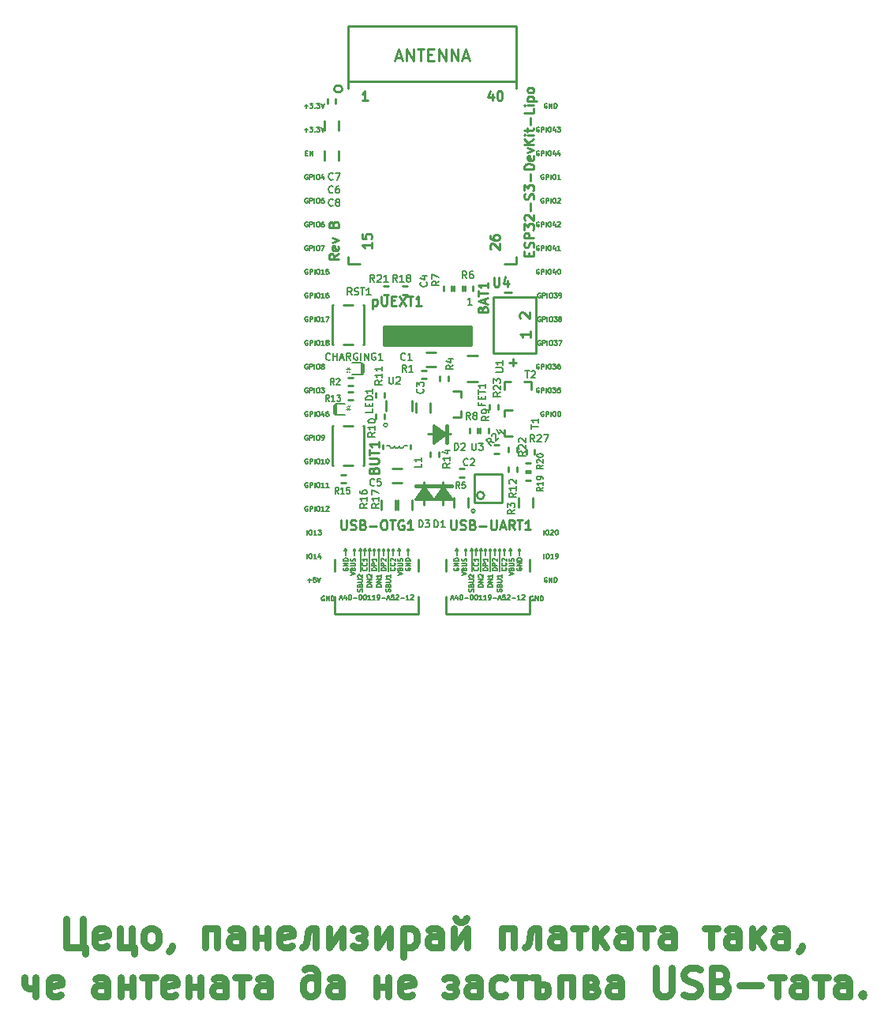
<source format=gbr>
G04 #@! TF.GenerationSoftware,KiCad,Pcbnew,5.1.0-rc2-unknown-036be7d~80~ubuntu16.04.1*
G04 #@! TF.CreationDate,2023-05-16T15:29:05+03:00*
G04 #@! TF.ProjectId,ESP32-S3-DevKit-LiPo_Rev_B,45535033-322d-4533-932d-4465764b6974,B*
G04 #@! TF.SameCoordinates,Original*
G04 #@! TF.FileFunction,Legend,Top*
G04 #@! TF.FilePolarity,Positive*
%FSLAX46Y46*%
G04 Gerber Fmt 4.6, Leading zero omitted, Abs format (unit mm)*
G04 Created by KiCad (PCBNEW 5.1.0-rc2-unknown-036be7d~80~ubuntu16.04.1) date 2023-05-16 15:29:05*
%MOMM*%
%LPD*%
G04 APERTURE LIST*
%ADD10C,0.203200*%
%ADD11C,0.127000*%
%ADD12C,0.750000*%
%ADD13C,0.254000*%
%ADD14C,0.050000*%
%ADD15C,0.100000*%
%ADD16C,0.200000*%
%ADD17C,0.190500*%
%ADD18C,0.158750*%
G04 APERTURE END LIST*
D10*
X148082000Y-109474000D02*
G75*
G03X148082000Y-109474000I-190500J0D01*
G01*
D11*
X131921552Y-118618000D02*
X131873171Y-118593809D01*
X131800600Y-118593809D01*
X131728028Y-118618000D01*
X131679647Y-118666380D01*
X131655457Y-118714761D01*
X131631266Y-118811523D01*
X131631266Y-118884095D01*
X131655457Y-118980857D01*
X131679647Y-119029238D01*
X131728028Y-119077619D01*
X131800600Y-119101809D01*
X131848980Y-119101809D01*
X131921552Y-119077619D01*
X131945742Y-119053428D01*
X131945742Y-118884095D01*
X131848980Y-118884095D01*
X132163457Y-119101809D02*
X132163457Y-118593809D01*
X132453742Y-119101809D01*
X132453742Y-118593809D01*
X132695647Y-119101809D02*
X132695647Y-118593809D01*
X132816600Y-118593809D01*
X132889171Y-118618000D01*
X132937552Y-118666380D01*
X132961742Y-118714761D01*
X132985933Y-118811523D01*
X132985933Y-118884095D01*
X132961742Y-118980857D01*
X132937552Y-119029238D01*
X132889171Y-119077619D01*
X132816600Y-119101809D01*
X132695647Y-119101809D01*
X130060095Y-114555209D02*
X130060095Y-114047209D01*
X130398761Y-114047209D02*
X130495523Y-114047209D01*
X130543904Y-114071400D01*
X130592285Y-114119780D01*
X130616476Y-114216542D01*
X130616476Y-114385876D01*
X130592285Y-114482638D01*
X130543904Y-114531019D01*
X130495523Y-114555209D01*
X130398761Y-114555209D01*
X130350380Y-114531019D01*
X130302000Y-114482638D01*
X130277809Y-114385876D01*
X130277809Y-114216542D01*
X130302000Y-114119780D01*
X130350380Y-114071400D01*
X130398761Y-114047209D01*
X131100285Y-114555209D02*
X130810000Y-114555209D01*
X130955142Y-114555209D02*
X130955142Y-114047209D01*
X130906761Y-114119780D01*
X130858380Y-114168161D01*
X130810000Y-114192352D01*
X131535714Y-114216542D02*
X131535714Y-114555209D01*
X131414761Y-114023019D02*
X131293809Y-114385876D01*
X131608285Y-114385876D01*
X130060095Y-112015209D02*
X130060095Y-111507209D01*
X130398761Y-111507209D02*
X130495523Y-111507209D01*
X130543904Y-111531400D01*
X130592285Y-111579780D01*
X130616476Y-111676542D01*
X130616476Y-111845876D01*
X130592285Y-111942638D01*
X130543904Y-111991019D01*
X130495523Y-112015209D01*
X130398761Y-112015209D01*
X130350380Y-111991019D01*
X130302000Y-111942638D01*
X130277809Y-111845876D01*
X130277809Y-111676542D01*
X130302000Y-111579780D01*
X130350380Y-111531400D01*
X130398761Y-111507209D01*
X131100285Y-112015209D02*
X130810000Y-112015209D01*
X130955142Y-112015209D02*
X130955142Y-111507209D01*
X130906761Y-111579780D01*
X130858380Y-111628161D01*
X130810000Y-111652352D01*
X131269619Y-111507209D02*
X131584095Y-111507209D01*
X131414761Y-111700733D01*
X131487333Y-111700733D01*
X131535714Y-111724923D01*
X131559904Y-111749114D01*
X131584095Y-111797495D01*
X131584095Y-111918447D01*
X131559904Y-111966828D01*
X131535714Y-111991019D01*
X131487333Y-112015209D01*
X131342190Y-112015209D01*
X131293809Y-111991019D01*
X131269619Y-111966828D01*
X130135690Y-108991400D02*
X130087309Y-108967209D01*
X130014738Y-108967209D01*
X129942166Y-108991400D01*
X129893785Y-109039780D01*
X129869595Y-109088161D01*
X129845404Y-109184923D01*
X129845404Y-109257495D01*
X129869595Y-109354257D01*
X129893785Y-109402638D01*
X129942166Y-109451019D01*
X130014738Y-109475209D01*
X130063119Y-109475209D01*
X130135690Y-109451019D01*
X130159880Y-109426828D01*
X130159880Y-109257495D01*
X130063119Y-109257495D01*
X130377595Y-109475209D02*
X130377595Y-108967209D01*
X130571119Y-108967209D01*
X130619500Y-108991400D01*
X130643690Y-109015590D01*
X130667880Y-109063971D01*
X130667880Y-109136542D01*
X130643690Y-109184923D01*
X130619500Y-109209114D01*
X130571119Y-109233304D01*
X130377595Y-109233304D01*
X130885595Y-109475209D02*
X130885595Y-108967209D01*
X131224261Y-108967209D02*
X131321023Y-108967209D01*
X131369404Y-108991400D01*
X131417785Y-109039780D01*
X131441976Y-109136542D01*
X131441976Y-109305876D01*
X131417785Y-109402638D01*
X131369404Y-109451019D01*
X131321023Y-109475209D01*
X131224261Y-109475209D01*
X131175880Y-109451019D01*
X131127500Y-109402638D01*
X131103309Y-109305876D01*
X131103309Y-109136542D01*
X131127500Y-109039780D01*
X131175880Y-108991400D01*
X131224261Y-108967209D01*
X131925785Y-109475209D02*
X131635500Y-109475209D01*
X131780642Y-109475209D02*
X131780642Y-108967209D01*
X131732261Y-109039780D01*
X131683880Y-109088161D01*
X131635500Y-109112352D01*
X132119309Y-109015590D02*
X132143500Y-108991400D01*
X132191880Y-108967209D01*
X132312833Y-108967209D01*
X132361214Y-108991400D01*
X132385404Y-109015590D01*
X132409595Y-109063971D01*
X132409595Y-109112352D01*
X132385404Y-109184923D01*
X132095119Y-109475209D01*
X132409595Y-109475209D01*
X130135690Y-106451400D02*
X130087309Y-106427209D01*
X130014738Y-106427209D01*
X129942166Y-106451400D01*
X129893785Y-106499780D01*
X129869595Y-106548161D01*
X129845404Y-106644923D01*
X129845404Y-106717495D01*
X129869595Y-106814257D01*
X129893785Y-106862638D01*
X129942166Y-106911019D01*
X130014738Y-106935209D01*
X130063119Y-106935209D01*
X130135690Y-106911019D01*
X130159880Y-106886828D01*
X130159880Y-106717495D01*
X130063119Y-106717495D01*
X130377595Y-106935209D02*
X130377595Y-106427209D01*
X130571119Y-106427209D01*
X130619500Y-106451400D01*
X130643690Y-106475590D01*
X130667880Y-106523971D01*
X130667880Y-106596542D01*
X130643690Y-106644923D01*
X130619500Y-106669114D01*
X130571119Y-106693304D01*
X130377595Y-106693304D01*
X130885595Y-106935209D02*
X130885595Y-106427209D01*
X131224261Y-106427209D02*
X131321023Y-106427209D01*
X131369404Y-106451400D01*
X131417785Y-106499780D01*
X131441976Y-106596542D01*
X131441976Y-106765876D01*
X131417785Y-106862638D01*
X131369404Y-106911019D01*
X131321023Y-106935209D01*
X131224261Y-106935209D01*
X131175880Y-106911019D01*
X131127500Y-106862638D01*
X131103309Y-106765876D01*
X131103309Y-106596542D01*
X131127500Y-106499780D01*
X131175880Y-106451400D01*
X131224261Y-106427209D01*
X131925785Y-106935209D02*
X131635500Y-106935209D01*
X131780642Y-106935209D02*
X131780642Y-106427209D01*
X131732261Y-106499780D01*
X131683880Y-106548161D01*
X131635500Y-106572352D01*
X132409595Y-106935209D02*
X132119309Y-106935209D01*
X132264452Y-106935209D02*
X132264452Y-106427209D01*
X132216071Y-106499780D01*
X132167690Y-106548161D01*
X132119309Y-106572352D01*
X130135690Y-103911400D02*
X130087309Y-103887209D01*
X130014738Y-103887209D01*
X129942166Y-103911400D01*
X129893785Y-103959780D01*
X129869595Y-104008161D01*
X129845404Y-104104923D01*
X129845404Y-104177495D01*
X129869595Y-104274257D01*
X129893785Y-104322638D01*
X129942166Y-104371019D01*
X130014738Y-104395209D01*
X130063119Y-104395209D01*
X130135690Y-104371019D01*
X130159880Y-104346828D01*
X130159880Y-104177495D01*
X130063119Y-104177495D01*
X130377595Y-104395209D02*
X130377595Y-103887209D01*
X130571119Y-103887209D01*
X130619500Y-103911400D01*
X130643690Y-103935590D01*
X130667880Y-103983971D01*
X130667880Y-104056542D01*
X130643690Y-104104923D01*
X130619500Y-104129114D01*
X130571119Y-104153304D01*
X130377595Y-104153304D01*
X130885595Y-104395209D02*
X130885595Y-103887209D01*
X131224261Y-103887209D02*
X131321023Y-103887209D01*
X131369404Y-103911400D01*
X131417785Y-103959780D01*
X131441976Y-104056542D01*
X131441976Y-104225876D01*
X131417785Y-104322638D01*
X131369404Y-104371019D01*
X131321023Y-104395209D01*
X131224261Y-104395209D01*
X131175880Y-104371019D01*
X131127500Y-104322638D01*
X131103309Y-104225876D01*
X131103309Y-104056542D01*
X131127500Y-103959780D01*
X131175880Y-103911400D01*
X131224261Y-103887209D01*
X131925785Y-104395209D02*
X131635500Y-104395209D01*
X131780642Y-104395209D02*
X131780642Y-103887209D01*
X131732261Y-103959780D01*
X131683880Y-104008161D01*
X131635500Y-104032352D01*
X132240261Y-103887209D02*
X132288642Y-103887209D01*
X132337023Y-103911400D01*
X132361214Y-103935590D01*
X132385404Y-103983971D01*
X132409595Y-104080733D01*
X132409595Y-104201685D01*
X132385404Y-104298447D01*
X132361214Y-104346828D01*
X132337023Y-104371019D01*
X132288642Y-104395209D01*
X132240261Y-104395209D01*
X132191880Y-104371019D01*
X132167690Y-104346828D01*
X132143500Y-104298447D01*
X132119309Y-104201685D01*
X132119309Y-104080733D01*
X132143500Y-103983971D01*
X132167690Y-103935590D01*
X132191880Y-103911400D01*
X132240261Y-103887209D01*
X130123595Y-101371400D02*
X130075214Y-101347209D01*
X130002642Y-101347209D01*
X129930071Y-101371400D01*
X129881690Y-101419780D01*
X129857500Y-101468161D01*
X129833309Y-101564923D01*
X129833309Y-101637495D01*
X129857500Y-101734257D01*
X129881690Y-101782638D01*
X129930071Y-101831019D01*
X130002642Y-101855209D01*
X130051023Y-101855209D01*
X130123595Y-101831019D01*
X130147785Y-101806828D01*
X130147785Y-101637495D01*
X130051023Y-101637495D01*
X130365500Y-101855209D02*
X130365500Y-101347209D01*
X130559023Y-101347209D01*
X130607404Y-101371400D01*
X130631595Y-101395590D01*
X130655785Y-101443971D01*
X130655785Y-101516542D01*
X130631595Y-101564923D01*
X130607404Y-101589114D01*
X130559023Y-101613304D01*
X130365500Y-101613304D01*
X130873500Y-101855209D02*
X130873500Y-101347209D01*
X131212166Y-101347209D02*
X131308928Y-101347209D01*
X131357309Y-101371400D01*
X131405690Y-101419780D01*
X131429880Y-101516542D01*
X131429880Y-101685876D01*
X131405690Y-101782638D01*
X131357309Y-101831019D01*
X131308928Y-101855209D01*
X131212166Y-101855209D01*
X131163785Y-101831019D01*
X131115404Y-101782638D01*
X131091214Y-101685876D01*
X131091214Y-101516542D01*
X131115404Y-101419780D01*
X131163785Y-101371400D01*
X131212166Y-101347209D01*
X131671785Y-101855209D02*
X131768547Y-101855209D01*
X131816928Y-101831019D01*
X131841119Y-101806828D01*
X131889500Y-101734257D01*
X131913690Y-101637495D01*
X131913690Y-101443971D01*
X131889500Y-101395590D01*
X131865309Y-101371400D01*
X131816928Y-101347209D01*
X131720166Y-101347209D01*
X131671785Y-101371400D01*
X131647595Y-101395590D01*
X131623404Y-101443971D01*
X131623404Y-101564923D01*
X131647595Y-101613304D01*
X131671785Y-101637495D01*
X131720166Y-101661685D01*
X131816928Y-101661685D01*
X131865309Y-101637495D01*
X131889500Y-101613304D01*
X131913690Y-101564923D01*
X130135690Y-98831400D02*
X130087309Y-98807209D01*
X130014738Y-98807209D01*
X129942166Y-98831400D01*
X129893785Y-98879780D01*
X129869595Y-98928161D01*
X129845404Y-99024923D01*
X129845404Y-99097495D01*
X129869595Y-99194257D01*
X129893785Y-99242638D01*
X129942166Y-99291019D01*
X130014738Y-99315209D01*
X130063119Y-99315209D01*
X130135690Y-99291019D01*
X130159880Y-99266828D01*
X130159880Y-99097495D01*
X130063119Y-99097495D01*
X130377595Y-99315209D02*
X130377595Y-98807209D01*
X130571119Y-98807209D01*
X130619500Y-98831400D01*
X130643690Y-98855590D01*
X130667880Y-98903971D01*
X130667880Y-98976542D01*
X130643690Y-99024923D01*
X130619500Y-99049114D01*
X130571119Y-99073304D01*
X130377595Y-99073304D01*
X130885595Y-99315209D02*
X130885595Y-98807209D01*
X131224261Y-98807209D02*
X131321023Y-98807209D01*
X131369404Y-98831400D01*
X131417785Y-98879780D01*
X131441976Y-98976542D01*
X131441976Y-99145876D01*
X131417785Y-99242638D01*
X131369404Y-99291019D01*
X131321023Y-99315209D01*
X131224261Y-99315209D01*
X131175880Y-99291019D01*
X131127500Y-99242638D01*
X131103309Y-99145876D01*
X131103309Y-98976542D01*
X131127500Y-98879780D01*
X131175880Y-98831400D01*
X131224261Y-98807209D01*
X131877404Y-98976542D02*
X131877404Y-99315209D01*
X131756452Y-98783019D02*
X131635500Y-99145876D01*
X131949976Y-99145876D01*
X132361214Y-98807209D02*
X132264452Y-98807209D01*
X132216071Y-98831400D01*
X132191880Y-98855590D01*
X132143500Y-98928161D01*
X132119309Y-99024923D01*
X132119309Y-99218447D01*
X132143500Y-99266828D01*
X132167690Y-99291019D01*
X132216071Y-99315209D01*
X132312833Y-99315209D01*
X132361214Y-99291019D01*
X132385404Y-99266828D01*
X132409595Y-99218447D01*
X132409595Y-99097495D01*
X132385404Y-99049114D01*
X132361214Y-99024923D01*
X132312833Y-99000733D01*
X132216071Y-99000733D01*
X132167690Y-99024923D01*
X132143500Y-99049114D01*
X132119309Y-99097495D01*
X130156857Y-116901685D02*
X130543904Y-116901685D01*
X130350380Y-117095209D02*
X130350380Y-116708161D01*
X131027714Y-116587209D02*
X130785809Y-116587209D01*
X130761619Y-116829114D01*
X130785809Y-116804923D01*
X130834190Y-116780733D01*
X130955142Y-116780733D01*
X131003523Y-116804923D01*
X131027714Y-116829114D01*
X131051904Y-116877495D01*
X131051904Y-116998447D01*
X131027714Y-117046828D01*
X131003523Y-117071019D01*
X130955142Y-117095209D01*
X130834190Y-117095209D01*
X130785809Y-117071019D01*
X130761619Y-117046828D01*
X131197047Y-116587209D02*
X131366380Y-117095209D01*
X131535714Y-116587209D01*
X130123595Y-96291400D02*
X130075214Y-96267209D01*
X130002642Y-96267209D01*
X129930071Y-96291400D01*
X129881690Y-96339780D01*
X129857500Y-96388161D01*
X129833309Y-96484923D01*
X129833309Y-96557495D01*
X129857500Y-96654257D01*
X129881690Y-96702638D01*
X129930071Y-96751019D01*
X130002642Y-96775209D01*
X130051023Y-96775209D01*
X130123595Y-96751019D01*
X130147785Y-96726828D01*
X130147785Y-96557495D01*
X130051023Y-96557495D01*
X130365500Y-96775209D02*
X130365500Y-96267209D01*
X130559023Y-96267209D01*
X130607404Y-96291400D01*
X130631595Y-96315590D01*
X130655785Y-96363971D01*
X130655785Y-96436542D01*
X130631595Y-96484923D01*
X130607404Y-96509114D01*
X130559023Y-96533304D01*
X130365500Y-96533304D01*
X130873500Y-96775209D02*
X130873500Y-96267209D01*
X131212166Y-96267209D02*
X131308928Y-96267209D01*
X131357309Y-96291400D01*
X131405690Y-96339780D01*
X131429880Y-96436542D01*
X131429880Y-96605876D01*
X131405690Y-96702638D01*
X131357309Y-96751019D01*
X131308928Y-96775209D01*
X131212166Y-96775209D01*
X131163785Y-96751019D01*
X131115404Y-96702638D01*
X131091214Y-96605876D01*
X131091214Y-96436542D01*
X131115404Y-96339780D01*
X131163785Y-96291400D01*
X131212166Y-96267209D01*
X131599214Y-96267209D02*
X131913690Y-96267209D01*
X131744357Y-96460733D01*
X131816928Y-96460733D01*
X131865309Y-96484923D01*
X131889500Y-96509114D01*
X131913690Y-96557495D01*
X131913690Y-96678447D01*
X131889500Y-96726828D01*
X131865309Y-96751019D01*
X131816928Y-96775209D01*
X131671785Y-96775209D01*
X131623404Y-96751019D01*
X131599214Y-96726828D01*
X130123595Y-81051400D02*
X130075214Y-81027209D01*
X130002642Y-81027209D01*
X129930071Y-81051400D01*
X129881690Y-81099780D01*
X129857500Y-81148161D01*
X129833309Y-81244923D01*
X129833309Y-81317495D01*
X129857500Y-81414257D01*
X129881690Y-81462638D01*
X129930071Y-81511019D01*
X130002642Y-81535209D01*
X130051023Y-81535209D01*
X130123595Y-81511019D01*
X130147785Y-81486828D01*
X130147785Y-81317495D01*
X130051023Y-81317495D01*
X130365500Y-81535209D02*
X130365500Y-81027209D01*
X130559023Y-81027209D01*
X130607404Y-81051400D01*
X130631595Y-81075590D01*
X130655785Y-81123971D01*
X130655785Y-81196542D01*
X130631595Y-81244923D01*
X130607404Y-81269114D01*
X130559023Y-81293304D01*
X130365500Y-81293304D01*
X130873500Y-81535209D02*
X130873500Y-81027209D01*
X131212166Y-81027209D02*
X131308928Y-81027209D01*
X131357309Y-81051400D01*
X131405690Y-81099780D01*
X131429880Y-81196542D01*
X131429880Y-81365876D01*
X131405690Y-81462638D01*
X131357309Y-81511019D01*
X131308928Y-81535209D01*
X131212166Y-81535209D01*
X131163785Y-81511019D01*
X131115404Y-81462638D01*
X131091214Y-81365876D01*
X131091214Y-81196542D01*
X131115404Y-81099780D01*
X131163785Y-81051400D01*
X131212166Y-81027209D01*
X131599214Y-81027209D02*
X131937880Y-81027209D01*
X131720166Y-81535209D01*
X130123595Y-78511400D02*
X130075214Y-78487209D01*
X130002642Y-78487209D01*
X129930071Y-78511400D01*
X129881690Y-78559780D01*
X129857500Y-78608161D01*
X129833309Y-78704923D01*
X129833309Y-78777495D01*
X129857500Y-78874257D01*
X129881690Y-78922638D01*
X129930071Y-78971019D01*
X130002642Y-78995209D01*
X130051023Y-78995209D01*
X130123595Y-78971019D01*
X130147785Y-78946828D01*
X130147785Y-78777495D01*
X130051023Y-78777495D01*
X130365500Y-78995209D02*
X130365500Y-78487209D01*
X130559023Y-78487209D01*
X130607404Y-78511400D01*
X130631595Y-78535590D01*
X130655785Y-78583971D01*
X130655785Y-78656542D01*
X130631595Y-78704923D01*
X130607404Y-78729114D01*
X130559023Y-78753304D01*
X130365500Y-78753304D01*
X130873500Y-78995209D02*
X130873500Y-78487209D01*
X131212166Y-78487209D02*
X131308928Y-78487209D01*
X131357309Y-78511400D01*
X131405690Y-78559780D01*
X131429880Y-78656542D01*
X131429880Y-78825876D01*
X131405690Y-78922638D01*
X131357309Y-78971019D01*
X131308928Y-78995209D01*
X131212166Y-78995209D01*
X131163785Y-78971019D01*
X131115404Y-78922638D01*
X131091214Y-78825876D01*
X131091214Y-78656542D01*
X131115404Y-78559780D01*
X131163785Y-78511400D01*
X131212166Y-78487209D01*
X131865309Y-78487209D02*
X131768547Y-78487209D01*
X131720166Y-78511400D01*
X131695976Y-78535590D01*
X131647595Y-78608161D01*
X131623404Y-78704923D01*
X131623404Y-78898447D01*
X131647595Y-78946828D01*
X131671785Y-78971019D01*
X131720166Y-78995209D01*
X131816928Y-78995209D01*
X131865309Y-78971019D01*
X131889500Y-78946828D01*
X131913690Y-78898447D01*
X131913690Y-78777495D01*
X131889500Y-78729114D01*
X131865309Y-78704923D01*
X131816928Y-78680733D01*
X131720166Y-78680733D01*
X131671785Y-78704923D01*
X131647595Y-78729114D01*
X131623404Y-78777495D01*
X130123595Y-75971400D02*
X130075214Y-75947209D01*
X130002642Y-75947209D01*
X129930071Y-75971400D01*
X129881690Y-76019780D01*
X129857500Y-76068161D01*
X129833309Y-76164923D01*
X129833309Y-76237495D01*
X129857500Y-76334257D01*
X129881690Y-76382638D01*
X129930071Y-76431019D01*
X130002642Y-76455209D01*
X130051023Y-76455209D01*
X130123595Y-76431019D01*
X130147785Y-76406828D01*
X130147785Y-76237495D01*
X130051023Y-76237495D01*
X130365500Y-76455209D02*
X130365500Y-75947209D01*
X130559023Y-75947209D01*
X130607404Y-75971400D01*
X130631595Y-75995590D01*
X130655785Y-76043971D01*
X130655785Y-76116542D01*
X130631595Y-76164923D01*
X130607404Y-76189114D01*
X130559023Y-76213304D01*
X130365500Y-76213304D01*
X130873500Y-76455209D02*
X130873500Y-75947209D01*
X131212166Y-75947209D02*
X131308928Y-75947209D01*
X131357309Y-75971400D01*
X131405690Y-76019780D01*
X131429880Y-76116542D01*
X131429880Y-76285876D01*
X131405690Y-76382638D01*
X131357309Y-76431019D01*
X131308928Y-76455209D01*
X131212166Y-76455209D01*
X131163785Y-76431019D01*
X131115404Y-76382638D01*
X131091214Y-76285876D01*
X131091214Y-76116542D01*
X131115404Y-76019780D01*
X131163785Y-75971400D01*
X131212166Y-75947209D01*
X131889500Y-75947209D02*
X131647595Y-75947209D01*
X131623404Y-76189114D01*
X131647595Y-76164923D01*
X131695976Y-76140733D01*
X131816928Y-76140733D01*
X131865309Y-76164923D01*
X131889500Y-76189114D01*
X131913690Y-76237495D01*
X131913690Y-76358447D01*
X131889500Y-76406828D01*
X131865309Y-76431019D01*
X131816928Y-76455209D01*
X131695976Y-76455209D01*
X131647595Y-76431019D01*
X131623404Y-76406828D01*
X129794000Y-68641685D02*
X130181047Y-68641685D01*
X129987523Y-68835209D02*
X129987523Y-68448161D01*
X130374571Y-68327209D02*
X130689047Y-68327209D01*
X130519714Y-68520733D01*
X130592285Y-68520733D01*
X130640666Y-68544923D01*
X130664857Y-68569114D01*
X130689047Y-68617495D01*
X130689047Y-68738447D01*
X130664857Y-68786828D01*
X130640666Y-68811019D01*
X130592285Y-68835209D01*
X130447142Y-68835209D01*
X130398761Y-68811019D01*
X130374571Y-68786828D01*
X130906761Y-68786828D02*
X130930952Y-68811019D01*
X130906761Y-68835209D01*
X130882571Y-68811019D01*
X130906761Y-68786828D01*
X130906761Y-68835209D01*
X131100285Y-68327209D02*
X131414761Y-68327209D01*
X131245428Y-68520733D01*
X131318000Y-68520733D01*
X131366380Y-68544923D01*
X131390571Y-68569114D01*
X131414761Y-68617495D01*
X131414761Y-68738447D01*
X131390571Y-68786828D01*
X131366380Y-68811019D01*
X131318000Y-68835209D01*
X131172857Y-68835209D01*
X131124476Y-68811019D01*
X131100285Y-68786828D01*
X131559904Y-68327209D02*
X131729238Y-68835209D01*
X131898571Y-68327209D01*
X154324352Y-118618000D02*
X154275971Y-118593809D01*
X154203400Y-118593809D01*
X154130828Y-118618000D01*
X154082447Y-118666380D01*
X154058257Y-118714761D01*
X154034066Y-118811523D01*
X154034066Y-118884095D01*
X154058257Y-118980857D01*
X154082447Y-119029238D01*
X154130828Y-119077619D01*
X154203400Y-119101809D01*
X154251780Y-119101809D01*
X154324352Y-119077619D01*
X154348542Y-119053428D01*
X154348542Y-118884095D01*
X154251780Y-118884095D01*
X154566257Y-119101809D02*
X154566257Y-118593809D01*
X154856542Y-119101809D01*
X154856542Y-118593809D01*
X155098447Y-119101809D02*
X155098447Y-118593809D01*
X155219400Y-118593809D01*
X155291971Y-118618000D01*
X155340352Y-118666380D01*
X155364542Y-118714761D01*
X155388733Y-118811523D01*
X155388733Y-118884095D01*
X155364542Y-118980857D01*
X155340352Y-119029238D01*
X155291971Y-119077619D01*
X155219400Y-119101809D01*
X155098447Y-119101809D01*
X155485495Y-114555209D02*
X155485495Y-114047209D01*
X155824161Y-114047209D02*
X155920923Y-114047209D01*
X155969304Y-114071400D01*
X156017685Y-114119780D01*
X156041876Y-114216542D01*
X156041876Y-114385876D01*
X156017685Y-114482638D01*
X155969304Y-114531019D01*
X155920923Y-114555209D01*
X155824161Y-114555209D01*
X155775780Y-114531019D01*
X155727400Y-114482638D01*
X155703209Y-114385876D01*
X155703209Y-114216542D01*
X155727400Y-114119780D01*
X155775780Y-114071400D01*
X155824161Y-114047209D01*
X156525685Y-114555209D02*
X156235400Y-114555209D01*
X156380542Y-114555209D02*
X156380542Y-114047209D01*
X156332161Y-114119780D01*
X156283780Y-114168161D01*
X156235400Y-114192352D01*
X156767590Y-114555209D02*
X156864352Y-114555209D01*
X156912733Y-114531019D01*
X156936923Y-114506828D01*
X156985304Y-114434257D01*
X157009495Y-114337495D01*
X157009495Y-114143971D01*
X156985304Y-114095590D01*
X156961114Y-114071400D01*
X156912733Y-114047209D01*
X156815971Y-114047209D01*
X156767590Y-114071400D01*
X156743400Y-114095590D01*
X156719209Y-114143971D01*
X156719209Y-114264923D01*
X156743400Y-114313304D01*
X156767590Y-114337495D01*
X156815971Y-114361685D01*
X156912733Y-114361685D01*
X156961114Y-114337495D01*
X156985304Y-114313304D01*
X157009495Y-114264923D01*
X155460095Y-112015209D02*
X155460095Y-111507209D01*
X155798761Y-111507209D02*
X155895523Y-111507209D01*
X155943904Y-111531400D01*
X155992285Y-111579780D01*
X156016476Y-111676542D01*
X156016476Y-111845876D01*
X155992285Y-111942638D01*
X155943904Y-111991019D01*
X155895523Y-112015209D01*
X155798761Y-112015209D01*
X155750380Y-111991019D01*
X155702000Y-111942638D01*
X155677809Y-111845876D01*
X155677809Y-111676542D01*
X155702000Y-111579780D01*
X155750380Y-111531400D01*
X155798761Y-111507209D01*
X156210000Y-111555590D02*
X156234190Y-111531400D01*
X156282571Y-111507209D01*
X156403523Y-111507209D01*
X156451904Y-111531400D01*
X156476095Y-111555590D01*
X156500285Y-111603971D01*
X156500285Y-111652352D01*
X156476095Y-111724923D01*
X156185809Y-112015209D01*
X156500285Y-112015209D01*
X156814761Y-111507209D02*
X156863142Y-111507209D01*
X156911523Y-111531400D01*
X156935714Y-111555590D01*
X156959904Y-111603971D01*
X156984095Y-111700733D01*
X156984095Y-111821685D01*
X156959904Y-111918447D01*
X156935714Y-111966828D01*
X156911523Y-111991019D01*
X156863142Y-112015209D01*
X156814761Y-112015209D01*
X156766380Y-111991019D01*
X156742190Y-111966828D01*
X156718000Y-111918447D01*
X156693809Y-111821685D01*
X156693809Y-111700733D01*
X156718000Y-111603971D01*
X156742190Y-111555590D01*
X156766380Y-111531400D01*
X156814761Y-111507209D01*
X154964190Y-96291400D02*
X154915809Y-96267209D01*
X154843238Y-96267209D01*
X154770666Y-96291400D01*
X154722285Y-96339780D01*
X154698095Y-96388161D01*
X154673904Y-96484923D01*
X154673904Y-96557495D01*
X154698095Y-96654257D01*
X154722285Y-96702638D01*
X154770666Y-96751019D01*
X154843238Y-96775209D01*
X154891619Y-96775209D01*
X154964190Y-96751019D01*
X154988380Y-96726828D01*
X154988380Y-96557495D01*
X154891619Y-96557495D01*
X155206095Y-96775209D02*
X155206095Y-96267209D01*
X155399619Y-96267209D01*
X155448000Y-96291400D01*
X155472190Y-96315590D01*
X155496380Y-96363971D01*
X155496380Y-96436542D01*
X155472190Y-96484923D01*
X155448000Y-96509114D01*
X155399619Y-96533304D01*
X155206095Y-96533304D01*
X155714095Y-96775209D02*
X155714095Y-96267209D01*
X156052761Y-96267209D02*
X156149523Y-96267209D01*
X156197904Y-96291400D01*
X156246285Y-96339780D01*
X156270476Y-96436542D01*
X156270476Y-96605876D01*
X156246285Y-96702638D01*
X156197904Y-96751019D01*
X156149523Y-96775209D01*
X156052761Y-96775209D01*
X156004380Y-96751019D01*
X155956000Y-96702638D01*
X155931809Y-96605876D01*
X155931809Y-96436542D01*
X155956000Y-96339780D01*
X156004380Y-96291400D01*
X156052761Y-96267209D01*
X156439809Y-96267209D02*
X156754285Y-96267209D01*
X156584952Y-96460733D01*
X156657523Y-96460733D01*
X156705904Y-96484923D01*
X156730095Y-96509114D01*
X156754285Y-96557495D01*
X156754285Y-96678447D01*
X156730095Y-96726828D01*
X156705904Y-96751019D01*
X156657523Y-96775209D01*
X156512380Y-96775209D01*
X156464000Y-96751019D01*
X156439809Y-96726828D01*
X157213904Y-96267209D02*
X156972000Y-96267209D01*
X156947809Y-96509114D01*
X156972000Y-96484923D01*
X157020380Y-96460733D01*
X157141333Y-96460733D01*
X157189714Y-96484923D01*
X157213904Y-96509114D01*
X157238095Y-96557495D01*
X157238095Y-96678447D01*
X157213904Y-96726828D01*
X157189714Y-96751019D01*
X157141333Y-96775209D01*
X157020380Y-96775209D01*
X156972000Y-96751019D01*
X156947809Y-96726828D01*
X155091190Y-88671400D02*
X155042809Y-88647209D01*
X154970238Y-88647209D01*
X154897666Y-88671400D01*
X154849285Y-88719780D01*
X154825095Y-88768161D01*
X154800904Y-88864923D01*
X154800904Y-88937495D01*
X154825095Y-89034257D01*
X154849285Y-89082638D01*
X154897666Y-89131019D01*
X154970238Y-89155209D01*
X155018619Y-89155209D01*
X155091190Y-89131019D01*
X155115380Y-89106828D01*
X155115380Y-88937495D01*
X155018619Y-88937495D01*
X155333095Y-89155209D02*
X155333095Y-88647209D01*
X155526619Y-88647209D01*
X155575000Y-88671400D01*
X155599190Y-88695590D01*
X155623380Y-88743971D01*
X155623380Y-88816542D01*
X155599190Y-88864923D01*
X155575000Y-88889114D01*
X155526619Y-88913304D01*
X155333095Y-88913304D01*
X155841095Y-89155209D02*
X155841095Y-88647209D01*
X156179761Y-88647209D02*
X156276523Y-88647209D01*
X156324904Y-88671400D01*
X156373285Y-88719780D01*
X156397476Y-88816542D01*
X156397476Y-88985876D01*
X156373285Y-89082638D01*
X156324904Y-89131019D01*
X156276523Y-89155209D01*
X156179761Y-89155209D01*
X156131380Y-89131019D01*
X156083000Y-89082638D01*
X156058809Y-88985876D01*
X156058809Y-88816542D01*
X156083000Y-88719780D01*
X156131380Y-88671400D01*
X156179761Y-88647209D01*
X156566809Y-88647209D02*
X156881285Y-88647209D01*
X156711952Y-88840733D01*
X156784523Y-88840733D01*
X156832904Y-88864923D01*
X156857095Y-88889114D01*
X156881285Y-88937495D01*
X156881285Y-89058447D01*
X156857095Y-89106828D01*
X156832904Y-89131019D01*
X156784523Y-89155209D01*
X156639380Y-89155209D01*
X156591000Y-89131019D01*
X156566809Y-89106828D01*
X157171571Y-88864923D02*
X157123190Y-88840733D01*
X157099000Y-88816542D01*
X157074809Y-88768161D01*
X157074809Y-88743971D01*
X157099000Y-88695590D01*
X157123190Y-88671400D01*
X157171571Y-88647209D01*
X157268333Y-88647209D01*
X157316714Y-88671400D01*
X157340904Y-88695590D01*
X157365095Y-88743971D01*
X157365095Y-88768161D01*
X157340904Y-88816542D01*
X157316714Y-88840733D01*
X157268333Y-88864923D01*
X157171571Y-88864923D01*
X157123190Y-88889114D01*
X157099000Y-88913304D01*
X157074809Y-88961685D01*
X157074809Y-89058447D01*
X157099000Y-89106828D01*
X157123190Y-89131019D01*
X157171571Y-89155209D01*
X157268333Y-89155209D01*
X157316714Y-89131019D01*
X157340904Y-89106828D01*
X157365095Y-89058447D01*
X157365095Y-88961685D01*
X157340904Y-88913304D01*
X157316714Y-88889114D01*
X157268333Y-88864923D01*
X154964190Y-81051400D02*
X154915809Y-81027209D01*
X154843238Y-81027209D01*
X154770666Y-81051400D01*
X154722285Y-81099780D01*
X154698095Y-81148161D01*
X154673904Y-81244923D01*
X154673904Y-81317495D01*
X154698095Y-81414257D01*
X154722285Y-81462638D01*
X154770666Y-81511019D01*
X154843238Y-81535209D01*
X154891619Y-81535209D01*
X154964190Y-81511019D01*
X154988380Y-81486828D01*
X154988380Y-81317495D01*
X154891619Y-81317495D01*
X155206095Y-81535209D02*
X155206095Y-81027209D01*
X155399619Y-81027209D01*
X155448000Y-81051400D01*
X155472190Y-81075590D01*
X155496380Y-81123971D01*
X155496380Y-81196542D01*
X155472190Y-81244923D01*
X155448000Y-81269114D01*
X155399619Y-81293304D01*
X155206095Y-81293304D01*
X155714095Y-81535209D02*
X155714095Y-81027209D01*
X156052761Y-81027209D02*
X156149523Y-81027209D01*
X156197904Y-81051400D01*
X156246285Y-81099780D01*
X156270476Y-81196542D01*
X156270476Y-81365876D01*
X156246285Y-81462638D01*
X156197904Y-81511019D01*
X156149523Y-81535209D01*
X156052761Y-81535209D01*
X156004380Y-81511019D01*
X155956000Y-81462638D01*
X155931809Y-81365876D01*
X155931809Y-81196542D01*
X155956000Y-81099780D01*
X156004380Y-81051400D01*
X156052761Y-81027209D01*
X156705904Y-81196542D02*
X156705904Y-81535209D01*
X156584952Y-81003019D02*
X156464000Y-81365876D01*
X156778476Y-81365876D01*
X157238095Y-81535209D02*
X156947809Y-81535209D01*
X157092952Y-81535209D02*
X157092952Y-81027209D01*
X157044571Y-81099780D01*
X156996190Y-81148161D01*
X156947809Y-81172352D01*
D12*
X105994298Y-153212144D02*
X105994298Y-156212143D01*
X104280013Y-153212144D02*
X104280013Y-156212143D01*
X106280012Y-156212143D01*
X106280012Y-156926428D01*
X108565726Y-156069286D02*
X108280012Y-156212143D01*
X107708583Y-156212143D01*
X107422869Y-156069286D01*
X107280012Y-155783572D01*
X107280012Y-154640715D01*
X107422869Y-154355001D01*
X107708583Y-154212144D01*
X108280012Y-154212144D01*
X108565726Y-154355001D01*
X108708583Y-154640715D01*
X108708583Y-154926429D01*
X107280012Y-155212143D01*
X111280011Y-154212144D02*
X111280011Y-156212143D01*
X109994297Y-154212144D02*
X109994297Y-156212143D01*
X111565725Y-156212143D01*
X111565725Y-156926428D01*
X113137153Y-156212143D02*
X112851439Y-156069286D01*
X112708582Y-155926429D01*
X112565725Y-155640715D01*
X112565725Y-154783572D01*
X112708582Y-154497858D01*
X112851439Y-154355001D01*
X113137153Y-154212144D01*
X113565724Y-154212144D01*
X113851438Y-154355001D01*
X113994295Y-154497858D01*
X114137153Y-154783572D01*
X114137153Y-155640715D01*
X113994295Y-155926429D01*
X113851438Y-156069286D01*
X113565724Y-156212143D01*
X113137153Y-156212143D01*
X115565724Y-156069286D02*
X115565724Y-156212143D01*
X115422866Y-156497857D01*
X115280009Y-156640714D01*
X119137151Y-156212143D02*
X119137151Y-154212144D01*
X120422865Y-154212144D01*
X120422865Y-156212143D01*
X123137150Y-156212143D02*
X123137150Y-154640715D01*
X122994292Y-154355001D01*
X122708578Y-154212144D01*
X122137150Y-154212144D01*
X121851436Y-154355001D01*
X123137150Y-156069286D02*
X122851435Y-156212143D01*
X122137150Y-156212143D01*
X121851436Y-156069286D01*
X121708579Y-155783572D01*
X121708579Y-155497857D01*
X121851436Y-155212143D01*
X122137150Y-155069286D01*
X122851435Y-155069286D01*
X123137150Y-154926429D01*
X124565721Y-155212143D02*
X125851434Y-155212143D01*
X124565721Y-154212144D02*
X124565721Y-156212143D01*
X125851434Y-154212144D02*
X125851434Y-156212143D01*
X128422862Y-156069286D02*
X128137148Y-156212143D01*
X127565720Y-156212143D01*
X127280005Y-156069286D01*
X127137148Y-155783572D01*
X127137148Y-154640715D01*
X127280005Y-154355001D01*
X127565720Y-154212144D01*
X128137148Y-154212144D01*
X128422862Y-154355001D01*
X128565719Y-154640715D01*
X128565719Y-154926429D01*
X127137148Y-155212143D01*
X130994290Y-156212143D02*
X130994290Y-154212144D01*
X130565719Y-154212144D01*
X130280004Y-154355001D01*
X130137147Y-154640715D01*
X129994290Y-155783572D01*
X129851433Y-156069286D01*
X129565719Y-156212143D01*
X132422861Y-154212144D02*
X132422861Y-156212143D01*
X133851432Y-154212144D01*
X133851432Y-156212143D01*
X135565717Y-155212143D02*
X135851431Y-155212143D01*
X134994288Y-154355001D02*
X135280003Y-154212144D01*
X135851431Y-154212144D01*
X136137145Y-154355001D01*
X136280002Y-154640715D01*
X136280002Y-154783572D01*
X136137145Y-155069286D01*
X135851431Y-155212143D01*
X136137145Y-155355000D01*
X136280002Y-155640715D01*
X136280002Y-155783572D01*
X136137145Y-156069286D01*
X135851431Y-156212143D01*
X135280003Y-156212143D01*
X134994288Y-156069286D01*
X137565716Y-154212144D02*
X137565716Y-156212143D01*
X138994287Y-154212144D01*
X138994287Y-156212143D01*
X140422858Y-154212144D02*
X140422858Y-157212143D01*
X140422858Y-154355001D02*
X140708572Y-154212144D01*
X141280001Y-154212144D01*
X141565715Y-154355001D01*
X141708572Y-154497858D01*
X141851429Y-154783572D01*
X141851429Y-155640715D01*
X141708572Y-155926429D01*
X141565715Y-156069286D01*
X141280001Y-156212143D01*
X140708572Y-156212143D01*
X140422858Y-156069286D01*
X144422857Y-156212143D02*
X144422857Y-154640715D01*
X144280000Y-154355001D01*
X143994285Y-154212144D01*
X143422857Y-154212144D01*
X143137143Y-154355001D01*
X144422857Y-156069286D02*
X144137143Y-156212143D01*
X143422857Y-156212143D01*
X143137143Y-156069286D01*
X142994286Y-155783572D01*
X142994286Y-155497857D01*
X143137143Y-155212143D01*
X143422857Y-155069286D01*
X144137143Y-155069286D01*
X144422857Y-154926429D01*
X145851428Y-154212144D02*
X145851428Y-156212143D01*
X147279999Y-154212144D01*
X147279999Y-156212143D01*
X145994285Y-153069287D02*
X146137142Y-153355001D01*
X146422856Y-153497858D01*
X146708570Y-153497858D01*
X146994284Y-153355001D01*
X147137142Y-153069287D01*
X150994283Y-156212143D02*
X150994283Y-154212144D01*
X152279997Y-154212144D01*
X152279997Y-156212143D01*
X154851425Y-156212143D02*
X154851425Y-154212144D01*
X154422853Y-154212144D01*
X154137139Y-154355001D01*
X153994282Y-154640715D01*
X153851425Y-155783572D01*
X153708568Y-156069286D01*
X153422854Y-156212143D01*
X157565710Y-156212143D02*
X157565710Y-154640715D01*
X157422852Y-154355001D01*
X157137138Y-154212144D01*
X156565710Y-154212144D01*
X156279996Y-154355001D01*
X157565710Y-156069286D02*
X157279995Y-156212143D01*
X156565710Y-156212143D01*
X156279996Y-156069286D01*
X156137139Y-155783572D01*
X156137139Y-155497857D01*
X156279996Y-155212143D01*
X156565710Y-155069286D01*
X157279995Y-155069286D01*
X157565710Y-154926429D01*
X158565709Y-154212144D02*
X159994280Y-154212144D01*
X159279995Y-154212144D02*
X159279995Y-156212143D01*
X160994280Y-154212144D02*
X160994280Y-156212143D01*
X161279994Y-155069286D02*
X162137137Y-156212143D01*
X162137137Y-154212144D02*
X160994280Y-155355000D01*
X164708564Y-156212143D02*
X164708564Y-154640715D01*
X164565707Y-154355001D01*
X164279993Y-154212144D01*
X163708565Y-154212144D01*
X163422850Y-154355001D01*
X164708564Y-156069286D02*
X164422850Y-156212143D01*
X163708565Y-156212143D01*
X163422850Y-156069286D01*
X163279993Y-155783572D01*
X163279993Y-155497857D01*
X163422850Y-155212143D01*
X163708565Y-155069286D01*
X164422850Y-155069286D01*
X164708564Y-154926429D01*
X165708564Y-154212144D02*
X167137135Y-154212144D01*
X166422849Y-154212144D02*
X166422849Y-156212143D01*
X169422848Y-156212143D02*
X169422848Y-154640715D01*
X169279991Y-154355001D01*
X168994277Y-154212144D01*
X168422849Y-154212144D01*
X168137135Y-154355001D01*
X169422848Y-156069286D02*
X169137134Y-156212143D01*
X168422849Y-156212143D01*
X168137135Y-156069286D01*
X167994277Y-155783572D01*
X167994277Y-155497857D01*
X168137135Y-155212143D01*
X168422849Y-155069286D01*
X169137134Y-155069286D01*
X169422848Y-154926429D01*
X172708562Y-154212144D02*
X174137133Y-154212144D01*
X173422847Y-154212144D02*
X173422847Y-156212143D01*
X176422846Y-156212143D02*
X176422846Y-154640715D01*
X176279989Y-154355001D01*
X175994275Y-154212144D01*
X175422846Y-154212144D01*
X175137132Y-154355001D01*
X176422846Y-156069286D02*
X176137132Y-156212143D01*
X175422846Y-156212143D01*
X175137132Y-156069286D01*
X174994275Y-155783572D01*
X174994275Y-155497857D01*
X175137132Y-155212143D01*
X175422846Y-155069286D01*
X176137132Y-155069286D01*
X176422846Y-154926429D01*
X177851417Y-154212144D02*
X177851417Y-156212143D01*
X178137131Y-155069286D02*
X178994274Y-156212143D01*
X178994274Y-154212144D02*
X177851417Y-155355000D01*
X181565702Y-156212143D02*
X181565702Y-154640715D01*
X181422844Y-154355001D01*
X181137130Y-154212144D01*
X180565702Y-154212144D01*
X180279988Y-154355001D01*
X181565702Y-156069286D02*
X181279987Y-156212143D01*
X180565702Y-156212143D01*
X180279988Y-156069286D01*
X180137131Y-155783572D01*
X180137131Y-155497857D01*
X180279988Y-155212143D01*
X180565702Y-155069286D01*
X181279987Y-155069286D01*
X181565702Y-154926429D01*
X183137130Y-156069286D02*
X183137130Y-156212143D01*
X182994272Y-156497857D01*
X182851415Y-156640714D01*
X100922871Y-159462143D02*
X100922871Y-161462142D01*
X99780015Y-159462143D02*
X99780015Y-160176428D01*
X99922872Y-160462142D01*
X100208586Y-160604999D01*
X100922871Y-160604999D01*
X103637156Y-161319285D02*
X103351442Y-161462142D01*
X102780014Y-161462142D01*
X102494299Y-161319285D01*
X102351442Y-161033571D01*
X102351442Y-159890714D01*
X102494299Y-159605000D01*
X102780014Y-159462143D01*
X103351442Y-159462143D01*
X103637156Y-159605000D01*
X103780013Y-159890714D01*
X103780013Y-160176428D01*
X102351442Y-160462142D01*
X108637154Y-161462142D02*
X108637154Y-159890714D01*
X108494297Y-159605000D01*
X108208583Y-159462143D01*
X107637155Y-159462143D01*
X107351441Y-159605000D01*
X108637154Y-161319285D02*
X108351440Y-161462142D01*
X107637155Y-161462142D01*
X107351441Y-161319285D01*
X107208583Y-161033571D01*
X107208583Y-160747856D01*
X107351441Y-160462142D01*
X107637155Y-160319285D01*
X108351440Y-160319285D01*
X108637154Y-160176428D01*
X110065725Y-160462142D02*
X111351439Y-160462142D01*
X110065725Y-159462143D02*
X110065725Y-161462142D01*
X111351439Y-159462143D02*
X111351439Y-161462142D01*
X112351439Y-159462143D02*
X113780010Y-159462143D01*
X113065724Y-159462143D02*
X113065724Y-161462142D01*
X115922866Y-161319285D02*
X115637152Y-161462142D01*
X115065724Y-161462142D01*
X114780010Y-161319285D01*
X114637152Y-161033571D01*
X114637152Y-159890714D01*
X114780010Y-159605000D01*
X115065724Y-159462143D01*
X115637152Y-159462143D01*
X115922866Y-159605000D01*
X116065723Y-159890714D01*
X116065723Y-160176428D01*
X114637152Y-160462142D01*
X117351437Y-160462142D02*
X118637151Y-160462142D01*
X117351437Y-159462143D02*
X117351437Y-161462142D01*
X118637151Y-159462143D02*
X118637151Y-161462142D01*
X121351436Y-161462142D02*
X121351436Y-159890714D01*
X121208579Y-159605000D01*
X120922865Y-159462143D01*
X120351436Y-159462143D01*
X120065722Y-159605000D01*
X121351436Y-161319285D02*
X121065722Y-161462142D01*
X120351436Y-161462142D01*
X120065722Y-161319285D01*
X119922865Y-161033571D01*
X119922865Y-160747856D01*
X120065722Y-160462142D01*
X120351436Y-160319285D01*
X121065722Y-160319285D01*
X121351436Y-160176428D01*
X122351436Y-159462143D02*
X123780007Y-159462143D01*
X123065721Y-159462143D02*
X123065721Y-161462142D01*
X126065720Y-161462142D02*
X126065720Y-159890714D01*
X125922863Y-159605000D01*
X125637149Y-159462143D01*
X125065720Y-159462143D01*
X124780006Y-159605000D01*
X126065720Y-161319285D02*
X125780006Y-161462142D01*
X125065720Y-161462142D01*
X124780006Y-161319285D01*
X124637149Y-161033571D01*
X124637149Y-160747856D01*
X124780006Y-160462142D01*
X125065720Y-160319285D01*
X125780006Y-160319285D01*
X126065720Y-160176428D01*
X131208575Y-159747857D02*
X131065718Y-159605000D01*
X130780004Y-159462143D01*
X130208576Y-159462143D01*
X129922862Y-159605000D01*
X129780005Y-159747857D01*
X129637147Y-160033571D01*
X129637147Y-160890714D01*
X129780005Y-161176428D01*
X129922862Y-161319285D01*
X130208576Y-161462142D01*
X130637147Y-161462142D01*
X130922861Y-161319285D01*
X131065718Y-161176428D01*
X131208575Y-160890714D01*
X131208575Y-159033571D01*
X131065718Y-158747857D01*
X130922861Y-158605000D01*
X130637147Y-158462143D01*
X130065719Y-158462143D01*
X129780005Y-158605000D01*
X133780003Y-161462142D02*
X133780003Y-159890714D01*
X133637146Y-159605000D01*
X133351432Y-159462143D01*
X132780004Y-159462143D01*
X132494289Y-159605000D01*
X133780003Y-161319285D02*
X133494289Y-161462142D01*
X132780004Y-161462142D01*
X132494289Y-161319285D01*
X132351432Y-161033571D01*
X132351432Y-160747856D01*
X132494289Y-160462142D01*
X132780004Y-160319285D01*
X133494289Y-160319285D01*
X133780003Y-160176428D01*
X137494288Y-160462142D02*
X138780002Y-160462142D01*
X137494288Y-159462143D02*
X137494288Y-161462142D01*
X138780002Y-159462143D02*
X138780002Y-161462142D01*
X141351429Y-161319285D02*
X141065715Y-161462142D01*
X140494287Y-161462142D01*
X140208572Y-161319285D01*
X140065715Y-161033571D01*
X140065715Y-159890714D01*
X140208572Y-159605000D01*
X140494287Y-159462143D01*
X141065715Y-159462143D01*
X141351429Y-159605000D01*
X141494286Y-159890714D01*
X141494286Y-160176428D01*
X140065715Y-160462142D01*
X145351428Y-160462142D02*
X145637142Y-160462142D01*
X144780000Y-159605000D02*
X145065714Y-159462143D01*
X145637142Y-159462143D01*
X145922856Y-159605000D01*
X146065713Y-159890714D01*
X146065713Y-160033571D01*
X145922856Y-160319285D01*
X145637142Y-160462142D01*
X145922856Y-160604999D01*
X146065713Y-160890714D01*
X146065713Y-161033571D01*
X145922856Y-161319285D01*
X145637142Y-161462142D01*
X145065714Y-161462142D01*
X144780000Y-161319285D01*
X148637141Y-161462142D02*
X148637141Y-159890714D01*
X148494284Y-159605000D01*
X148208570Y-159462143D01*
X147637141Y-159462143D01*
X147351427Y-159605000D01*
X148637141Y-161319285D02*
X148351427Y-161462142D01*
X147637141Y-161462142D01*
X147351427Y-161319285D01*
X147208570Y-161033571D01*
X147208570Y-160747856D01*
X147351427Y-160462142D01*
X147637141Y-160319285D01*
X148351427Y-160319285D01*
X148637141Y-160176428D01*
X151351426Y-161319285D02*
X151065712Y-161462142D01*
X150494283Y-161462142D01*
X150208569Y-161319285D01*
X150065712Y-161176428D01*
X149922855Y-160890714D01*
X149922855Y-160033571D01*
X150065712Y-159747857D01*
X150208569Y-159605000D01*
X150494283Y-159462143D01*
X151065712Y-159462143D01*
X151351426Y-159605000D01*
X152208568Y-159462143D02*
X153637139Y-159462143D01*
X152922854Y-159462143D02*
X152922854Y-161462142D01*
X154208568Y-159462143D02*
X154779996Y-159462143D01*
X154779996Y-161462142D01*
X155494282Y-161462142D01*
X155779996Y-161319285D01*
X155922853Y-161033571D01*
X155922853Y-160604999D01*
X155779996Y-160319285D01*
X155494282Y-160176428D01*
X154779996Y-160176428D01*
X157208567Y-161462142D02*
X157208567Y-159462143D01*
X158494281Y-159462143D01*
X158494281Y-161462142D01*
X160637137Y-160462142D02*
X161065708Y-160604999D01*
X161208565Y-160890714D01*
X161208565Y-161033571D01*
X161065708Y-161319285D01*
X160779994Y-161462142D01*
X159922852Y-161462142D01*
X159922852Y-159462143D01*
X160637137Y-159462143D01*
X160922851Y-159605000D01*
X161065708Y-159890714D01*
X161065708Y-160033571D01*
X160922851Y-160319285D01*
X160637137Y-160462142D01*
X159922852Y-160462142D01*
X163779993Y-161462142D02*
X163779993Y-159890714D01*
X163637136Y-159605000D01*
X163351422Y-159462143D01*
X162779994Y-159462143D01*
X162494279Y-159605000D01*
X163779993Y-161319285D02*
X163494279Y-161462142D01*
X162779994Y-161462142D01*
X162494279Y-161319285D01*
X162351422Y-161033571D01*
X162351422Y-160747856D01*
X162494279Y-160462142D01*
X162779994Y-160319285D01*
X163494279Y-160319285D01*
X163779993Y-160176428D01*
X167494278Y-158462143D02*
X167494278Y-160890714D01*
X167637135Y-161176428D01*
X167779992Y-161319285D01*
X168065706Y-161462142D01*
X168637134Y-161462142D01*
X168922849Y-161319285D01*
X169065706Y-161176428D01*
X169208563Y-160890714D01*
X169208563Y-158462143D01*
X170494277Y-161319285D02*
X170922848Y-161462142D01*
X171637133Y-161462142D01*
X171922848Y-161319285D01*
X172065705Y-161176428D01*
X172208562Y-160890714D01*
X172208562Y-160604999D01*
X172065705Y-160319285D01*
X171922848Y-160176428D01*
X171637133Y-160033571D01*
X171065705Y-159890714D01*
X170779991Y-159747857D01*
X170637134Y-159605000D01*
X170494277Y-159319285D01*
X170494277Y-159033571D01*
X170637134Y-158747857D01*
X170779991Y-158605000D01*
X171065705Y-158462143D01*
X171779991Y-158462143D01*
X172208562Y-158605000D01*
X174494275Y-159890714D02*
X174922847Y-160033571D01*
X175065704Y-160176428D01*
X175208561Y-160462142D01*
X175208561Y-160890714D01*
X175065704Y-161176428D01*
X174922847Y-161319285D01*
X174637132Y-161462142D01*
X173494276Y-161462142D01*
X173494276Y-158462143D01*
X174494275Y-158462143D01*
X174779990Y-158605000D01*
X174922847Y-158747857D01*
X175065704Y-159033571D01*
X175065704Y-159319285D01*
X174922847Y-159605000D01*
X174779990Y-159747857D01*
X174494275Y-159890714D01*
X173494276Y-159890714D01*
X176494275Y-160319285D02*
X178779988Y-160319285D01*
X179779988Y-159462143D02*
X181208559Y-159462143D01*
X180494273Y-159462143D02*
X180494273Y-161462142D01*
X183494272Y-161462142D02*
X183494272Y-159890714D01*
X183351415Y-159605000D01*
X183065701Y-159462143D01*
X182494273Y-159462143D01*
X182208558Y-159605000D01*
X183494272Y-161319285D02*
X183208558Y-161462142D01*
X182494273Y-161462142D01*
X182208558Y-161319285D01*
X182065701Y-161033571D01*
X182065701Y-160747856D01*
X182208558Y-160462142D01*
X182494273Y-160319285D01*
X183208558Y-160319285D01*
X183494272Y-160176428D01*
X184494272Y-159462143D02*
X185922843Y-159462143D01*
X185208557Y-159462143D02*
X185208557Y-161462142D01*
X188208556Y-161462142D02*
X188208556Y-159890714D01*
X188065699Y-159605000D01*
X187779985Y-159462143D01*
X187208557Y-159462143D01*
X186922843Y-159605000D01*
X188208556Y-161319285D02*
X187922842Y-161462142D01*
X187208557Y-161462142D01*
X186922843Y-161319285D01*
X186779986Y-161033571D01*
X186779986Y-160747856D01*
X186922843Y-160462142D01*
X187208557Y-160319285D01*
X187922842Y-160319285D01*
X188208556Y-160176428D01*
X189637127Y-161176428D02*
X189779984Y-161319285D01*
X189637127Y-161462142D01*
X189494270Y-161319285D01*
X189637127Y-161176428D01*
X189637127Y-161462142D01*
D13*
X151758952Y-93544571D02*
X152533047Y-93544571D01*
X152146000Y-93931619D02*
X152146000Y-93157523D01*
X152025047Y-86033428D02*
X151250952Y-86033428D01*
D10*
X138684000Y-100266500D02*
G75*
G03X138684000Y-100266500I-190500J0D01*
G01*
D13*
X133428619Y-81921047D02*
X132944809Y-82259714D01*
X133428619Y-82501619D02*
X132412619Y-82501619D01*
X132412619Y-82114571D01*
X132461000Y-82017809D01*
X132509380Y-81969428D01*
X132606142Y-81921047D01*
X132751285Y-81921047D01*
X132848047Y-81969428D01*
X132896428Y-82017809D01*
X132944809Y-82114571D01*
X132944809Y-82501619D01*
X133380238Y-81098571D02*
X133428619Y-81195333D01*
X133428619Y-81388857D01*
X133380238Y-81485619D01*
X133283476Y-81534000D01*
X132896428Y-81534000D01*
X132799666Y-81485619D01*
X132751285Y-81388857D01*
X132751285Y-81195333D01*
X132799666Y-81098571D01*
X132896428Y-81050190D01*
X132993190Y-81050190D01*
X133089952Y-81534000D01*
X132751285Y-80711523D02*
X133428619Y-80469619D01*
X132751285Y-80227714D01*
X132896428Y-78727904D02*
X132944809Y-78582761D01*
X132993190Y-78534380D01*
X133089952Y-78486000D01*
X133235095Y-78486000D01*
X133331857Y-78534380D01*
X133380238Y-78582761D01*
X133428619Y-78679523D01*
X133428619Y-79066571D01*
X132412619Y-79066571D01*
X132412619Y-78727904D01*
X132461000Y-78631142D01*
X132509380Y-78582761D01*
X132606142Y-78534380D01*
X132702904Y-78534380D01*
X132799666Y-78582761D01*
X132848047Y-78631142D01*
X132896428Y-78727904D01*
X132896428Y-79066571D01*
D11*
X155460095Y-98831400D02*
X155411714Y-98807209D01*
X155339142Y-98807209D01*
X155266571Y-98831400D01*
X155218190Y-98879780D01*
X155194000Y-98928161D01*
X155169809Y-99024923D01*
X155169809Y-99097495D01*
X155194000Y-99194257D01*
X155218190Y-99242638D01*
X155266571Y-99291019D01*
X155339142Y-99315209D01*
X155387523Y-99315209D01*
X155460095Y-99291019D01*
X155484285Y-99266828D01*
X155484285Y-99097495D01*
X155387523Y-99097495D01*
X155702000Y-99315209D02*
X155702000Y-98807209D01*
X155895523Y-98807209D01*
X155943904Y-98831400D01*
X155968095Y-98855590D01*
X155992285Y-98903971D01*
X155992285Y-98976542D01*
X155968095Y-99024923D01*
X155943904Y-99049114D01*
X155895523Y-99073304D01*
X155702000Y-99073304D01*
X156210000Y-99315209D02*
X156210000Y-98807209D01*
X156548666Y-98807209D02*
X156645428Y-98807209D01*
X156693809Y-98831400D01*
X156742190Y-98879780D01*
X156766380Y-98976542D01*
X156766380Y-99145876D01*
X156742190Y-99242638D01*
X156693809Y-99291019D01*
X156645428Y-99315209D01*
X156548666Y-99315209D01*
X156500285Y-99291019D01*
X156451904Y-99242638D01*
X156427714Y-99145876D01*
X156427714Y-98976542D01*
X156451904Y-98879780D01*
X156500285Y-98831400D01*
X156548666Y-98807209D01*
X157080857Y-98807209D02*
X157129238Y-98807209D01*
X157177619Y-98831400D01*
X157201809Y-98855590D01*
X157226000Y-98903971D01*
X157250190Y-99000733D01*
X157250190Y-99121685D01*
X157226000Y-99218447D01*
X157201809Y-99266828D01*
X157177619Y-99291019D01*
X157129238Y-99315209D01*
X157080857Y-99315209D01*
X157032476Y-99291019D01*
X157008285Y-99266828D01*
X156984095Y-99218447D01*
X156959904Y-99121685D01*
X156959904Y-99000733D01*
X156984095Y-98903971D01*
X157008285Y-98855590D01*
X157032476Y-98831400D01*
X157080857Y-98807209D01*
X154964190Y-93751400D02*
X154915809Y-93727209D01*
X154843238Y-93727209D01*
X154770666Y-93751400D01*
X154722285Y-93799780D01*
X154698095Y-93848161D01*
X154673904Y-93944923D01*
X154673904Y-94017495D01*
X154698095Y-94114257D01*
X154722285Y-94162638D01*
X154770666Y-94211019D01*
X154843238Y-94235209D01*
X154891619Y-94235209D01*
X154964190Y-94211019D01*
X154988380Y-94186828D01*
X154988380Y-94017495D01*
X154891619Y-94017495D01*
X155206095Y-94235209D02*
X155206095Y-93727209D01*
X155399619Y-93727209D01*
X155448000Y-93751400D01*
X155472190Y-93775590D01*
X155496380Y-93823971D01*
X155496380Y-93896542D01*
X155472190Y-93944923D01*
X155448000Y-93969114D01*
X155399619Y-93993304D01*
X155206095Y-93993304D01*
X155714095Y-94235209D02*
X155714095Y-93727209D01*
X156052761Y-93727209D02*
X156149523Y-93727209D01*
X156197904Y-93751400D01*
X156246285Y-93799780D01*
X156270476Y-93896542D01*
X156270476Y-94065876D01*
X156246285Y-94162638D01*
X156197904Y-94211019D01*
X156149523Y-94235209D01*
X156052761Y-94235209D01*
X156004380Y-94211019D01*
X155956000Y-94162638D01*
X155931809Y-94065876D01*
X155931809Y-93896542D01*
X155956000Y-93799780D01*
X156004380Y-93751400D01*
X156052761Y-93727209D01*
X156439809Y-93727209D02*
X156754285Y-93727209D01*
X156584952Y-93920733D01*
X156657523Y-93920733D01*
X156705904Y-93944923D01*
X156730095Y-93969114D01*
X156754285Y-94017495D01*
X156754285Y-94138447D01*
X156730095Y-94186828D01*
X156705904Y-94211019D01*
X156657523Y-94235209D01*
X156512380Y-94235209D01*
X156464000Y-94211019D01*
X156439809Y-94186828D01*
X157189714Y-93727209D02*
X157092952Y-93727209D01*
X157044571Y-93751400D01*
X157020380Y-93775590D01*
X156972000Y-93848161D01*
X156947809Y-93944923D01*
X156947809Y-94138447D01*
X156972000Y-94186828D01*
X156996190Y-94211019D01*
X157044571Y-94235209D01*
X157141333Y-94235209D01*
X157189714Y-94211019D01*
X157213904Y-94186828D01*
X157238095Y-94138447D01*
X157238095Y-94017495D01*
X157213904Y-93969114D01*
X157189714Y-93944923D01*
X157141333Y-93920733D01*
X157044571Y-93920733D01*
X156996190Y-93944923D01*
X156972000Y-93969114D01*
X156947809Y-94017495D01*
X155091190Y-91211400D02*
X155042809Y-91187209D01*
X154970238Y-91187209D01*
X154897666Y-91211400D01*
X154849285Y-91259780D01*
X154825095Y-91308161D01*
X154800904Y-91404923D01*
X154800904Y-91477495D01*
X154825095Y-91574257D01*
X154849285Y-91622638D01*
X154897666Y-91671019D01*
X154970238Y-91695209D01*
X155018619Y-91695209D01*
X155091190Y-91671019D01*
X155115380Y-91646828D01*
X155115380Y-91477495D01*
X155018619Y-91477495D01*
X155333095Y-91695209D02*
X155333095Y-91187209D01*
X155526619Y-91187209D01*
X155575000Y-91211400D01*
X155599190Y-91235590D01*
X155623380Y-91283971D01*
X155623380Y-91356542D01*
X155599190Y-91404923D01*
X155575000Y-91429114D01*
X155526619Y-91453304D01*
X155333095Y-91453304D01*
X155841095Y-91695209D02*
X155841095Y-91187209D01*
X156179761Y-91187209D02*
X156276523Y-91187209D01*
X156324904Y-91211400D01*
X156373285Y-91259780D01*
X156397476Y-91356542D01*
X156397476Y-91525876D01*
X156373285Y-91622638D01*
X156324904Y-91671019D01*
X156276523Y-91695209D01*
X156179761Y-91695209D01*
X156131380Y-91671019D01*
X156083000Y-91622638D01*
X156058809Y-91525876D01*
X156058809Y-91356542D01*
X156083000Y-91259780D01*
X156131380Y-91211400D01*
X156179761Y-91187209D01*
X156566809Y-91187209D02*
X156881285Y-91187209D01*
X156711952Y-91380733D01*
X156784523Y-91380733D01*
X156832904Y-91404923D01*
X156857095Y-91429114D01*
X156881285Y-91477495D01*
X156881285Y-91598447D01*
X156857095Y-91646828D01*
X156832904Y-91671019D01*
X156784523Y-91695209D01*
X156639380Y-91695209D01*
X156591000Y-91671019D01*
X156566809Y-91646828D01*
X157050619Y-91187209D02*
X157389285Y-91187209D01*
X157171571Y-91695209D01*
X155091190Y-86131400D02*
X155042809Y-86107209D01*
X154970238Y-86107209D01*
X154897666Y-86131400D01*
X154849285Y-86179780D01*
X154825095Y-86228161D01*
X154800904Y-86324923D01*
X154800904Y-86397495D01*
X154825095Y-86494257D01*
X154849285Y-86542638D01*
X154897666Y-86591019D01*
X154970238Y-86615209D01*
X155018619Y-86615209D01*
X155091190Y-86591019D01*
X155115380Y-86566828D01*
X155115380Y-86397495D01*
X155018619Y-86397495D01*
X155333095Y-86615209D02*
X155333095Y-86107209D01*
X155526619Y-86107209D01*
X155575000Y-86131400D01*
X155599190Y-86155590D01*
X155623380Y-86203971D01*
X155623380Y-86276542D01*
X155599190Y-86324923D01*
X155575000Y-86349114D01*
X155526619Y-86373304D01*
X155333095Y-86373304D01*
X155841095Y-86615209D02*
X155841095Y-86107209D01*
X156179761Y-86107209D02*
X156276523Y-86107209D01*
X156324904Y-86131400D01*
X156373285Y-86179780D01*
X156397476Y-86276542D01*
X156397476Y-86445876D01*
X156373285Y-86542638D01*
X156324904Y-86591019D01*
X156276523Y-86615209D01*
X156179761Y-86615209D01*
X156131380Y-86591019D01*
X156083000Y-86542638D01*
X156058809Y-86445876D01*
X156058809Y-86276542D01*
X156083000Y-86179780D01*
X156131380Y-86131400D01*
X156179761Y-86107209D01*
X156566809Y-86107209D02*
X156881285Y-86107209D01*
X156711952Y-86300733D01*
X156784523Y-86300733D01*
X156832904Y-86324923D01*
X156857095Y-86349114D01*
X156881285Y-86397495D01*
X156881285Y-86518447D01*
X156857095Y-86566828D01*
X156832904Y-86591019D01*
X156784523Y-86615209D01*
X156639380Y-86615209D01*
X156591000Y-86591019D01*
X156566809Y-86566828D01*
X157123190Y-86615209D02*
X157219952Y-86615209D01*
X157268333Y-86591019D01*
X157292523Y-86566828D01*
X157340904Y-86494257D01*
X157365095Y-86397495D01*
X157365095Y-86203971D01*
X157340904Y-86155590D01*
X157316714Y-86131400D01*
X157268333Y-86107209D01*
X157171571Y-86107209D01*
X157123190Y-86131400D01*
X157099000Y-86155590D01*
X157074809Y-86203971D01*
X157074809Y-86324923D01*
X157099000Y-86373304D01*
X157123190Y-86397495D01*
X157171571Y-86421685D01*
X157268333Y-86421685D01*
X157316714Y-86397495D01*
X157340904Y-86373304D01*
X157365095Y-86324923D01*
X154964190Y-83591400D02*
X154915809Y-83567209D01*
X154843238Y-83567209D01*
X154770666Y-83591400D01*
X154722285Y-83639780D01*
X154698095Y-83688161D01*
X154673904Y-83784923D01*
X154673904Y-83857495D01*
X154698095Y-83954257D01*
X154722285Y-84002638D01*
X154770666Y-84051019D01*
X154843238Y-84075209D01*
X154891619Y-84075209D01*
X154964190Y-84051019D01*
X154988380Y-84026828D01*
X154988380Y-83857495D01*
X154891619Y-83857495D01*
X155206095Y-84075209D02*
X155206095Y-83567209D01*
X155399619Y-83567209D01*
X155448000Y-83591400D01*
X155472190Y-83615590D01*
X155496380Y-83663971D01*
X155496380Y-83736542D01*
X155472190Y-83784923D01*
X155448000Y-83809114D01*
X155399619Y-83833304D01*
X155206095Y-83833304D01*
X155714095Y-84075209D02*
X155714095Y-83567209D01*
X156052761Y-83567209D02*
X156149523Y-83567209D01*
X156197904Y-83591400D01*
X156246285Y-83639780D01*
X156270476Y-83736542D01*
X156270476Y-83905876D01*
X156246285Y-84002638D01*
X156197904Y-84051019D01*
X156149523Y-84075209D01*
X156052761Y-84075209D01*
X156004380Y-84051019D01*
X155956000Y-84002638D01*
X155931809Y-83905876D01*
X155931809Y-83736542D01*
X155956000Y-83639780D01*
X156004380Y-83591400D01*
X156052761Y-83567209D01*
X156705904Y-83736542D02*
X156705904Y-84075209D01*
X156584952Y-83543019D02*
X156464000Y-83905876D01*
X156778476Y-83905876D01*
X157068761Y-83567209D02*
X157117142Y-83567209D01*
X157165523Y-83591400D01*
X157189714Y-83615590D01*
X157213904Y-83663971D01*
X157238095Y-83760733D01*
X157238095Y-83881685D01*
X157213904Y-83978447D01*
X157189714Y-84026828D01*
X157165523Y-84051019D01*
X157117142Y-84075209D01*
X157068761Y-84075209D01*
X157020380Y-84051019D01*
X156996190Y-84026828D01*
X156972000Y-83978447D01*
X156947809Y-83881685D01*
X156947809Y-83760733D01*
X156972000Y-83663971D01*
X156996190Y-83615590D01*
X157020380Y-83591400D01*
X157068761Y-83567209D01*
X155822952Y-116611400D02*
X155774571Y-116587209D01*
X155702000Y-116587209D01*
X155629428Y-116611400D01*
X155581047Y-116659780D01*
X155556857Y-116708161D01*
X155532666Y-116804923D01*
X155532666Y-116877495D01*
X155556857Y-116974257D01*
X155581047Y-117022638D01*
X155629428Y-117071019D01*
X155702000Y-117095209D01*
X155750380Y-117095209D01*
X155822952Y-117071019D01*
X155847142Y-117046828D01*
X155847142Y-116877495D01*
X155750380Y-116877495D01*
X156064857Y-117095209D02*
X156064857Y-116587209D01*
X156355142Y-117095209D01*
X156355142Y-116587209D01*
X156597047Y-117095209D02*
X156597047Y-116587209D01*
X156718000Y-116587209D01*
X156790571Y-116611400D01*
X156838952Y-116659780D01*
X156863142Y-116708161D01*
X156887333Y-116804923D01*
X156887333Y-116877495D01*
X156863142Y-116974257D01*
X156838952Y-117022638D01*
X156790571Y-117071019D01*
X156718000Y-117095209D01*
X156597047Y-117095209D01*
X154964190Y-78511400D02*
X154915809Y-78487209D01*
X154843238Y-78487209D01*
X154770666Y-78511400D01*
X154722285Y-78559780D01*
X154698095Y-78608161D01*
X154673904Y-78704923D01*
X154673904Y-78777495D01*
X154698095Y-78874257D01*
X154722285Y-78922638D01*
X154770666Y-78971019D01*
X154843238Y-78995209D01*
X154891619Y-78995209D01*
X154964190Y-78971019D01*
X154988380Y-78946828D01*
X154988380Y-78777495D01*
X154891619Y-78777495D01*
X155206095Y-78995209D02*
X155206095Y-78487209D01*
X155399619Y-78487209D01*
X155448000Y-78511400D01*
X155472190Y-78535590D01*
X155496380Y-78583971D01*
X155496380Y-78656542D01*
X155472190Y-78704923D01*
X155448000Y-78729114D01*
X155399619Y-78753304D01*
X155206095Y-78753304D01*
X155714095Y-78995209D02*
X155714095Y-78487209D01*
X156052761Y-78487209D02*
X156149523Y-78487209D01*
X156197904Y-78511400D01*
X156246285Y-78559780D01*
X156270476Y-78656542D01*
X156270476Y-78825876D01*
X156246285Y-78922638D01*
X156197904Y-78971019D01*
X156149523Y-78995209D01*
X156052761Y-78995209D01*
X156004380Y-78971019D01*
X155956000Y-78922638D01*
X155931809Y-78825876D01*
X155931809Y-78656542D01*
X155956000Y-78559780D01*
X156004380Y-78511400D01*
X156052761Y-78487209D01*
X156705904Y-78656542D02*
X156705904Y-78995209D01*
X156584952Y-78463019D02*
X156464000Y-78825876D01*
X156778476Y-78825876D01*
X156947809Y-78535590D02*
X156972000Y-78511400D01*
X157020380Y-78487209D01*
X157141333Y-78487209D01*
X157189714Y-78511400D01*
X157213904Y-78535590D01*
X157238095Y-78583971D01*
X157238095Y-78632352D01*
X157213904Y-78704923D01*
X156923619Y-78995209D01*
X157238095Y-78995209D01*
X155460095Y-75971400D02*
X155411714Y-75947209D01*
X155339142Y-75947209D01*
X155266571Y-75971400D01*
X155218190Y-76019780D01*
X155194000Y-76068161D01*
X155169809Y-76164923D01*
X155169809Y-76237495D01*
X155194000Y-76334257D01*
X155218190Y-76382638D01*
X155266571Y-76431019D01*
X155339142Y-76455209D01*
X155387523Y-76455209D01*
X155460095Y-76431019D01*
X155484285Y-76406828D01*
X155484285Y-76237495D01*
X155387523Y-76237495D01*
X155702000Y-76455209D02*
X155702000Y-75947209D01*
X155895523Y-75947209D01*
X155943904Y-75971400D01*
X155968095Y-75995590D01*
X155992285Y-76043971D01*
X155992285Y-76116542D01*
X155968095Y-76164923D01*
X155943904Y-76189114D01*
X155895523Y-76213304D01*
X155702000Y-76213304D01*
X156210000Y-76455209D02*
X156210000Y-75947209D01*
X156548666Y-75947209D02*
X156645428Y-75947209D01*
X156693809Y-75971400D01*
X156742190Y-76019780D01*
X156766380Y-76116542D01*
X156766380Y-76285876D01*
X156742190Y-76382638D01*
X156693809Y-76431019D01*
X156645428Y-76455209D01*
X156548666Y-76455209D01*
X156500285Y-76431019D01*
X156451904Y-76382638D01*
X156427714Y-76285876D01*
X156427714Y-76116542D01*
X156451904Y-76019780D01*
X156500285Y-75971400D01*
X156548666Y-75947209D01*
X156959904Y-75995590D02*
X156984095Y-75971400D01*
X157032476Y-75947209D01*
X157153428Y-75947209D01*
X157201809Y-75971400D01*
X157226000Y-75995590D01*
X157250190Y-76043971D01*
X157250190Y-76092352D01*
X157226000Y-76164923D01*
X156935714Y-76455209D01*
X157250190Y-76455209D01*
X155460095Y-73431400D02*
X155411714Y-73407209D01*
X155339142Y-73407209D01*
X155266571Y-73431400D01*
X155218190Y-73479780D01*
X155194000Y-73528161D01*
X155169809Y-73624923D01*
X155169809Y-73697495D01*
X155194000Y-73794257D01*
X155218190Y-73842638D01*
X155266571Y-73891019D01*
X155339142Y-73915209D01*
X155387523Y-73915209D01*
X155460095Y-73891019D01*
X155484285Y-73866828D01*
X155484285Y-73697495D01*
X155387523Y-73697495D01*
X155702000Y-73915209D02*
X155702000Y-73407209D01*
X155895523Y-73407209D01*
X155943904Y-73431400D01*
X155968095Y-73455590D01*
X155992285Y-73503971D01*
X155992285Y-73576542D01*
X155968095Y-73624923D01*
X155943904Y-73649114D01*
X155895523Y-73673304D01*
X155702000Y-73673304D01*
X156210000Y-73915209D02*
X156210000Y-73407209D01*
X156548666Y-73407209D02*
X156645428Y-73407209D01*
X156693809Y-73431400D01*
X156742190Y-73479780D01*
X156766380Y-73576542D01*
X156766380Y-73745876D01*
X156742190Y-73842638D01*
X156693809Y-73891019D01*
X156645428Y-73915209D01*
X156548666Y-73915209D01*
X156500285Y-73891019D01*
X156451904Y-73842638D01*
X156427714Y-73745876D01*
X156427714Y-73576542D01*
X156451904Y-73479780D01*
X156500285Y-73431400D01*
X156548666Y-73407209D01*
X157250190Y-73915209D02*
X156959904Y-73915209D01*
X157105047Y-73915209D02*
X157105047Y-73407209D01*
X157056666Y-73479780D01*
X157008285Y-73528161D01*
X156959904Y-73552352D01*
X154964190Y-70891400D02*
X154915809Y-70867209D01*
X154843238Y-70867209D01*
X154770666Y-70891400D01*
X154722285Y-70939780D01*
X154698095Y-70988161D01*
X154673904Y-71084923D01*
X154673904Y-71157495D01*
X154698095Y-71254257D01*
X154722285Y-71302638D01*
X154770666Y-71351019D01*
X154843238Y-71375209D01*
X154891619Y-71375209D01*
X154964190Y-71351019D01*
X154988380Y-71326828D01*
X154988380Y-71157495D01*
X154891619Y-71157495D01*
X155206095Y-71375209D02*
X155206095Y-70867209D01*
X155399619Y-70867209D01*
X155448000Y-70891400D01*
X155472190Y-70915590D01*
X155496380Y-70963971D01*
X155496380Y-71036542D01*
X155472190Y-71084923D01*
X155448000Y-71109114D01*
X155399619Y-71133304D01*
X155206095Y-71133304D01*
X155714095Y-71375209D02*
X155714095Y-70867209D01*
X156052761Y-70867209D02*
X156149523Y-70867209D01*
X156197904Y-70891400D01*
X156246285Y-70939780D01*
X156270476Y-71036542D01*
X156270476Y-71205876D01*
X156246285Y-71302638D01*
X156197904Y-71351019D01*
X156149523Y-71375209D01*
X156052761Y-71375209D01*
X156004380Y-71351019D01*
X155956000Y-71302638D01*
X155931809Y-71205876D01*
X155931809Y-71036542D01*
X155956000Y-70939780D01*
X156004380Y-70891400D01*
X156052761Y-70867209D01*
X156705904Y-71036542D02*
X156705904Y-71375209D01*
X156584952Y-70843019D02*
X156464000Y-71205876D01*
X156778476Y-71205876D01*
X157189714Y-71036542D02*
X157189714Y-71375209D01*
X157068761Y-70843019D02*
X156947809Y-71205876D01*
X157262285Y-71205876D01*
X154964190Y-68351400D02*
X154915809Y-68327209D01*
X154843238Y-68327209D01*
X154770666Y-68351400D01*
X154722285Y-68399780D01*
X154698095Y-68448161D01*
X154673904Y-68544923D01*
X154673904Y-68617495D01*
X154698095Y-68714257D01*
X154722285Y-68762638D01*
X154770666Y-68811019D01*
X154843238Y-68835209D01*
X154891619Y-68835209D01*
X154964190Y-68811019D01*
X154988380Y-68786828D01*
X154988380Y-68617495D01*
X154891619Y-68617495D01*
X155206095Y-68835209D02*
X155206095Y-68327209D01*
X155399619Y-68327209D01*
X155448000Y-68351400D01*
X155472190Y-68375590D01*
X155496380Y-68423971D01*
X155496380Y-68496542D01*
X155472190Y-68544923D01*
X155448000Y-68569114D01*
X155399619Y-68593304D01*
X155206095Y-68593304D01*
X155714095Y-68835209D02*
X155714095Y-68327209D01*
X156052761Y-68327209D02*
X156149523Y-68327209D01*
X156197904Y-68351400D01*
X156246285Y-68399780D01*
X156270476Y-68496542D01*
X156270476Y-68665876D01*
X156246285Y-68762638D01*
X156197904Y-68811019D01*
X156149523Y-68835209D01*
X156052761Y-68835209D01*
X156004380Y-68811019D01*
X155956000Y-68762638D01*
X155931809Y-68665876D01*
X155931809Y-68496542D01*
X155956000Y-68399780D01*
X156004380Y-68351400D01*
X156052761Y-68327209D01*
X156705904Y-68496542D02*
X156705904Y-68835209D01*
X156584952Y-68303019D02*
X156464000Y-68665876D01*
X156778476Y-68665876D01*
X156923619Y-68327209D02*
X157238095Y-68327209D01*
X157068761Y-68520733D01*
X157141333Y-68520733D01*
X157189714Y-68544923D01*
X157213904Y-68569114D01*
X157238095Y-68617495D01*
X157238095Y-68738447D01*
X157213904Y-68786828D01*
X157189714Y-68811019D01*
X157141333Y-68835209D01*
X156996190Y-68835209D01*
X156947809Y-68811019D01*
X156923619Y-68786828D01*
X155822952Y-65811400D02*
X155774571Y-65787209D01*
X155702000Y-65787209D01*
X155629428Y-65811400D01*
X155581047Y-65859780D01*
X155556857Y-65908161D01*
X155532666Y-66004923D01*
X155532666Y-66077495D01*
X155556857Y-66174257D01*
X155581047Y-66222638D01*
X155629428Y-66271019D01*
X155702000Y-66295209D01*
X155750380Y-66295209D01*
X155822952Y-66271019D01*
X155847142Y-66246828D01*
X155847142Y-66077495D01*
X155750380Y-66077495D01*
X156064857Y-66295209D02*
X156064857Y-65787209D01*
X156355142Y-66295209D01*
X156355142Y-65787209D01*
X156597047Y-66295209D02*
X156597047Y-65787209D01*
X156718000Y-65787209D01*
X156790571Y-65811400D01*
X156838952Y-65859780D01*
X156863142Y-65908161D01*
X156887333Y-66004923D01*
X156887333Y-66077495D01*
X156863142Y-66174257D01*
X156838952Y-66222638D01*
X156790571Y-66271019D01*
X156718000Y-66295209D01*
X156597047Y-66295209D01*
X130123595Y-93751400D02*
X130075214Y-93727209D01*
X130002642Y-93727209D01*
X129930071Y-93751400D01*
X129881690Y-93799780D01*
X129857500Y-93848161D01*
X129833309Y-93944923D01*
X129833309Y-94017495D01*
X129857500Y-94114257D01*
X129881690Y-94162638D01*
X129930071Y-94211019D01*
X130002642Y-94235209D01*
X130051023Y-94235209D01*
X130123595Y-94211019D01*
X130147785Y-94186828D01*
X130147785Y-94017495D01*
X130051023Y-94017495D01*
X130365500Y-94235209D02*
X130365500Y-93727209D01*
X130559023Y-93727209D01*
X130607404Y-93751400D01*
X130631595Y-93775590D01*
X130655785Y-93823971D01*
X130655785Y-93896542D01*
X130631595Y-93944923D01*
X130607404Y-93969114D01*
X130559023Y-93993304D01*
X130365500Y-93993304D01*
X130873500Y-94235209D02*
X130873500Y-93727209D01*
X131212166Y-93727209D02*
X131308928Y-93727209D01*
X131357309Y-93751400D01*
X131405690Y-93799780D01*
X131429880Y-93896542D01*
X131429880Y-94065876D01*
X131405690Y-94162638D01*
X131357309Y-94211019D01*
X131308928Y-94235209D01*
X131212166Y-94235209D01*
X131163785Y-94211019D01*
X131115404Y-94162638D01*
X131091214Y-94065876D01*
X131091214Y-93896542D01*
X131115404Y-93799780D01*
X131163785Y-93751400D01*
X131212166Y-93727209D01*
X131720166Y-93944923D02*
X131671785Y-93920733D01*
X131647595Y-93896542D01*
X131623404Y-93848161D01*
X131623404Y-93823971D01*
X131647595Y-93775590D01*
X131671785Y-93751400D01*
X131720166Y-93727209D01*
X131816928Y-93727209D01*
X131865309Y-93751400D01*
X131889500Y-93775590D01*
X131913690Y-93823971D01*
X131913690Y-93848161D01*
X131889500Y-93896542D01*
X131865309Y-93920733D01*
X131816928Y-93944923D01*
X131720166Y-93944923D01*
X131671785Y-93969114D01*
X131647595Y-93993304D01*
X131623404Y-94041685D01*
X131623404Y-94138447D01*
X131647595Y-94186828D01*
X131671785Y-94211019D01*
X131720166Y-94235209D01*
X131816928Y-94235209D01*
X131865309Y-94211019D01*
X131889500Y-94186828D01*
X131913690Y-94138447D01*
X131913690Y-94041685D01*
X131889500Y-93993304D01*
X131865309Y-93969114D01*
X131816928Y-93944923D01*
X130135690Y-91211400D02*
X130087309Y-91187209D01*
X130014738Y-91187209D01*
X129942166Y-91211400D01*
X129893785Y-91259780D01*
X129869595Y-91308161D01*
X129845404Y-91404923D01*
X129845404Y-91477495D01*
X129869595Y-91574257D01*
X129893785Y-91622638D01*
X129942166Y-91671019D01*
X130014738Y-91695209D01*
X130063119Y-91695209D01*
X130135690Y-91671019D01*
X130159880Y-91646828D01*
X130159880Y-91477495D01*
X130063119Y-91477495D01*
X130377595Y-91695209D02*
X130377595Y-91187209D01*
X130571119Y-91187209D01*
X130619500Y-91211400D01*
X130643690Y-91235590D01*
X130667880Y-91283971D01*
X130667880Y-91356542D01*
X130643690Y-91404923D01*
X130619500Y-91429114D01*
X130571119Y-91453304D01*
X130377595Y-91453304D01*
X130885595Y-91695209D02*
X130885595Y-91187209D01*
X131224261Y-91187209D02*
X131321023Y-91187209D01*
X131369404Y-91211400D01*
X131417785Y-91259780D01*
X131441976Y-91356542D01*
X131441976Y-91525876D01*
X131417785Y-91622638D01*
X131369404Y-91671019D01*
X131321023Y-91695209D01*
X131224261Y-91695209D01*
X131175880Y-91671019D01*
X131127500Y-91622638D01*
X131103309Y-91525876D01*
X131103309Y-91356542D01*
X131127500Y-91259780D01*
X131175880Y-91211400D01*
X131224261Y-91187209D01*
X131925785Y-91695209D02*
X131635500Y-91695209D01*
X131780642Y-91695209D02*
X131780642Y-91187209D01*
X131732261Y-91259780D01*
X131683880Y-91308161D01*
X131635500Y-91332352D01*
X132216071Y-91404923D02*
X132167690Y-91380733D01*
X132143500Y-91356542D01*
X132119309Y-91308161D01*
X132119309Y-91283971D01*
X132143500Y-91235590D01*
X132167690Y-91211400D01*
X132216071Y-91187209D01*
X132312833Y-91187209D01*
X132361214Y-91211400D01*
X132385404Y-91235590D01*
X132409595Y-91283971D01*
X132409595Y-91308161D01*
X132385404Y-91356542D01*
X132361214Y-91380733D01*
X132312833Y-91404923D01*
X132216071Y-91404923D01*
X132167690Y-91429114D01*
X132143500Y-91453304D01*
X132119309Y-91501685D01*
X132119309Y-91598447D01*
X132143500Y-91646828D01*
X132167690Y-91671019D01*
X132216071Y-91695209D01*
X132312833Y-91695209D01*
X132361214Y-91671019D01*
X132385404Y-91646828D01*
X132409595Y-91598447D01*
X132409595Y-91501685D01*
X132385404Y-91453304D01*
X132361214Y-91429114D01*
X132312833Y-91404923D01*
X130135690Y-88671400D02*
X130087309Y-88647209D01*
X130014738Y-88647209D01*
X129942166Y-88671400D01*
X129893785Y-88719780D01*
X129869595Y-88768161D01*
X129845404Y-88864923D01*
X129845404Y-88937495D01*
X129869595Y-89034257D01*
X129893785Y-89082638D01*
X129942166Y-89131019D01*
X130014738Y-89155209D01*
X130063119Y-89155209D01*
X130135690Y-89131019D01*
X130159880Y-89106828D01*
X130159880Y-88937495D01*
X130063119Y-88937495D01*
X130377595Y-89155209D02*
X130377595Y-88647209D01*
X130571119Y-88647209D01*
X130619500Y-88671400D01*
X130643690Y-88695590D01*
X130667880Y-88743971D01*
X130667880Y-88816542D01*
X130643690Y-88864923D01*
X130619500Y-88889114D01*
X130571119Y-88913304D01*
X130377595Y-88913304D01*
X130885595Y-89155209D02*
X130885595Y-88647209D01*
X131224261Y-88647209D02*
X131321023Y-88647209D01*
X131369404Y-88671400D01*
X131417785Y-88719780D01*
X131441976Y-88816542D01*
X131441976Y-88985876D01*
X131417785Y-89082638D01*
X131369404Y-89131019D01*
X131321023Y-89155209D01*
X131224261Y-89155209D01*
X131175880Y-89131019D01*
X131127500Y-89082638D01*
X131103309Y-88985876D01*
X131103309Y-88816542D01*
X131127500Y-88719780D01*
X131175880Y-88671400D01*
X131224261Y-88647209D01*
X131925785Y-89155209D02*
X131635500Y-89155209D01*
X131780642Y-89155209D02*
X131780642Y-88647209D01*
X131732261Y-88719780D01*
X131683880Y-88768161D01*
X131635500Y-88792352D01*
X132095119Y-88647209D02*
X132433785Y-88647209D01*
X132216071Y-89155209D01*
X130135690Y-86131400D02*
X130087309Y-86107209D01*
X130014738Y-86107209D01*
X129942166Y-86131400D01*
X129893785Y-86179780D01*
X129869595Y-86228161D01*
X129845404Y-86324923D01*
X129845404Y-86397495D01*
X129869595Y-86494257D01*
X129893785Y-86542638D01*
X129942166Y-86591019D01*
X130014738Y-86615209D01*
X130063119Y-86615209D01*
X130135690Y-86591019D01*
X130159880Y-86566828D01*
X130159880Y-86397495D01*
X130063119Y-86397495D01*
X130377595Y-86615209D02*
X130377595Y-86107209D01*
X130571119Y-86107209D01*
X130619500Y-86131400D01*
X130643690Y-86155590D01*
X130667880Y-86203971D01*
X130667880Y-86276542D01*
X130643690Y-86324923D01*
X130619500Y-86349114D01*
X130571119Y-86373304D01*
X130377595Y-86373304D01*
X130885595Y-86615209D02*
X130885595Y-86107209D01*
X131224261Y-86107209D02*
X131321023Y-86107209D01*
X131369404Y-86131400D01*
X131417785Y-86179780D01*
X131441976Y-86276542D01*
X131441976Y-86445876D01*
X131417785Y-86542638D01*
X131369404Y-86591019D01*
X131321023Y-86615209D01*
X131224261Y-86615209D01*
X131175880Y-86591019D01*
X131127500Y-86542638D01*
X131103309Y-86445876D01*
X131103309Y-86276542D01*
X131127500Y-86179780D01*
X131175880Y-86131400D01*
X131224261Y-86107209D01*
X131925785Y-86615209D02*
X131635500Y-86615209D01*
X131780642Y-86615209D02*
X131780642Y-86107209D01*
X131732261Y-86179780D01*
X131683880Y-86228161D01*
X131635500Y-86252352D01*
X132361214Y-86107209D02*
X132264452Y-86107209D01*
X132216071Y-86131400D01*
X132191880Y-86155590D01*
X132143500Y-86228161D01*
X132119309Y-86324923D01*
X132119309Y-86518447D01*
X132143500Y-86566828D01*
X132167690Y-86591019D01*
X132216071Y-86615209D01*
X132312833Y-86615209D01*
X132361214Y-86591019D01*
X132385404Y-86566828D01*
X132409595Y-86518447D01*
X132409595Y-86397495D01*
X132385404Y-86349114D01*
X132361214Y-86324923D01*
X132312833Y-86300733D01*
X132216071Y-86300733D01*
X132167690Y-86324923D01*
X132143500Y-86349114D01*
X132119309Y-86397495D01*
X130135690Y-83591400D02*
X130087309Y-83567209D01*
X130014738Y-83567209D01*
X129942166Y-83591400D01*
X129893785Y-83639780D01*
X129869595Y-83688161D01*
X129845404Y-83784923D01*
X129845404Y-83857495D01*
X129869595Y-83954257D01*
X129893785Y-84002638D01*
X129942166Y-84051019D01*
X130014738Y-84075209D01*
X130063119Y-84075209D01*
X130135690Y-84051019D01*
X130159880Y-84026828D01*
X130159880Y-83857495D01*
X130063119Y-83857495D01*
X130377595Y-84075209D02*
X130377595Y-83567209D01*
X130571119Y-83567209D01*
X130619500Y-83591400D01*
X130643690Y-83615590D01*
X130667880Y-83663971D01*
X130667880Y-83736542D01*
X130643690Y-83784923D01*
X130619500Y-83809114D01*
X130571119Y-83833304D01*
X130377595Y-83833304D01*
X130885595Y-84075209D02*
X130885595Y-83567209D01*
X131224261Y-83567209D02*
X131321023Y-83567209D01*
X131369404Y-83591400D01*
X131417785Y-83639780D01*
X131441976Y-83736542D01*
X131441976Y-83905876D01*
X131417785Y-84002638D01*
X131369404Y-84051019D01*
X131321023Y-84075209D01*
X131224261Y-84075209D01*
X131175880Y-84051019D01*
X131127500Y-84002638D01*
X131103309Y-83905876D01*
X131103309Y-83736542D01*
X131127500Y-83639780D01*
X131175880Y-83591400D01*
X131224261Y-83567209D01*
X131925785Y-84075209D02*
X131635500Y-84075209D01*
X131780642Y-84075209D02*
X131780642Y-83567209D01*
X131732261Y-83639780D01*
X131683880Y-83688161D01*
X131635500Y-83712352D01*
X132385404Y-83567209D02*
X132143500Y-83567209D01*
X132119309Y-83809114D01*
X132143500Y-83784923D01*
X132191880Y-83760733D01*
X132312833Y-83760733D01*
X132361214Y-83784923D01*
X132385404Y-83809114D01*
X132409595Y-83857495D01*
X132409595Y-83978447D01*
X132385404Y-84026828D01*
X132361214Y-84051019D01*
X132312833Y-84075209D01*
X132191880Y-84075209D01*
X132143500Y-84051019D01*
X132119309Y-84026828D01*
X130123595Y-73431400D02*
X130075214Y-73407209D01*
X130002642Y-73407209D01*
X129930071Y-73431400D01*
X129881690Y-73479780D01*
X129857500Y-73528161D01*
X129833309Y-73624923D01*
X129833309Y-73697495D01*
X129857500Y-73794257D01*
X129881690Y-73842638D01*
X129930071Y-73891019D01*
X130002642Y-73915209D01*
X130051023Y-73915209D01*
X130123595Y-73891019D01*
X130147785Y-73866828D01*
X130147785Y-73697495D01*
X130051023Y-73697495D01*
X130365500Y-73915209D02*
X130365500Y-73407209D01*
X130559023Y-73407209D01*
X130607404Y-73431400D01*
X130631595Y-73455590D01*
X130655785Y-73503971D01*
X130655785Y-73576542D01*
X130631595Y-73624923D01*
X130607404Y-73649114D01*
X130559023Y-73673304D01*
X130365500Y-73673304D01*
X130873500Y-73915209D02*
X130873500Y-73407209D01*
X131212166Y-73407209D02*
X131308928Y-73407209D01*
X131357309Y-73431400D01*
X131405690Y-73479780D01*
X131429880Y-73576542D01*
X131429880Y-73745876D01*
X131405690Y-73842638D01*
X131357309Y-73891019D01*
X131308928Y-73915209D01*
X131212166Y-73915209D01*
X131163785Y-73891019D01*
X131115404Y-73842638D01*
X131091214Y-73745876D01*
X131091214Y-73576542D01*
X131115404Y-73479780D01*
X131163785Y-73431400D01*
X131212166Y-73407209D01*
X131865309Y-73576542D02*
X131865309Y-73915209D01*
X131744357Y-73383019D02*
X131623404Y-73745876D01*
X131937880Y-73745876D01*
X129927047Y-71109114D02*
X130096380Y-71109114D01*
X130168952Y-71375209D02*
X129927047Y-71375209D01*
X129927047Y-70867209D01*
X130168952Y-70867209D01*
X130386666Y-71375209D02*
X130386666Y-70867209D01*
X130676952Y-71375209D01*
X130676952Y-70867209D01*
X129794000Y-66101685D02*
X130181047Y-66101685D01*
X129987523Y-66295209D02*
X129987523Y-65908161D01*
X130374571Y-65787209D02*
X130689047Y-65787209D01*
X130519714Y-65980733D01*
X130592285Y-65980733D01*
X130640666Y-66004923D01*
X130664857Y-66029114D01*
X130689047Y-66077495D01*
X130689047Y-66198447D01*
X130664857Y-66246828D01*
X130640666Y-66271019D01*
X130592285Y-66295209D01*
X130447142Y-66295209D01*
X130398761Y-66271019D01*
X130374571Y-66246828D01*
X130906761Y-66246828D02*
X130930952Y-66271019D01*
X130906761Y-66295209D01*
X130882571Y-66271019D01*
X130906761Y-66246828D01*
X130906761Y-66295209D01*
X131100285Y-65787209D02*
X131414761Y-65787209D01*
X131245428Y-65980733D01*
X131318000Y-65980733D01*
X131366380Y-66004923D01*
X131390571Y-66029114D01*
X131414761Y-66077495D01*
X131414761Y-66198447D01*
X131390571Y-66246828D01*
X131366380Y-66271019D01*
X131318000Y-66295209D01*
X131172857Y-66295209D01*
X131124476Y-66271019D01*
X131100285Y-66246828D01*
X131559904Y-65787209D02*
X131729238Y-66295209D01*
X131898571Y-65787209D01*
D13*
X153851428Y-82126666D02*
X153851428Y-81788000D01*
X154383619Y-81642857D02*
X154383619Y-82126666D01*
X153367619Y-82126666D01*
X153367619Y-81642857D01*
X154335238Y-81255809D02*
X154383619Y-81110666D01*
X154383619Y-80868761D01*
X154335238Y-80772000D01*
X154286857Y-80723619D01*
X154190095Y-80675238D01*
X154093333Y-80675238D01*
X153996571Y-80723619D01*
X153948190Y-80772000D01*
X153899809Y-80868761D01*
X153851428Y-81062285D01*
X153803047Y-81159047D01*
X153754666Y-81207428D01*
X153657904Y-81255809D01*
X153561142Y-81255809D01*
X153464380Y-81207428D01*
X153416000Y-81159047D01*
X153367619Y-81062285D01*
X153367619Y-80820380D01*
X153416000Y-80675238D01*
X154383619Y-80239809D02*
X153367619Y-80239809D01*
X153367619Y-79852761D01*
X153416000Y-79756000D01*
X153464380Y-79707619D01*
X153561142Y-79659238D01*
X153706285Y-79659238D01*
X153803047Y-79707619D01*
X153851428Y-79756000D01*
X153899809Y-79852761D01*
X153899809Y-80239809D01*
X153367619Y-79320571D02*
X153367619Y-78691619D01*
X153754666Y-79030285D01*
X153754666Y-78885142D01*
X153803047Y-78788380D01*
X153851428Y-78740000D01*
X153948190Y-78691619D01*
X154190095Y-78691619D01*
X154286857Y-78740000D01*
X154335238Y-78788380D01*
X154383619Y-78885142D01*
X154383619Y-79175428D01*
X154335238Y-79272190D01*
X154286857Y-79320571D01*
X153464380Y-78304571D02*
X153416000Y-78256190D01*
X153367619Y-78159428D01*
X153367619Y-77917523D01*
X153416000Y-77820761D01*
X153464380Y-77772380D01*
X153561142Y-77724000D01*
X153657904Y-77724000D01*
X153803047Y-77772380D01*
X154383619Y-78352952D01*
X154383619Y-77724000D01*
X153996571Y-77288571D02*
X153996571Y-76514476D01*
X154335238Y-76079047D02*
X154383619Y-75933904D01*
X154383619Y-75692000D01*
X154335238Y-75595238D01*
X154286857Y-75546857D01*
X154190095Y-75498476D01*
X154093333Y-75498476D01*
X153996571Y-75546857D01*
X153948190Y-75595238D01*
X153899809Y-75692000D01*
X153851428Y-75885523D01*
X153803047Y-75982285D01*
X153754666Y-76030666D01*
X153657904Y-76079047D01*
X153561142Y-76079047D01*
X153464380Y-76030666D01*
X153416000Y-75982285D01*
X153367619Y-75885523D01*
X153367619Y-75643619D01*
X153416000Y-75498476D01*
X153367619Y-75159809D02*
X153367619Y-74530857D01*
X153754666Y-74869523D01*
X153754666Y-74724380D01*
X153803047Y-74627619D01*
X153851428Y-74579238D01*
X153948190Y-74530857D01*
X154190095Y-74530857D01*
X154286857Y-74579238D01*
X154335238Y-74627619D01*
X154383619Y-74724380D01*
X154383619Y-75014666D01*
X154335238Y-75111428D01*
X154286857Y-75159809D01*
X153996571Y-74095428D02*
X153996571Y-73321333D01*
X154383619Y-72837523D02*
X153367619Y-72837523D01*
X153367619Y-72595619D01*
X153416000Y-72450476D01*
X153512761Y-72353714D01*
X153609523Y-72305333D01*
X153803047Y-72256952D01*
X153948190Y-72256952D01*
X154141714Y-72305333D01*
X154238476Y-72353714D01*
X154335238Y-72450476D01*
X154383619Y-72595619D01*
X154383619Y-72837523D01*
X154335238Y-71434476D02*
X154383619Y-71531238D01*
X154383619Y-71724761D01*
X154335238Y-71821523D01*
X154238476Y-71869904D01*
X153851428Y-71869904D01*
X153754666Y-71821523D01*
X153706285Y-71724761D01*
X153706285Y-71531238D01*
X153754666Y-71434476D01*
X153851428Y-71386095D01*
X153948190Y-71386095D01*
X154044952Y-71869904D01*
X153706285Y-71047428D02*
X154383619Y-70805523D01*
X153706285Y-70563619D01*
X154383619Y-70176571D02*
X153367619Y-70176571D01*
X154383619Y-69596000D02*
X153803047Y-70031428D01*
X153367619Y-69596000D02*
X153948190Y-70176571D01*
X154383619Y-69160571D02*
X153706285Y-69160571D01*
X153367619Y-69160571D02*
X153416000Y-69208952D01*
X153464380Y-69160571D01*
X153416000Y-69112190D01*
X153367619Y-69160571D01*
X153464380Y-69160571D01*
X153706285Y-68821904D02*
X153706285Y-68434857D01*
X153367619Y-68676761D02*
X154238476Y-68676761D01*
X154335238Y-68628380D01*
X154383619Y-68531619D01*
X154383619Y-68434857D01*
X153996571Y-68096190D02*
X153996571Y-67322095D01*
X154383619Y-66354476D02*
X154383619Y-66838285D01*
X153367619Y-66838285D01*
X154383619Y-66015809D02*
X153706285Y-66015809D01*
X153367619Y-66015809D02*
X153416000Y-66064190D01*
X153464380Y-66015809D01*
X153416000Y-65967428D01*
X153367619Y-66015809D01*
X153464380Y-66015809D01*
X153706285Y-65532000D02*
X154722285Y-65532000D01*
X153754666Y-65532000D02*
X153706285Y-65435238D01*
X153706285Y-65241714D01*
X153754666Y-65144952D01*
X153803047Y-65096571D01*
X153899809Y-65048190D01*
X154190095Y-65048190D01*
X154286857Y-65096571D01*
X154335238Y-65144952D01*
X154383619Y-65241714D01*
X154383619Y-65435238D01*
X154335238Y-65532000D01*
X154383619Y-64467619D02*
X154335238Y-64564380D01*
X154286857Y-64612761D01*
X154190095Y-64661142D01*
X153899809Y-64661142D01*
X153803047Y-64612761D01*
X153754666Y-64564380D01*
X153706285Y-64467619D01*
X153706285Y-64322476D01*
X153754666Y-64225714D01*
X153803047Y-64177333D01*
X153899809Y-64128952D01*
X154190095Y-64128952D01*
X154286857Y-64177333D01*
X154335238Y-64225714D01*
X154383619Y-64322476D01*
X154383619Y-64467619D01*
X150068280Y-92552520D02*
X154561540Y-92552520D01*
X150068280Y-86517480D02*
X150068280Y-92552520D01*
X154584400Y-86517480D02*
X150068280Y-86517480D01*
X154584400Y-92565220D02*
X154584400Y-86517480D01*
G36*
X147701000Y-91716000D02*
G01*
X147701000Y-89662000D01*
X138303000Y-89662000D01*
X138303000Y-91716000D01*
X147701000Y-91716000D01*
G37*
X147701000Y-91716000D02*
X147701000Y-89662000D01*
X138303000Y-89662000D01*
X138303000Y-91716000D01*
X147701000Y-91716000D01*
X147701000Y-91716000D02*
X138303000Y-91716000D01*
X145796000Y-108077000D02*
X145796000Y-109093000D01*
X147320000Y-108077000D02*
X147320000Y-109093000D01*
X144526000Y-107315000D02*
X144907000Y-107315000D01*
X144399000Y-107442000D02*
X145034000Y-107442000D01*
X144272000Y-107569000D02*
X145034000Y-107569000D01*
X144272000Y-107696000D02*
X145161000Y-107696000D01*
X145161000Y-107823000D02*
X144018000Y-107823000D01*
X144018000Y-107950000D02*
X145288000Y-107950000D01*
X145415000Y-108077000D02*
X143891000Y-108077000D01*
X143713200Y-106857800D02*
X143713200Y-106680000D01*
X145618200Y-106857800D02*
X145618200Y-106680000D01*
X143713200Y-106680000D02*
X145618200Y-106680000D01*
X143713200Y-108229400D02*
X145618200Y-108229400D01*
X143713200Y-106857800D02*
X145618200Y-106857800D01*
X144627600Y-106857800D02*
X145618200Y-108229400D01*
X143713200Y-108229400D02*
X144627600Y-106857800D01*
X144665700Y-108813600D02*
X144665700Y-106337100D01*
X142494000Y-107315000D02*
X142875000Y-107315000D01*
X142367000Y-107442000D02*
X143002000Y-107442000D01*
X142240000Y-107569000D02*
X143002000Y-107569000D01*
X142240000Y-107696000D02*
X143129000Y-107696000D01*
X143129000Y-107823000D02*
X141986000Y-107823000D01*
X141986000Y-107950000D02*
X143256000Y-107950000D01*
X143383000Y-108077000D02*
X141859000Y-108077000D01*
X141681200Y-106857800D02*
X141681200Y-106680000D01*
X143586200Y-106857800D02*
X143586200Y-106680000D01*
X141681200Y-106680000D02*
X143586200Y-106680000D01*
X141681200Y-108229400D02*
X143586200Y-108229400D01*
X141681200Y-106857800D02*
X143586200Y-106857800D01*
X142595600Y-106857800D02*
X143586200Y-108229400D01*
X141681200Y-108229400D02*
X142595600Y-106857800D01*
X142633700Y-108813600D02*
X142633700Y-106337100D01*
X138366500Y-99314000D02*
X138366500Y-99060000D01*
X138366500Y-99314000D02*
X138366500Y-99568000D01*
X137477500Y-99314000D02*
X137477500Y-99568000D01*
X137477500Y-99314000D02*
X137477500Y-99060000D01*
X139192000Y-106426000D02*
X140208000Y-106426000D01*
X139192000Y-104902000D02*
X140208000Y-104902000D01*
X146558000Y-97332800D02*
X146558000Y-96621600D01*
X145719800Y-96621600D02*
X146558000Y-96621600D01*
X145719800Y-99466400D02*
X146558000Y-99466400D01*
X146558000Y-99466400D02*
X146558000Y-98755200D01*
D11*
X134191000Y-113455000D02*
X134291000Y-113705000D01*
X134191000Y-113455000D02*
X134091000Y-113705000D01*
X134191000Y-114205000D02*
X134191000Y-113455000D01*
X135141000Y-113455000D02*
X135241000Y-113705000D01*
X135141000Y-113455000D02*
X135041000Y-113705000D01*
X135791000Y-113455000D02*
X135891000Y-113705000D01*
X135141000Y-114205000D02*
X135141000Y-113455000D01*
X135791000Y-115955000D02*
X135791000Y-113455000D01*
X135791000Y-113455000D02*
X135691000Y-113705000D01*
X136291000Y-114205000D02*
X136291000Y-113455000D01*
X136791000Y-115955000D02*
X136791000Y-113455000D01*
X136791000Y-113455000D02*
X136691000Y-113705000D01*
X136291000Y-113455000D02*
X136391000Y-113705000D01*
X136791000Y-113455000D02*
X136891000Y-113705000D01*
X136291000Y-113455000D02*
X136191000Y-113705000D01*
X137291000Y-114205000D02*
X137291000Y-113455000D01*
X137291000Y-113455000D02*
X137191000Y-113705000D01*
X137291000Y-113455000D02*
X137391000Y-113705000D01*
X137791000Y-115955000D02*
X137791000Y-113455000D01*
X137791000Y-113455000D02*
X137891000Y-113705000D01*
X137791000Y-113455000D02*
X137691000Y-113705000D01*
X138291000Y-113455000D02*
X138391000Y-113705000D01*
X138291000Y-114205000D02*
X138291000Y-113455000D01*
X138291000Y-113455000D02*
X138191000Y-113705000D01*
X138791000Y-113455000D02*
X138891000Y-113705000D01*
X138791000Y-115955000D02*
X138791000Y-113455000D01*
X138791000Y-113455000D02*
X138691000Y-113705000D01*
X140891000Y-113455000D02*
X140991000Y-113705000D01*
X140891000Y-114205000D02*
X140891000Y-113455000D01*
X140891000Y-113455000D02*
X140791000Y-113705000D01*
X139941000Y-113455000D02*
X140041000Y-113705000D01*
X139941000Y-113455000D02*
X139841000Y-113705000D01*
X139291000Y-113455000D02*
X139191000Y-113705000D01*
X139291000Y-113455000D02*
X139391000Y-113705000D01*
X139941000Y-113455000D02*
X139941000Y-114205000D01*
X139291000Y-114205000D02*
X139291000Y-113455000D01*
D13*
X133071000Y-118655000D02*
X133071000Y-120523000D01*
X142011000Y-120523000D02*
X142011000Y-118655000D01*
X133071000Y-120523000D02*
X142011000Y-120523000D01*
X142011000Y-114655000D02*
X142011000Y-115955000D01*
X133071000Y-114655000D02*
X133071000Y-115955000D01*
D11*
X146129000Y-113455000D02*
X146229000Y-113705000D01*
X146129000Y-113455000D02*
X146029000Y-113705000D01*
X146129000Y-114205000D02*
X146129000Y-113455000D01*
X147079000Y-113455000D02*
X147179000Y-113705000D01*
X147079000Y-113455000D02*
X146979000Y-113705000D01*
X147729000Y-113455000D02*
X147829000Y-113705000D01*
X147079000Y-114205000D02*
X147079000Y-113455000D01*
X147729000Y-115955000D02*
X147729000Y-113455000D01*
X147729000Y-113455000D02*
X147629000Y-113705000D01*
X148229000Y-114205000D02*
X148229000Y-113455000D01*
X148729000Y-115955000D02*
X148729000Y-113455000D01*
X148729000Y-113455000D02*
X148629000Y-113705000D01*
X148229000Y-113455000D02*
X148329000Y-113705000D01*
X148729000Y-113455000D02*
X148829000Y-113705000D01*
X148229000Y-113455000D02*
X148129000Y-113705000D01*
X149229000Y-114205000D02*
X149229000Y-113455000D01*
X149229000Y-113455000D02*
X149129000Y-113705000D01*
X149229000Y-113455000D02*
X149329000Y-113705000D01*
X149729000Y-115955000D02*
X149729000Y-113455000D01*
X149729000Y-113455000D02*
X149829000Y-113705000D01*
X149729000Y-113455000D02*
X149629000Y-113705000D01*
X150229000Y-113455000D02*
X150329000Y-113705000D01*
X150229000Y-114205000D02*
X150229000Y-113455000D01*
X150229000Y-113455000D02*
X150129000Y-113705000D01*
X150729000Y-113455000D02*
X150829000Y-113705000D01*
X150729000Y-115955000D02*
X150729000Y-113455000D01*
X150729000Y-113455000D02*
X150629000Y-113705000D01*
X152829000Y-113455000D02*
X152929000Y-113705000D01*
X152829000Y-114205000D02*
X152829000Y-113455000D01*
X152829000Y-113455000D02*
X152729000Y-113705000D01*
X151879000Y-113455000D02*
X151979000Y-113705000D01*
X151879000Y-113455000D02*
X151779000Y-113705000D01*
X151229000Y-113455000D02*
X151129000Y-113705000D01*
X151229000Y-113455000D02*
X151329000Y-113705000D01*
X151879000Y-113455000D02*
X151879000Y-114205000D01*
X151229000Y-114205000D02*
X151229000Y-113455000D01*
D13*
X145009000Y-118655000D02*
X145009000Y-120523000D01*
X153949000Y-120523000D02*
X153949000Y-118655000D01*
X145009000Y-120523000D02*
X153949000Y-120523000D01*
X153949000Y-114655000D02*
X153949000Y-115955000D01*
X145009000Y-114655000D02*
X145009000Y-115955000D01*
X132793000Y-104589000D02*
X132793000Y-100389000D01*
X132793000Y-100389000D02*
X132893000Y-100389000D01*
X132793000Y-104589000D02*
X132893000Y-104589000D01*
X136093000Y-104589000D02*
X136193000Y-104589000D01*
X136193000Y-104589000D02*
X136193000Y-100389000D01*
X136193000Y-100389000D02*
X136093000Y-100389000D01*
X134993000Y-100389000D02*
X133993000Y-100389000D01*
X134993000Y-104589000D02*
X133993000Y-104589000D01*
X146685000Y-105854500D02*
X146939000Y-105854500D01*
X146685000Y-105854500D02*
X146431000Y-105854500D01*
X146685000Y-104965500D02*
X146431000Y-104965500D01*
X146685000Y-104965500D02*
X146939000Y-104965500D01*
X131953000Y-67691000D02*
X131953000Y-68707000D01*
X133477000Y-67691000D02*
X133477000Y-68707000D01*
X133159500Y-65532000D02*
X133159500Y-65278000D01*
X133159500Y-65532000D02*
X133159500Y-65786000D01*
X132270500Y-65532000D02*
X132270500Y-65786000D01*
X132270500Y-65532000D02*
X132270500Y-65278000D01*
X133096000Y-98069400D02*
X133096000Y-99110800D01*
X132930900Y-98996500D02*
X132930900Y-98171000D01*
X133083300Y-98031300D02*
X132943600Y-98158300D01*
X133083300Y-99123500D02*
X132930900Y-98996500D01*
D14*
X134522200Y-98327400D02*
X134652200Y-98217400D01*
X134662200Y-98197400D02*
X134582200Y-98207400D01*
X134662200Y-98197400D02*
X134662200Y-98277400D01*
X134446800Y-98197400D02*
X134446800Y-98277400D01*
X134446800Y-98197400D02*
X134366800Y-98207400D01*
X134315200Y-98306400D02*
X134445200Y-98196400D01*
D15*
X134393000Y-98662000D02*
X134393000Y-98442000D01*
X134583000Y-98442000D02*
X134483000Y-98542000D01*
X134583000Y-98662000D02*
X134473000Y-98562000D01*
X134583000Y-98662000D02*
X134583000Y-98442000D01*
X134753000Y-98552000D02*
X134233000Y-98552000D01*
D11*
X134112000Y-99187000D02*
X133096000Y-99187000D01*
X133096000Y-97967800D02*
X134112000Y-97967800D01*
D13*
X152781000Y-108077000D02*
X152781000Y-109093000D01*
X154305000Y-108077000D02*
X154305000Y-109093000D01*
X134747000Y-97599500D02*
X135001000Y-97599500D01*
X134747000Y-97599500D02*
X134493000Y-97599500D01*
X134747000Y-96710500D02*
X134493000Y-96710500D01*
X134747000Y-96710500D02*
X135001000Y-96710500D01*
X133985000Y-106489500D02*
X134239000Y-106489500D01*
X133985000Y-106489500D02*
X133731000Y-106489500D01*
X133985000Y-105600500D02*
X133731000Y-105600500D01*
X133985000Y-105600500D02*
X134239000Y-105600500D01*
X138049000Y-108331000D02*
X138049000Y-109347000D01*
X139573000Y-108331000D02*
X139573000Y-109347000D01*
X139827000Y-108331000D02*
X139827000Y-109347000D01*
X141351000Y-108331000D02*
X141351000Y-109347000D01*
X140589000Y-85407500D02*
X140335000Y-85407500D01*
X140589000Y-85407500D02*
X140843000Y-85407500D01*
X140589000Y-86296500D02*
X140843000Y-86296500D01*
X140589000Y-86296500D02*
X140335000Y-86296500D01*
X132793000Y-91635000D02*
X132793000Y-87435000D01*
X132793000Y-87435000D02*
X132893000Y-87435000D01*
X132793000Y-91635000D02*
X132893000Y-91635000D01*
X136093000Y-91635000D02*
X136193000Y-91635000D01*
X136193000Y-91635000D02*
X136193000Y-87435000D01*
X136193000Y-87435000D02*
X136093000Y-87435000D01*
X134993000Y-87435000D02*
X133993000Y-87435000D01*
X134993000Y-91635000D02*
X133993000Y-91635000D01*
X147978999Y-105561000D02*
X147978999Y-108561000D01*
X150978999Y-105561000D02*
X147978999Y-105561000D01*
X150978999Y-108561000D02*
X150978999Y-105561000D01*
X149069511Y-107811000D02*
G75*
G03X149069511Y-107811000I-390512J0D01*
G01*
X150978999Y-108561000D02*
X147978999Y-108561000D01*
X134510000Y-63481000D02*
X152510000Y-63481000D01*
X134510000Y-57481000D02*
X152510000Y-57481000D01*
X152510000Y-57481000D02*
X152510000Y-64201000D01*
X134510000Y-64201000D02*
X134510000Y-57481000D01*
X134510000Y-82251000D02*
X134510000Y-82981000D01*
X134510000Y-82981000D02*
X135755000Y-82981000D01*
X152510000Y-82251000D02*
X152510000Y-82981000D01*
X152510000Y-82981000D02*
X151265000Y-82981000D01*
X143891000Y-92456000D02*
X142875000Y-92456000D01*
X143891000Y-93980000D02*
X142875000Y-93980000D01*
X141732000Y-97917000D02*
X141732000Y-98933000D01*
X143256000Y-97917000D02*
X143256000Y-98933000D01*
X144716500Y-85598000D02*
X144716500Y-85852000D01*
X144716500Y-85598000D02*
X144716500Y-85344000D01*
X145605500Y-85598000D02*
X145605500Y-85344000D01*
X145605500Y-85598000D02*
X145605500Y-85852000D01*
X131953000Y-70866000D02*
X131953000Y-71882000D01*
X133477000Y-70866000D02*
X133477000Y-71882000D01*
X135890000Y-94716600D02*
X135890000Y-93675200D01*
X136055100Y-93789500D02*
X136055100Y-94615000D01*
X135902700Y-94754700D02*
X136042400Y-94627700D01*
X135902700Y-93662500D02*
X136055100Y-93789500D01*
D14*
X134463800Y-94458600D02*
X134333800Y-94568600D01*
X134323800Y-94588600D02*
X134403800Y-94578600D01*
X134323800Y-94588600D02*
X134323800Y-94508600D01*
X134539200Y-94588600D02*
X134539200Y-94508600D01*
X134539200Y-94588600D02*
X134619200Y-94578600D01*
X134670800Y-94479600D02*
X134540800Y-94589600D01*
D15*
X134593000Y-94124000D02*
X134593000Y-94344000D01*
X134403000Y-94344000D02*
X134503000Y-94244000D01*
X134403000Y-94124000D02*
X134513000Y-94224000D01*
X134403000Y-94124000D02*
X134403000Y-94344000D01*
X134233000Y-94234000D02*
X134753000Y-94234000D01*
D11*
X134874000Y-93599000D02*
X135890000Y-93599000D01*
X135890000Y-94818200D02*
X134874000Y-94818200D01*
D13*
X144526000Y-101092000D02*
X144526000Y-101473000D01*
X144399000Y-100965000D02*
X144399000Y-101600000D01*
X144272000Y-100838000D02*
X144272000Y-101600000D01*
X144145000Y-100838000D02*
X144145000Y-101727000D01*
X144018000Y-101727000D02*
X144018000Y-100584000D01*
X143891000Y-100584000D02*
X143891000Y-101854000D01*
X143764000Y-101981000D02*
X143764000Y-100457000D01*
X144983200Y-100279200D02*
X145161000Y-100279200D01*
X144983200Y-102184200D02*
X145161000Y-102184200D01*
X145161000Y-100279200D02*
X145161000Y-102184200D01*
X143611600Y-100279200D02*
X143611600Y-102184200D01*
X144983200Y-100279200D02*
X144983200Y-102184200D01*
X144983200Y-101193600D02*
X143611600Y-102184200D01*
X143611600Y-100279200D02*
X144983200Y-101193600D01*
X143027400Y-101231700D02*
X145503900Y-101231700D01*
D16*
X138950000Y-102466000D02*
X138600000Y-102466000D01*
X140450000Y-102466000D02*
X140800000Y-102466000D01*
D13*
X141200000Y-102416000D02*
X141200000Y-102816000D01*
X138200000Y-102416000D02*
X138200000Y-102816000D01*
D16*
X139950000Y-102516000D02*
G75*
G02X139450000Y-102516000I-250000J0D01*
G01*
X140450000Y-102516000D02*
G75*
G02X139950000Y-102516000I-250000J0D01*
G01*
X139450000Y-102516000D02*
G75*
G02X138950000Y-102516000I-250000J0D01*
G01*
D13*
X142621000Y-95313500D02*
X142875000Y-95313500D01*
X142621000Y-95313500D02*
X142367000Y-95313500D01*
X142621000Y-94424500D02*
X142367000Y-94424500D01*
X142621000Y-94424500D02*
X142875000Y-94424500D01*
X134747000Y-95186500D02*
X134493000Y-95186500D01*
X134747000Y-95186500D02*
X135001000Y-95186500D01*
X134747000Y-96075500D02*
X135001000Y-96075500D01*
X134747000Y-96075500D02*
X134493000Y-96075500D01*
X145224500Y-95250000D02*
X145224500Y-94996000D01*
X145224500Y-95250000D02*
X145224500Y-95504000D01*
X144335500Y-95250000D02*
X144335500Y-95504000D01*
X144335500Y-95250000D02*
X144335500Y-94996000D01*
X147002500Y-85598000D02*
X147002500Y-85852000D01*
X147002500Y-85598000D02*
X147002500Y-85344000D01*
X147891500Y-85598000D02*
X147891500Y-85344000D01*
X147891500Y-85598000D02*
X147891500Y-85852000D01*
X146748500Y-85598000D02*
X146748500Y-85344000D01*
X146748500Y-85598000D02*
X146748500Y-85852000D01*
X145859500Y-85598000D02*
X145859500Y-85852000D01*
X145859500Y-85598000D02*
X145859500Y-85344000D01*
X147510500Y-100838000D02*
X147510500Y-101092000D01*
X147510500Y-100838000D02*
X147510500Y-100584000D01*
X148399500Y-100838000D02*
X148399500Y-100584000D01*
X148399500Y-100838000D02*
X148399500Y-101092000D01*
X149542500Y-100838000D02*
X149542500Y-100584000D01*
X149542500Y-100838000D02*
X149542500Y-101092000D01*
X148653500Y-100838000D02*
X148653500Y-101092000D01*
X148653500Y-100838000D02*
X148653500Y-100584000D01*
X137477500Y-97028000D02*
X137477500Y-97282000D01*
X137477500Y-97028000D02*
X137477500Y-96774000D01*
X138366500Y-97028000D02*
X138366500Y-96774000D01*
X138366500Y-97028000D02*
X138366500Y-97282000D01*
X151701500Y-105029000D02*
X151701500Y-105283000D01*
X151701500Y-105029000D02*
X151701500Y-104775000D01*
X152590500Y-105029000D02*
X152590500Y-104775000D01*
X152590500Y-105029000D02*
X152590500Y-105283000D01*
X143319500Y-103378000D02*
X143319500Y-103632000D01*
X143319500Y-103378000D02*
X143319500Y-103124000D01*
X144208500Y-103378000D02*
X144208500Y-103124000D01*
X144208500Y-103378000D02*
X144208500Y-103632000D01*
X147269200Y-95643700D02*
X148399500Y-95643700D01*
X147269200Y-92837000D02*
X148399500Y-92837000D01*
X138544300Y-97612200D02*
X138544300Y-98742500D01*
X141351000Y-97612200D02*
X141351000Y-98742500D01*
X153797000Y-105346500D02*
X153543000Y-105346500D01*
X153797000Y-105346500D02*
X154051000Y-105346500D01*
X153797000Y-106235500D02*
X154051000Y-106235500D01*
X153797000Y-106235500D02*
X153543000Y-106235500D01*
X153797000Y-105219500D02*
X153543000Y-105219500D01*
X153797000Y-105219500D02*
X154051000Y-105219500D01*
X153797000Y-104330500D02*
X154051000Y-104330500D01*
X153797000Y-104330500D02*
X153543000Y-104330500D01*
X138557000Y-85407500D02*
X138811000Y-85407500D01*
X138557000Y-85407500D02*
X138303000Y-85407500D01*
X138557000Y-86296500D02*
X138303000Y-86296500D01*
X138557000Y-86296500D02*
X138811000Y-86296500D01*
X152590500Y-102870000D02*
X152590500Y-103124000D01*
X152590500Y-102870000D02*
X152590500Y-102616000D01*
X151701500Y-102870000D02*
X151701500Y-102616000D01*
X151701500Y-102870000D02*
X151701500Y-103124000D01*
X149669500Y-98298000D02*
X149669500Y-98552000D01*
X149669500Y-98298000D02*
X149669500Y-98044000D01*
X150558500Y-98298000D02*
X150558500Y-98044000D01*
X150558500Y-98298000D02*
X150558500Y-98552000D01*
X151257000Y-98653600D02*
X151257000Y-99364800D01*
X152095200Y-98653600D02*
X151257000Y-98653600D01*
X152095200Y-101498400D02*
X151257000Y-101498400D01*
X151257000Y-100787200D02*
X151257000Y-101498400D01*
X151942800Y-95631000D02*
X151231600Y-95631000D01*
X151231600Y-96469200D02*
X151231600Y-95631000D01*
X154076400Y-96469200D02*
X154076400Y-95631000D01*
X154076400Y-95631000D02*
X153365200Y-95631000D01*
X150368000Y-102425500D02*
X150114000Y-102425500D01*
X150368000Y-102425500D02*
X150622000Y-102425500D01*
X150368000Y-103314500D02*
X150622000Y-103314500D01*
X150368000Y-103314500D02*
X150114000Y-103314500D01*
X153606500Y-103124000D02*
X153606500Y-103378000D01*
X153606500Y-103124000D02*
X153606500Y-102870000D01*
X154495500Y-103124000D02*
X154495500Y-102870000D01*
X154495500Y-103124000D02*
X154495500Y-103378000D01*
X148898428Y-87847714D02*
X148946809Y-87702571D01*
X148995190Y-87654190D01*
X149091952Y-87605809D01*
X149237095Y-87605809D01*
X149333857Y-87654190D01*
X149382238Y-87702571D01*
X149430619Y-87799333D01*
X149430619Y-88186380D01*
X148414619Y-88186380D01*
X148414619Y-87847714D01*
X148463000Y-87750952D01*
X148511380Y-87702571D01*
X148608142Y-87654190D01*
X148704904Y-87654190D01*
X148801666Y-87702571D01*
X148850047Y-87750952D01*
X148898428Y-87847714D01*
X148898428Y-88186380D01*
X149140333Y-87218761D02*
X149140333Y-86734952D01*
X149430619Y-87315523D02*
X148414619Y-86976857D01*
X149430619Y-86638190D01*
X148414619Y-86444666D02*
X148414619Y-85864095D01*
X149430619Y-86154380D02*
X148414619Y-86154380D01*
X149430619Y-84993238D02*
X149430619Y-85573809D01*
X149430619Y-85283523D02*
X148414619Y-85283523D01*
X148559761Y-85380285D01*
X148656523Y-85477047D01*
X148704904Y-85573809D01*
X154012679Y-90203694D02*
X154012679Y-90832265D01*
X154012679Y-90517980D02*
X152912679Y-90517980D01*
X153069821Y-90622741D01*
X153174583Y-90727503D01*
X153226964Y-90832265D01*
X152966640Y-88828205D02*
X152914260Y-88775824D01*
X152861879Y-88671062D01*
X152861879Y-88409158D01*
X152914260Y-88304396D01*
X152966640Y-88252015D01*
X153071402Y-88199634D01*
X153176164Y-88199634D01*
X153333307Y-88252015D01*
X153961879Y-88880586D01*
X153961879Y-88199634D01*
X137135809Y-86777285D02*
X137135809Y-87793285D01*
X137135809Y-86825666D02*
X137232571Y-86777285D01*
X137426095Y-86777285D01*
X137522857Y-86825666D01*
X137571238Y-86874047D01*
X137619619Y-86970809D01*
X137619619Y-87261095D01*
X137571238Y-87357857D01*
X137522857Y-87406238D01*
X137426095Y-87454619D01*
X137232571Y-87454619D01*
X137135809Y-87406238D01*
X138055047Y-86438619D02*
X138055047Y-87261095D01*
X138103428Y-87357857D01*
X138151809Y-87406238D01*
X138248571Y-87454619D01*
X138442095Y-87454619D01*
X138538857Y-87406238D01*
X138587238Y-87357857D01*
X138635619Y-87261095D01*
X138635619Y-86438619D01*
X139119428Y-86922428D02*
X139458095Y-86922428D01*
X139603238Y-87454619D02*
X139119428Y-87454619D01*
X139119428Y-86438619D01*
X139603238Y-86438619D01*
X139941904Y-86438619D02*
X140619238Y-87454619D01*
X140619238Y-86438619D02*
X139941904Y-87454619D01*
X140861142Y-86438619D02*
X141441714Y-86438619D01*
X141151428Y-87454619D02*
X141151428Y-86438619D01*
X142312571Y-87454619D02*
X141732000Y-87454619D01*
X142022285Y-87454619D02*
X142022285Y-86438619D01*
X141925523Y-86583761D01*
X141828761Y-86680523D01*
X141732000Y-86728904D01*
D17*
X147740914Y-87365114D02*
X147305485Y-87365114D01*
X147523200Y-87365114D02*
X147523200Y-86603114D01*
X147450628Y-86711971D01*
X147378057Y-86784542D01*
X147305485Y-86820828D01*
D18*
X146452166Y-107030761D02*
X146240500Y-106728380D01*
X146089309Y-107030761D02*
X146089309Y-106395761D01*
X146331214Y-106395761D01*
X146391690Y-106426000D01*
X146421928Y-106456238D01*
X146452166Y-106516714D01*
X146452166Y-106607428D01*
X146421928Y-106667904D01*
X146391690Y-106698142D01*
X146331214Y-106728380D01*
X146089309Y-106728380D01*
X147026690Y-106395761D02*
X146724309Y-106395761D01*
X146694071Y-106698142D01*
X146724309Y-106667904D01*
X146784785Y-106637666D01*
X146935976Y-106637666D01*
X146996452Y-106667904D01*
X147026690Y-106698142D01*
X147056928Y-106758619D01*
X147056928Y-106909809D01*
X147026690Y-106970285D01*
X146996452Y-107000523D01*
X146935976Y-107030761D01*
X146784785Y-107030761D01*
X146724309Y-107000523D01*
X146694071Y-106970285D01*
D17*
X143709571Y-111215714D02*
X143709571Y-110453714D01*
X143891000Y-110453714D01*
X143999857Y-110490000D01*
X144072428Y-110562571D01*
X144108714Y-110635142D01*
X144145000Y-110780285D01*
X144145000Y-110889142D01*
X144108714Y-111034285D01*
X144072428Y-111106857D01*
X143999857Y-111179428D01*
X143891000Y-111215714D01*
X143709571Y-111215714D01*
X144870714Y-111215714D02*
X144435285Y-111215714D01*
X144653000Y-111215714D02*
X144653000Y-110453714D01*
X144580428Y-110562571D01*
X144507857Y-110635142D01*
X144435285Y-110671428D01*
X142058571Y-111215714D02*
X142058571Y-110453714D01*
X142240000Y-110453714D01*
X142348857Y-110490000D01*
X142421428Y-110562571D01*
X142457714Y-110635142D01*
X142494000Y-110780285D01*
X142494000Y-110889142D01*
X142457714Y-111034285D01*
X142421428Y-111106857D01*
X142348857Y-111179428D01*
X142240000Y-111215714D01*
X142058571Y-111215714D01*
X142748000Y-110453714D02*
X143219714Y-110453714D01*
X142965714Y-110744000D01*
X143074571Y-110744000D01*
X143147142Y-110780285D01*
X143183428Y-110816571D01*
X143219714Y-110889142D01*
X143219714Y-111070571D01*
X143183428Y-111143142D01*
X143147142Y-111179428D01*
X143074571Y-111215714D01*
X142856857Y-111215714D01*
X142784285Y-111179428D01*
X142748000Y-111143142D01*
X137377714Y-101073857D02*
X137014857Y-101327857D01*
X137377714Y-101509285D02*
X136615714Y-101509285D01*
X136615714Y-101219000D01*
X136652000Y-101146428D01*
X136688285Y-101110142D01*
X136760857Y-101073857D01*
X136869714Y-101073857D01*
X136942285Y-101110142D01*
X136978571Y-101146428D01*
X137014857Y-101219000D01*
X137014857Y-101509285D01*
X137377714Y-100348142D02*
X137377714Y-100783571D01*
X137377714Y-100565857D02*
X136615714Y-100565857D01*
X136724571Y-100638428D01*
X136797142Y-100711000D01*
X136833428Y-100783571D01*
X136615714Y-99876428D02*
X136615714Y-99803857D01*
X136652000Y-99731285D01*
X136688285Y-99695000D01*
X136760857Y-99658714D01*
X136906000Y-99622428D01*
X137087428Y-99622428D01*
X137232571Y-99658714D01*
X137305142Y-99695000D01*
X137341428Y-99731285D01*
X137377714Y-99803857D01*
X137377714Y-99876428D01*
X137341428Y-99949000D01*
X137305142Y-99985285D01*
X137232571Y-100021571D01*
X137087428Y-100057857D01*
X136906000Y-100057857D01*
X136760857Y-100021571D01*
X136688285Y-99985285D01*
X136652000Y-99949000D01*
X136615714Y-99876428D01*
X137287000Y-106698142D02*
X137250714Y-106734428D01*
X137141857Y-106770714D01*
X137069285Y-106770714D01*
X136960428Y-106734428D01*
X136887857Y-106661857D01*
X136851571Y-106589285D01*
X136815285Y-106444142D01*
X136815285Y-106335285D01*
X136851571Y-106190142D01*
X136887857Y-106117571D01*
X136960428Y-106045000D01*
X137069285Y-106008714D01*
X137141857Y-106008714D01*
X137250714Y-106045000D01*
X137287000Y-106081285D01*
X137976428Y-106008714D02*
X137613571Y-106008714D01*
X137577285Y-106371571D01*
X137613571Y-106335285D01*
X137686142Y-106299000D01*
X137867571Y-106299000D01*
X137940142Y-106335285D01*
X137976428Y-106371571D01*
X138012714Y-106444142D01*
X138012714Y-106625571D01*
X137976428Y-106698142D01*
X137940142Y-106734428D01*
X137867571Y-106770714D01*
X137686142Y-106770714D01*
X137613571Y-106734428D01*
X137577285Y-106698142D01*
X148789571Y-97917000D02*
X148789571Y-98171000D01*
X149188714Y-98171000D02*
X148426714Y-98171000D01*
X148426714Y-97808142D01*
X148789571Y-97517857D02*
X148789571Y-97263857D01*
X149188714Y-97155000D02*
X149188714Y-97517857D01*
X148426714Y-97517857D01*
X148426714Y-97155000D01*
X148426714Y-96937285D02*
X148426714Y-96501857D01*
X149188714Y-96719571D02*
X148426714Y-96719571D01*
X149188714Y-95848714D02*
X149188714Y-96284142D01*
X149188714Y-96066428D02*
X148426714Y-96066428D01*
X148535571Y-96139000D01*
X148608142Y-96211571D01*
X148644428Y-96284142D01*
D13*
X133718904Y-110441619D02*
X133718904Y-111264095D01*
X133767285Y-111360857D01*
X133815666Y-111409238D01*
X133912428Y-111457619D01*
X134105952Y-111457619D01*
X134202714Y-111409238D01*
X134251095Y-111360857D01*
X134299476Y-111264095D01*
X134299476Y-110441619D01*
X134734904Y-111409238D02*
X134880047Y-111457619D01*
X135121952Y-111457619D01*
X135218714Y-111409238D01*
X135267095Y-111360857D01*
X135315476Y-111264095D01*
X135315476Y-111167333D01*
X135267095Y-111070571D01*
X135218714Y-111022190D01*
X135121952Y-110973809D01*
X134928428Y-110925428D01*
X134831666Y-110877047D01*
X134783285Y-110828666D01*
X134734904Y-110731904D01*
X134734904Y-110635142D01*
X134783285Y-110538380D01*
X134831666Y-110490000D01*
X134928428Y-110441619D01*
X135170333Y-110441619D01*
X135315476Y-110490000D01*
X136089571Y-110925428D02*
X136234714Y-110973809D01*
X136283095Y-111022190D01*
X136331476Y-111118952D01*
X136331476Y-111264095D01*
X136283095Y-111360857D01*
X136234714Y-111409238D01*
X136137952Y-111457619D01*
X135750904Y-111457619D01*
X135750904Y-110441619D01*
X136089571Y-110441619D01*
X136186333Y-110490000D01*
X136234714Y-110538380D01*
X136283095Y-110635142D01*
X136283095Y-110731904D01*
X136234714Y-110828666D01*
X136186333Y-110877047D01*
X136089571Y-110925428D01*
X135750904Y-110925428D01*
X136766904Y-111070571D02*
X137541000Y-111070571D01*
X138218333Y-110441619D02*
X138411857Y-110441619D01*
X138508619Y-110490000D01*
X138605380Y-110586761D01*
X138653761Y-110780285D01*
X138653761Y-111118952D01*
X138605380Y-111312476D01*
X138508619Y-111409238D01*
X138411857Y-111457619D01*
X138218333Y-111457619D01*
X138121571Y-111409238D01*
X138024809Y-111312476D01*
X137976428Y-111118952D01*
X137976428Y-110780285D01*
X138024809Y-110586761D01*
X138121571Y-110490000D01*
X138218333Y-110441619D01*
X138944047Y-110441619D02*
X139524619Y-110441619D01*
X139234333Y-111457619D02*
X139234333Y-110441619D01*
X140395476Y-110490000D02*
X140298714Y-110441619D01*
X140153571Y-110441619D01*
X140008428Y-110490000D01*
X139911666Y-110586761D01*
X139863285Y-110683523D01*
X139814904Y-110877047D01*
X139814904Y-111022190D01*
X139863285Y-111215714D01*
X139911666Y-111312476D01*
X140008428Y-111409238D01*
X140153571Y-111457619D01*
X140250333Y-111457619D01*
X140395476Y-111409238D01*
X140443857Y-111360857D01*
X140443857Y-111022190D01*
X140250333Y-111022190D01*
X141411476Y-111457619D02*
X140830904Y-111457619D01*
X141121190Y-111457619D02*
X141121190Y-110441619D01*
X141024428Y-110586761D01*
X140927666Y-110683523D01*
X140830904Y-110731904D01*
D11*
X140652500Y-115592047D02*
X140628309Y-115640428D01*
X140628309Y-115713000D01*
X140652500Y-115785571D01*
X140700880Y-115833952D01*
X140749261Y-115858142D01*
X140846023Y-115882333D01*
X140918595Y-115882333D01*
X141015357Y-115858142D01*
X141063738Y-115833952D01*
X141112119Y-115785571D01*
X141136309Y-115713000D01*
X141136309Y-115664619D01*
X141112119Y-115592047D01*
X141087928Y-115567857D01*
X140918595Y-115567857D01*
X140918595Y-115664619D01*
X141136309Y-115350142D02*
X140628309Y-115350142D01*
X141136309Y-115059857D01*
X140628309Y-115059857D01*
X141136309Y-114817952D02*
X140628309Y-114817952D01*
X140628309Y-114697000D01*
X140652500Y-114624428D01*
X140700880Y-114576047D01*
X140749261Y-114551857D01*
X140846023Y-114527666D01*
X140918595Y-114527666D01*
X141015357Y-114551857D01*
X141063738Y-114576047D01*
X141112119Y-114624428D01*
X141136309Y-114697000D01*
X141136309Y-114817952D01*
X139802809Y-116374333D02*
X140310809Y-116205000D01*
X139802809Y-116035666D01*
X140044714Y-115697000D02*
X140068904Y-115624428D01*
X140093095Y-115600238D01*
X140141476Y-115576047D01*
X140214047Y-115576047D01*
X140262428Y-115600238D01*
X140286619Y-115624428D01*
X140310809Y-115672809D01*
X140310809Y-115866333D01*
X139802809Y-115866333D01*
X139802809Y-115697000D01*
X139827000Y-115648619D01*
X139851190Y-115624428D01*
X139899571Y-115600238D01*
X139947952Y-115600238D01*
X139996333Y-115624428D01*
X140020523Y-115648619D01*
X140044714Y-115697000D01*
X140044714Y-115866333D01*
X139802809Y-115358333D02*
X140214047Y-115358333D01*
X140262428Y-115334142D01*
X140286619Y-115309952D01*
X140310809Y-115261571D01*
X140310809Y-115164809D01*
X140286619Y-115116428D01*
X140262428Y-115092238D01*
X140214047Y-115068047D01*
X139802809Y-115068047D01*
X140286619Y-114850333D02*
X140310809Y-114777761D01*
X140310809Y-114656809D01*
X140286619Y-114608428D01*
X140262428Y-114584238D01*
X140214047Y-114560047D01*
X140165666Y-114560047D01*
X140117285Y-114584238D01*
X140093095Y-114608428D01*
X140068904Y-114656809D01*
X140044714Y-114753571D01*
X140020523Y-114801952D01*
X139996333Y-114826142D01*
X139947952Y-114850333D01*
X139899571Y-114850333D01*
X139851190Y-114826142D01*
X139827000Y-114801952D01*
X139802809Y-114753571D01*
X139802809Y-114632619D01*
X139827000Y-114560047D01*
X139472428Y-115543666D02*
X139496619Y-115567857D01*
X139520809Y-115640428D01*
X139520809Y-115688809D01*
X139496619Y-115761380D01*
X139448238Y-115809761D01*
X139399857Y-115833952D01*
X139303095Y-115858142D01*
X139230523Y-115858142D01*
X139133761Y-115833952D01*
X139085380Y-115809761D01*
X139037000Y-115761380D01*
X139012809Y-115688809D01*
X139012809Y-115640428D01*
X139037000Y-115567857D01*
X139061190Y-115543666D01*
X139472428Y-115035666D02*
X139496619Y-115059857D01*
X139520809Y-115132428D01*
X139520809Y-115180809D01*
X139496619Y-115253380D01*
X139448238Y-115301761D01*
X139399857Y-115325952D01*
X139303095Y-115350142D01*
X139230523Y-115350142D01*
X139133761Y-115325952D01*
X139085380Y-115301761D01*
X139037000Y-115253380D01*
X139012809Y-115180809D01*
X139012809Y-115132428D01*
X139037000Y-115059857D01*
X139061190Y-115035666D01*
X139061190Y-114842142D02*
X139037000Y-114817952D01*
X139012809Y-114769571D01*
X139012809Y-114648619D01*
X139037000Y-114600238D01*
X139061190Y-114576047D01*
X139109571Y-114551857D01*
X139157952Y-114551857D01*
X139230523Y-114576047D01*
X139520809Y-114866333D01*
X139520809Y-114551857D01*
X138996619Y-118112142D02*
X139020809Y-118039571D01*
X139020809Y-117918619D01*
X138996619Y-117870238D01*
X138972428Y-117846047D01*
X138924047Y-117821857D01*
X138875666Y-117821857D01*
X138827285Y-117846047D01*
X138803095Y-117870238D01*
X138778904Y-117918619D01*
X138754714Y-118015380D01*
X138730523Y-118063761D01*
X138706333Y-118087952D01*
X138657952Y-118112142D01*
X138609571Y-118112142D01*
X138561190Y-118087952D01*
X138537000Y-118063761D01*
X138512809Y-118015380D01*
X138512809Y-117894428D01*
X138537000Y-117821857D01*
X138754714Y-117434809D02*
X138778904Y-117362238D01*
X138803095Y-117338047D01*
X138851476Y-117313857D01*
X138924047Y-117313857D01*
X138972428Y-117338047D01*
X138996619Y-117362238D01*
X139020809Y-117410619D01*
X139020809Y-117604142D01*
X138512809Y-117604142D01*
X138512809Y-117434809D01*
X138537000Y-117386428D01*
X138561190Y-117362238D01*
X138609571Y-117338047D01*
X138657952Y-117338047D01*
X138706333Y-117362238D01*
X138730523Y-117386428D01*
X138754714Y-117434809D01*
X138754714Y-117604142D01*
X138512809Y-117096142D02*
X138924047Y-117096142D01*
X138972428Y-117071952D01*
X138996619Y-117047761D01*
X139020809Y-116999380D01*
X139020809Y-116902619D01*
X138996619Y-116854238D01*
X138972428Y-116830047D01*
X138924047Y-116805857D01*
X138512809Y-116805857D01*
X139020809Y-116297857D02*
X139020809Y-116588142D01*
X139020809Y-116443000D02*
X138512809Y-116443000D01*
X138585380Y-116491380D01*
X138633761Y-116539761D01*
X138657952Y-116588142D01*
X138520809Y-115833952D02*
X138012809Y-115833952D01*
X138012809Y-115713000D01*
X138037000Y-115640428D01*
X138085380Y-115592047D01*
X138133761Y-115567857D01*
X138230523Y-115543666D01*
X138303095Y-115543666D01*
X138399857Y-115567857D01*
X138448238Y-115592047D01*
X138496619Y-115640428D01*
X138520809Y-115713000D01*
X138520809Y-115833952D01*
X138520809Y-115325952D02*
X138012809Y-115325952D01*
X138012809Y-115132428D01*
X138037000Y-115084047D01*
X138061190Y-115059857D01*
X138109571Y-115035666D01*
X138182142Y-115035666D01*
X138230523Y-115059857D01*
X138254714Y-115084047D01*
X138278904Y-115132428D01*
X138278904Y-115325952D01*
X138061190Y-114842142D02*
X138037000Y-114817952D01*
X138012809Y-114769571D01*
X138012809Y-114648619D01*
X138037000Y-114600238D01*
X138061190Y-114576047D01*
X138109571Y-114551857D01*
X138157952Y-114551857D01*
X138230523Y-114576047D01*
X138520809Y-114866333D01*
X138520809Y-114551857D01*
X138020809Y-117596047D02*
X137512809Y-117596047D01*
X137512809Y-117475095D01*
X137537000Y-117402523D01*
X137585380Y-117354142D01*
X137633761Y-117329952D01*
X137730523Y-117305761D01*
X137803095Y-117305761D01*
X137899857Y-117329952D01*
X137948238Y-117354142D01*
X137996619Y-117402523D01*
X138020809Y-117475095D01*
X138020809Y-117596047D01*
X138020809Y-117088047D02*
X137512809Y-117088047D01*
X138020809Y-116797761D01*
X137512809Y-116797761D01*
X138020809Y-116289761D02*
X138020809Y-116580047D01*
X138020809Y-116434904D02*
X137512809Y-116434904D01*
X137585380Y-116483285D01*
X137633761Y-116531666D01*
X137657952Y-116580047D01*
X137520809Y-115833952D02*
X137012809Y-115833952D01*
X137012809Y-115713000D01*
X137037000Y-115640428D01*
X137085380Y-115592047D01*
X137133761Y-115567857D01*
X137230523Y-115543666D01*
X137303095Y-115543666D01*
X137399857Y-115567857D01*
X137448238Y-115592047D01*
X137496619Y-115640428D01*
X137520809Y-115713000D01*
X137520809Y-115833952D01*
X137520809Y-115325952D02*
X137012809Y-115325952D01*
X137012809Y-115132428D01*
X137037000Y-115084047D01*
X137061190Y-115059857D01*
X137109571Y-115035666D01*
X137182142Y-115035666D01*
X137230523Y-115059857D01*
X137254714Y-115084047D01*
X137278904Y-115132428D01*
X137278904Y-115325952D01*
X137520809Y-114551857D02*
X137520809Y-114842142D01*
X137520809Y-114697000D02*
X137012809Y-114697000D01*
X137085380Y-114745380D01*
X137133761Y-114793761D01*
X137157952Y-114842142D01*
X137020809Y-117596047D02*
X136512809Y-117596047D01*
X136512809Y-117475095D01*
X136537000Y-117402523D01*
X136585380Y-117354142D01*
X136633761Y-117329952D01*
X136730523Y-117305761D01*
X136803095Y-117305761D01*
X136899857Y-117329952D01*
X136948238Y-117354142D01*
X136996619Y-117402523D01*
X137020809Y-117475095D01*
X137020809Y-117596047D01*
X137020809Y-117088047D02*
X136512809Y-117088047D01*
X137020809Y-116797761D01*
X136512809Y-116797761D01*
X136561190Y-116580047D02*
X136537000Y-116555857D01*
X136512809Y-116507476D01*
X136512809Y-116386523D01*
X136537000Y-116338142D01*
X136561190Y-116313952D01*
X136609571Y-116289761D01*
X136657952Y-116289761D01*
X136730523Y-116313952D01*
X137020809Y-116604238D01*
X137020809Y-116289761D01*
X136472428Y-115543666D02*
X136496619Y-115567857D01*
X136520809Y-115640428D01*
X136520809Y-115688809D01*
X136496619Y-115761380D01*
X136448238Y-115809761D01*
X136399857Y-115833952D01*
X136303095Y-115858142D01*
X136230523Y-115858142D01*
X136133761Y-115833952D01*
X136085380Y-115809761D01*
X136037000Y-115761380D01*
X136012809Y-115688809D01*
X136012809Y-115640428D01*
X136037000Y-115567857D01*
X136061190Y-115543666D01*
X136472428Y-115035666D02*
X136496619Y-115059857D01*
X136520809Y-115132428D01*
X136520809Y-115180809D01*
X136496619Y-115253380D01*
X136448238Y-115301761D01*
X136399857Y-115325952D01*
X136303095Y-115350142D01*
X136230523Y-115350142D01*
X136133761Y-115325952D01*
X136085380Y-115301761D01*
X136037000Y-115253380D01*
X136012809Y-115180809D01*
X136012809Y-115132428D01*
X136037000Y-115059857D01*
X136061190Y-115035666D01*
X136520809Y-114551857D02*
X136520809Y-114842142D01*
X136520809Y-114697000D02*
X136012809Y-114697000D01*
X136085380Y-114745380D01*
X136133761Y-114793761D01*
X136157952Y-114842142D01*
X135996619Y-118112142D02*
X136020809Y-118039571D01*
X136020809Y-117918619D01*
X135996619Y-117870238D01*
X135972428Y-117846047D01*
X135924047Y-117821857D01*
X135875666Y-117821857D01*
X135827285Y-117846047D01*
X135803095Y-117870238D01*
X135778904Y-117918619D01*
X135754714Y-118015380D01*
X135730523Y-118063761D01*
X135706333Y-118087952D01*
X135657952Y-118112142D01*
X135609571Y-118112142D01*
X135561190Y-118087952D01*
X135537000Y-118063761D01*
X135512809Y-118015380D01*
X135512809Y-117894428D01*
X135537000Y-117821857D01*
X135754714Y-117434809D02*
X135778904Y-117362238D01*
X135803095Y-117338047D01*
X135851476Y-117313857D01*
X135924047Y-117313857D01*
X135972428Y-117338047D01*
X135996619Y-117362238D01*
X136020809Y-117410619D01*
X136020809Y-117604142D01*
X135512809Y-117604142D01*
X135512809Y-117434809D01*
X135537000Y-117386428D01*
X135561190Y-117362238D01*
X135609571Y-117338047D01*
X135657952Y-117338047D01*
X135706333Y-117362238D01*
X135730523Y-117386428D01*
X135754714Y-117434809D01*
X135754714Y-117604142D01*
X135512809Y-117096142D02*
X135924047Y-117096142D01*
X135972428Y-117071952D01*
X135996619Y-117047761D01*
X136020809Y-116999380D01*
X136020809Y-116902619D01*
X135996619Y-116854238D01*
X135972428Y-116830047D01*
X135924047Y-116805857D01*
X135512809Y-116805857D01*
X135561190Y-116588142D02*
X135537000Y-116563952D01*
X135512809Y-116515571D01*
X135512809Y-116394619D01*
X135537000Y-116346238D01*
X135561190Y-116322047D01*
X135609571Y-116297857D01*
X135657952Y-116297857D01*
X135730523Y-116322047D01*
X136020809Y-116612333D01*
X136020809Y-116297857D01*
X134762809Y-116386333D02*
X135270809Y-116217000D01*
X134762809Y-116047666D01*
X135004714Y-115709000D02*
X135028904Y-115636428D01*
X135053095Y-115612238D01*
X135101476Y-115588047D01*
X135174047Y-115588047D01*
X135222428Y-115612238D01*
X135246619Y-115636428D01*
X135270809Y-115684809D01*
X135270809Y-115878333D01*
X134762809Y-115878333D01*
X134762809Y-115709000D01*
X134787000Y-115660619D01*
X134811190Y-115636428D01*
X134859571Y-115612238D01*
X134907952Y-115612238D01*
X134956333Y-115636428D01*
X134980523Y-115660619D01*
X135004714Y-115709000D01*
X135004714Y-115878333D01*
X134762809Y-115370333D02*
X135174047Y-115370333D01*
X135222428Y-115346142D01*
X135246619Y-115321952D01*
X135270809Y-115273571D01*
X135270809Y-115176809D01*
X135246619Y-115128428D01*
X135222428Y-115104238D01*
X135174047Y-115080047D01*
X134762809Y-115080047D01*
X135246619Y-114862333D02*
X135270809Y-114789761D01*
X135270809Y-114668809D01*
X135246619Y-114620428D01*
X135222428Y-114596238D01*
X135174047Y-114572047D01*
X135125666Y-114572047D01*
X135077285Y-114596238D01*
X135053095Y-114620428D01*
X135028904Y-114668809D01*
X135004714Y-114765571D01*
X134980523Y-114813952D01*
X134956333Y-114838142D01*
X134907952Y-114862333D01*
X134859571Y-114862333D01*
X134811190Y-114838142D01*
X134787000Y-114813952D01*
X134762809Y-114765571D01*
X134762809Y-114644619D01*
X134787000Y-114572047D01*
X133985000Y-115592047D02*
X133960809Y-115640428D01*
X133960809Y-115713000D01*
X133985000Y-115785571D01*
X134033380Y-115833952D01*
X134081761Y-115858142D01*
X134178523Y-115882333D01*
X134251095Y-115882333D01*
X134347857Y-115858142D01*
X134396238Y-115833952D01*
X134444619Y-115785571D01*
X134468809Y-115713000D01*
X134468809Y-115664619D01*
X134444619Y-115592047D01*
X134420428Y-115567857D01*
X134251095Y-115567857D01*
X134251095Y-115664619D01*
X134468809Y-115350142D02*
X133960809Y-115350142D01*
X134468809Y-115059857D01*
X133960809Y-115059857D01*
X134468809Y-114817952D02*
X133960809Y-114817952D01*
X133960809Y-114697000D01*
X133985000Y-114624428D01*
X134033380Y-114576047D01*
X134081761Y-114551857D01*
X134178523Y-114527666D01*
X134251095Y-114527666D01*
X134347857Y-114551857D01*
X134396238Y-114576047D01*
X134444619Y-114624428D01*
X134468809Y-114697000D01*
X134468809Y-114817952D01*
X133597952Y-118829666D02*
X133839857Y-118829666D01*
X133549571Y-118974809D02*
X133718904Y-118466809D01*
X133888238Y-118974809D01*
X134275285Y-118636142D02*
X134275285Y-118974809D01*
X134154333Y-118442619D02*
X134033380Y-118805476D01*
X134347857Y-118805476D01*
X134638142Y-118466809D02*
X134686523Y-118466809D01*
X134734904Y-118491000D01*
X134759095Y-118515190D01*
X134783285Y-118563571D01*
X134807476Y-118660333D01*
X134807476Y-118781285D01*
X134783285Y-118878047D01*
X134759095Y-118926428D01*
X134734904Y-118950619D01*
X134686523Y-118974809D01*
X134638142Y-118974809D01*
X134589761Y-118950619D01*
X134565571Y-118926428D01*
X134541380Y-118878047D01*
X134517190Y-118781285D01*
X134517190Y-118660333D01*
X134541380Y-118563571D01*
X134565571Y-118515190D01*
X134589761Y-118491000D01*
X134638142Y-118466809D01*
X135025190Y-118781285D02*
X135412238Y-118781285D01*
X135750904Y-118466809D02*
X135799285Y-118466809D01*
X135847666Y-118491000D01*
X135871857Y-118515190D01*
X135896047Y-118563571D01*
X135920238Y-118660333D01*
X135920238Y-118781285D01*
X135896047Y-118878047D01*
X135871857Y-118926428D01*
X135847666Y-118950619D01*
X135799285Y-118974809D01*
X135750904Y-118974809D01*
X135702523Y-118950619D01*
X135678333Y-118926428D01*
X135654142Y-118878047D01*
X135629952Y-118781285D01*
X135629952Y-118660333D01*
X135654142Y-118563571D01*
X135678333Y-118515190D01*
X135702523Y-118491000D01*
X135750904Y-118466809D01*
X136234714Y-118466809D02*
X136283095Y-118466809D01*
X136331476Y-118491000D01*
X136355666Y-118515190D01*
X136379857Y-118563571D01*
X136404047Y-118660333D01*
X136404047Y-118781285D01*
X136379857Y-118878047D01*
X136355666Y-118926428D01*
X136331476Y-118950619D01*
X136283095Y-118974809D01*
X136234714Y-118974809D01*
X136186333Y-118950619D01*
X136162142Y-118926428D01*
X136137952Y-118878047D01*
X136113761Y-118781285D01*
X136113761Y-118660333D01*
X136137952Y-118563571D01*
X136162142Y-118515190D01*
X136186333Y-118491000D01*
X136234714Y-118466809D01*
X136887857Y-118974809D02*
X136597571Y-118974809D01*
X136742714Y-118974809D02*
X136742714Y-118466809D01*
X136694333Y-118539380D01*
X136645952Y-118587761D01*
X136597571Y-118611952D01*
X137371666Y-118974809D02*
X137081380Y-118974809D01*
X137226523Y-118974809D02*
X137226523Y-118466809D01*
X137178142Y-118539380D01*
X137129761Y-118587761D01*
X137081380Y-118611952D01*
X137613571Y-118974809D02*
X137710333Y-118974809D01*
X137758714Y-118950619D01*
X137782904Y-118926428D01*
X137831285Y-118853857D01*
X137855476Y-118757095D01*
X137855476Y-118563571D01*
X137831285Y-118515190D01*
X137807095Y-118491000D01*
X137758714Y-118466809D01*
X137661952Y-118466809D01*
X137613571Y-118491000D01*
X137589380Y-118515190D01*
X137565190Y-118563571D01*
X137565190Y-118684523D01*
X137589380Y-118732904D01*
X137613571Y-118757095D01*
X137661952Y-118781285D01*
X137758714Y-118781285D01*
X137807095Y-118757095D01*
X137831285Y-118732904D01*
X137855476Y-118684523D01*
X138073190Y-118781285D02*
X138460238Y-118781285D01*
X138677952Y-118829666D02*
X138919857Y-118829666D01*
X138629571Y-118974809D02*
X138798904Y-118466809D01*
X138968238Y-118974809D01*
X139379476Y-118466809D02*
X139137571Y-118466809D01*
X139113380Y-118708714D01*
X139137571Y-118684523D01*
X139185952Y-118660333D01*
X139306904Y-118660333D01*
X139355285Y-118684523D01*
X139379476Y-118708714D01*
X139403666Y-118757095D01*
X139403666Y-118878047D01*
X139379476Y-118926428D01*
X139355285Y-118950619D01*
X139306904Y-118974809D01*
X139185952Y-118974809D01*
X139137571Y-118950619D01*
X139113380Y-118926428D01*
X139597190Y-118515190D02*
X139621380Y-118491000D01*
X139669761Y-118466809D01*
X139790714Y-118466809D01*
X139839095Y-118491000D01*
X139863285Y-118515190D01*
X139887476Y-118563571D01*
X139887476Y-118611952D01*
X139863285Y-118684523D01*
X139573000Y-118974809D01*
X139887476Y-118974809D01*
X140105190Y-118781285D02*
X140492238Y-118781285D01*
X141000238Y-118974809D02*
X140709952Y-118974809D01*
X140855095Y-118974809D02*
X140855095Y-118466809D01*
X140806714Y-118539380D01*
X140758333Y-118587761D01*
X140709952Y-118611952D01*
X141193761Y-118515190D02*
X141217952Y-118491000D01*
X141266333Y-118466809D01*
X141387285Y-118466809D01*
X141435666Y-118491000D01*
X141459857Y-118515190D01*
X141484047Y-118563571D01*
X141484047Y-118611952D01*
X141459857Y-118684523D01*
X141169571Y-118974809D01*
X141484047Y-118974809D01*
D13*
X145475476Y-110441619D02*
X145475476Y-111264095D01*
X145523857Y-111360857D01*
X145572238Y-111409238D01*
X145669000Y-111457619D01*
X145862523Y-111457619D01*
X145959285Y-111409238D01*
X146007666Y-111360857D01*
X146056047Y-111264095D01*
X146056047Y-110441619D01*
X146491476Y-111409238D02*
X146636619Y-111457619D01*
X146878523Y-111457619D01*
X146975285Y-111409238D01*
X147023666Y-111360857D01*
X147072047Y-111264095D01*
X147072047Y-111167333D01*
X147023666Y-111070571D01*
X146975285Y-111022190D01*
X146878523Y-110973809D01*
X146685000Y-110925428D01*
X146588238Y-110877047D01*
X146539857Y-110828666D01*
X146491476Y-110731904D01*
X146491476Y-110635142D01*
X146539857Y-110538380D01*
X146588238Y-110490000D01*
X146685000Y-110441619D01*
X146926904Y-110441619D01*
X147072047Y-110490000D01*
X147846142Y-110925428D02*
X147991285Y-110973809D01*
X148039666Y-111022190D01*
X148088047Y-111118952D01*
X148088047Y-111264095D01*
X148039666Y-111360857D01*
X147991285Y-111409238D01*
X147894523Y-111457619D01*
X147507476Y-111457619D01*
X147507476Y-110441619D01*
X147846142Y-110441619D01*
X147942904Y-110490000D01*
X147991285Y-110538380D01*
X148039666Y-110635142D01*
X148039666Y-110731904D01*
X147991285Y-110828666D01*
X147942904Y-110877047D01*
X147846142Y-110925428D01*
X147507476Y-110925428D01*
X148523476Y-111070571D02*
X149297571Y-111070571D01*
X149781380Y-110441619D02*
X149781380Y-111264095D01*
X149829761Y-111360857D01*
X149878142Y-111409238D01*
X149974904Y-111457619D01*
X150168428Y-111457619D01*
X150265190Y-111409238D01*
X150313571Y-111360857D01*
X150361952Y-111264095D01*
X150361952Y-110441619D01*
X150797380Y-111167333D02*
X151281190Y-111167333D01*
X150700619Y-111457619D02*
X151039285Y-110441619D01*
X151377952Y-111457619D01*
X152297190Y-111457619D02*
X151958523Y-110973809D01*
X151716619Y-111457619D02*
X151716619Y-110441619D01*
X152103666Y-110441619D01*
X152200428Y-110490000D01*
X152248809Y-110538380D01*
X152297190Y-110635142D01*
X152297190Y-110780285D01*
X152248809Y-110877047D01*
X152200428Y-110925428D01*
X152103666Y-110973809D01*
X151716619Y-110973809D01*
X152587476Y-110441619D02*
X153168047Y-110441619D01*
X152877761Y-111457619D02*
X152877761Y-110441619D01*
X154038904Y-111457619D02*
X153458333Y-111457619D01*
X153748619Y-111457619D02*
X153748619Y-110441619D01*
X153651857Y-110586761D01*
X153555095Y-110683523D01*
X153458333Y-110731904D01*
D11*
X152590500Y-115576047D02*
X152566309Y-115624428D01*
X152566309Y-115697000D01*
X152590500Y-115769571D01*
X152638880Y-115817952D01*
X152687261Y-115842142D01*
X152784023Y-115866333D01*
X152856595Y-115866333D01*
X152953357Y-115842142D01*
X153001738Y-115817952D01*
X153050119Y-115769571D01*
X153074309Y-115697000D01*
X153074309Y-115648619D01*
X153050119Y-115576047D01*
X153025928Y-115551857D01*
X152856595Y-115551857D01*
X152856595Y-115648619D01*
X153074309Y-115334142D02*
X152566309Y-115334142D01*
X153074309Y-115043857D01*
X152566309Y-115043857D01*
X153074309Y-114801952D02*
X152566309Y-114801952D01*
X152566309Y-114681000D01*
X152590500Y-114608428D01*
X152638880Y-114560047D01*
X152687261Y-114535857D01*
X152784023Y-114511666D01*
X152856595Y-114511666D01*
X152953357Y-114535857D01*
X153001738Y-114560047D01*
X153050119Y-114608428D01*
X153074309Y-114681000D01*
X153074309Y-114801952D01*
X151740809Y-116386333D02*
X152248809Y-116217000D01*
X151740809Y-116047666D01*
X151982714Y-115709000D02*
X152006904Y-115636428D01*
X152031095Y-115612238D01*
X152079476Y-115588047D01*
X152152047Y-115588047D01*
X152200428Y-115612238D01*
X152224619Y-115636428D01*
X152248809Y-115684809D01*
X152248809Y-115878333D01*
X151740809Y-115878333D01*
X151740809Y-115709000D01*
X151765000Y-115660619D01*
X151789190Y-115636428D01*
X151837571Y-115612238D01*
X151885952Y-115612238D01*
X151934333Y-115636428D01*
X151958523Y-115660619D01*
X151982714Y-115709000D01*
X151982714Y-115878333D01*
X151740809Y-115370333D02*
X152152047Y-115370333D01*
X152200428Y-115346142D01*
X152224619Y-115321952D01*
X152248809Y-115273571D01*
X152248809Y-115176809D01*
X152224619Y-115128428D01*
X152200428Y-115104238D01*
X152152047Y-115080047D01*
X151740809Y-115080047D01*
X152224619Y-114862333D02*
X152248809Y-114789761D01*
X152248809Y-114668809D01*
X152224619Y-114620428D01*
X152200428Y-114596238D01*
X152152047Y-114572047D01*
X152103666Y-114572047D01*
X152055285Y-114596238D01*
X152031095Y-114620428D01*
X152006904Y-114668809D01*
X151982714Y-114765571D01*
X151958523Y-114813952D01*
X151934333Y-114838142D01*
X151885952Y-114862333D01*
X151837571Y-114862333D01*
X151789190Y-114838142D01*
X151765000Y-114813952D01*
X151740809Y-114765571D01*
X151740809Y-114644619D01*
X151765000Y-114572047D01*
X151410428Y-115543666D02*
X151434619Y-115567857D01*
X151458809Y-115640428D01*
X151458809Y-115688809D01*
X151434619Y-115761380D01*
X151386238Y-115809761D01*
X151337857Y-115833952D01*
X151241095Y-115858142D01*
X151168523Y-115858142D01*
X151071761Y-115833952D01*
X151023380Y-115809761D01*
X150975000Y-115761380D01*
X150950809Y-115688809D01*
X150950809Y-115640428D01*
X150975000Y-115567857D01*
X150999190Y-115543666D01*
X151410428Y-115035666D02*
X151434619Y-115059857D01*
X151458809Y-115132428D01*
X151458809Y-115180809D01*
X151434619Y-115253380D01*
X151386238Y-115301761D01*
X151337857Y-115325952D01*
X151241095Y-115350142D01*
X151168523Y-115350142D01*
X151071761Y-115325952D01*
X151023380Y-115301761D01*
X150975000Y-115253380D01*
X150950809Y-115180809D01*
X150950809Y-115132428D01*
X150975000Y-115059857D01*
X150999190Y-115035666D01*
X150999190Y-114842142D02*
X150975000Y-114817952D01*
X150950809Y-114769571D01*
X150950809Y-114648619D01*
X150975000Y-114600238D01*
X150999190Y-114576047D01*
X151047571Y-114551857D01*
X151095952Y-114551857D01*
X151168523Y-114576047D01*
X151458809Y-114866333D01*
X151458809Y-114551857D01*
X150934619Y-118112142D02*
X150958809Y-118039571D01*
X150958809Y-117918619D01*
X150934619Y-117870238D01*
X150910428Y-117846047D01*
X150862047Y-117821857D01*
X150813666Y-117821857D01*
X150765285Y-117846047D01*
X150741095Y-117870238D01*
X150716904Y-117918619D01*
X150692714Y-118015380D01*
X150668523Y-118063761D01*
X150644333Y-118087952D01*
X150595952Y-118112142D01*
X150547571Y-118112142D01*
X150499190Y-118087952D01*
X150475000Y-118063761D01*
X150450809Y-118015380D01*
X150450809Y-117894428D01*
X150475000Y-117821857D01*
X150692714Y-117434809D02*
X150716904Y-117362238D01*
X150741095Y-117338047D01*
X150789476Y-117313857D01*
X150862047Y-117313857D01*
X150910428Y-117338047D01*
X150934619Y-117362238D01*
X150958809Y-117410619D01*
X150958809Y-117604142D01*
X150450809Y-117604142D01*
X150450809Y-117434809D01*
X150475000Y-117386428D01*
X150499190Y-117362238D01*
X150547571Y-117338047D01*
X150595952Y-117338047D01*
X150644333Y-117362238D01*
X150668523Y-117386428D01*
X150692714Y-117434809D01*
X150692714Y-117604142D01*
X150450809Y-117096142D02*
X150862047Y-117096142D01*
X150910428Y-117071952D01*
X150934619Y-117047761D01*
X150958809Y-116999380D01*
X150958809Y-116902619D01*
X150934619Y-116854238D01*
X150910428Y-116830047D01*
X150862047Y-116805857D01*
X150450809Y-116805857D01*
X150958809Y-116297857D02*
X150958809Y-116588142D01*
X150958809Y-116443000D02*
X150450809Y-116443000D01*
X150523380Y-116491380D01*
X150571761Y-116539761D01*
X150595952Y-116588142D01*
X150458809Y-115833952D02*
X149950809Y-115833952D01*
X149950809Y-115713000D01*
X149975000Y-115640428D01*
X150023380Y-115592047D01*
X150071761Y-115567857D01*
X150168523Y-115543666D01*
X150241095Y-115543666D01*
X150337857Y-115567857D01*
X150386238Y-115592047D01*
X150434619Y-115640428D01*
X150458809Y-115713000D01*
X150458809Y-115833952D01*
X150458809Y-115325952D02*
X149950809Y-115325952D01*
X149950809Y-115132428D01*
X149975000Y-115084047D01*
X149999190Y-115059857D01*
X150047571Y-115035666D01*
X150120142Y-115035666D01*
X150168523Y-115059857D01*
X150192714Y-115084047D01*
X150216904Y-115132428D01*
X150216904Y-115325952D01*
X149999190Y-114842142D02*
X149975000Y-114817952D01*
X149950809Y-114769571D01*
X149950809Y-114648619D01*
X149975000Y-114600238D01*
X149999190Y-114576047D01*
X150047571Y-114551857D01*
X150095952Y-114551857D01*
X150168523Y-114576047D01*
X150458809Y-114866333D01*
X150458809Y-114551857D01*
X149958809Y-117596047D02*
X149450809Y-117596047D01*
X149450809Y-117475095D01*
X149475000Y-117402523D01*
X149523380Y-117354142D01*
X149571761Y-117329952D01*
X149668523Y-117305761D01*
X149741095Y-117305761D01*
X149837857Y-117329952D01*
X149886238Y-117354142D01*
X149934619Y-117402523D01*
X149958809Y-117475095D01*
X149958809Y-117596047D01*
X149958809Y-117088047D02*
X149450809Y-117088047D01*
X149958809Y-116797761D01*
X149450809Y-116797761D01*
X149958809Y-116289761D02*
X149958809Y-116580047D01*
X149958809Y-116434904D02*
X149450809Y-116434904D01*
X149523380Y-116483285D01*
X149571761Y-116531666D01*
X149595952Y-116580047D01*
X149458809Y-115833952D02*
X148950809Y-115833952D01*
X148950809Y-115713000D01*
X148975000Y-115640428D01*
X149023380Y-115592047D01*
X149071761Y-115567857D01*
X149168523Y-115543666D01*
X149241095Y-115543666D01*
X149337857Y-115567857D01*
X149386238Y-115592047D01*
X149434619Y-115640428D01*
X149458809Y-115713000D01*
X149458809Y-115833952D01*
X149458809Y-115325952D02*
X148950809Y-115325952D01*
X148950809Y-115132428D01*
X148975000Y-115084047D01*
X148999190Y-115059857D01*
X149047571Y-115035666D01*
X149120142Y-115035666D01*
X149168523Y-115059857D01*
X149192714Y-115084047D01*
X149216904Y-115132428D01*
X149216904Y-115325952D01*
X149458809Y-114551857D02*
X149458809Y-114842142D01*
X149458809Y-114697000D02*
X148950809Y-114697000D01*
X149023380Y-114745380D01*
X149071761Y-114793761D01*
X149095952Y-114842142D01*
X148958809Y-117596047D02*
X148450809Y-117596047D01*
X148450809Y-117475095D01*
X148475000Y-117402523D01*
X148523380Y-117354142D01*
X148571761Y-117329952D01*
X148668523Y-117305761D01*
X148741095Y-117305761D01*
X148837857Y-117329952D01*
X148886238Y-117354142D01*
X148934619Y-117402523D01*
X148958809Y-117475095D01*
X148958809Y-117596047D01*
X148958809Y-117088047D02*
X148450809Y-117088047D01*
X148958809Y-116797761D01*
X148450809Y-116797761D01*
X148499190Y-116580047D02*
X148475000Y-116555857D01*
X148450809Y-116507476D01*
X148450809Y-116386523D01*
X148475000Y-116338142D01*
X148499190Y-116313952D01*
X148547571Y-116289761D01*
X148595952Y-116289761D01*
X148668523Y-116313952D01*
X148958809Y-116604238D01*
X148958809Y-116289761D01*
X148410428Y-115543666D02*
X148434619Y-115567857D01*
X148458809Y-115640428D01*
X148458809Y-115688809D01*
X148434619Y-115761380D01*
X148386238Y-115809761D01*
X148337857Y-115833952D01*
X148241095Y-115858142D01*
X148168523Y-115858142D01*
X148071761Y-115833952D01*
X148023380Y-115809761D01*
X147975000Y-115761380D01*
X147950809Y-115688809D01*
X147950809Y-115640428D01*
X147975000Y-115567857D01*
X147999190Y-115543666D01*
X148410428Y-115035666D02*
X148434619Y-115059857D01*
X148458809Y-115132428D01*
X148458809Y-115180809D01*
X148434619Y-115253380D01*
X148386238Y-115301761D01*
X148337857Y-115325952D01*
X148241095Y-115350142D01*
X148168523Y-115350142D01*
X148071761Y-115325952D01*
X148023380Y-115301761D01*
X147975000Y-115253380D01*
X147950809Y-115180809D01*
X147950809Y-115132428D01*
X147975000Y-115059857D01*
X147999190Y-115035666D01*
X148458809Y-114551857D02*
X148458809Y-114842142D01*
X148458809Y-114697000D02*
X147950809Y-114697000D01*
X148023380Y-114745380D01*
X148071761Y-114793761D01*
X148095952Y-114842142D01*
X147934619Y-118112142D02*
X147958809Y-118039571D01*
X147958809Y-117918619D01*
X147934619Y-117870238D01*
X147910428Y-117846047D01*
X147862047Y-117821857D01*
X147813666Y-117821857D01*
X147765285Y-117846047D01*
X147741095Y-117870238D01*
X147716904Y-117918619D01*
X147692714Y-118015380D01*
X147668523Y-118063761D01*
X147644333Y-118087952D01*
X147595952Y-118112142D01*
X147547571Y-118112142D01*
X147499190Y-118087952D01*
X147475000Y-118063761D01*
X147450809Y-118015380D01*
X147450809Y-117894428D01*
X147475000Y-117821857D01*
X147692714Y-117434809D02*
X147716904Y-117362238D01*
X147741095Y-117338047D01*
X147789476Y-117313857D01*
X147862047Y-117313857D01*
X147910428Y-117338047D01*
X147934619Y-117362238D01*
X147958809Y-117410619D01*
X147958809Y-117604142D01*
X147450809Y-117604142D01*
X147450809Y-117434809D01*
X147475000Y-117386428D01*
X147499190Y-117362238D01*
X147547571Y-117338047D01*
X147595952Y-117338047D01*
X147644333Y-117362238D01*
X147668523Y-117386428D01*
X147692714Y-117434809D01*
X147692714Y-117604142D01*
X147450809Y-117096142D02*
X147862047Y-117096142D01*
X147910428Y-117071952D01*
X147934619Y-117047761D01*
X147958809Y-116999380D01*
X147958809Y-116902619D01*
X147934619Y-116854238D01*
X147910428Y-116830047D01*
X147862047Y-116805857D01*
X147450809Y-116805857D01*
X147499190Y-116588142D02*
X147475000Y-116563952D01*
X147450809Y-116515571D01*
X147450809Y-116394619D01*
X147475000Y-116346238D01*
X147499190Y-116322047D01*
X147547571Y-116297857D01*
X147595952Y-116297857D01*
X147668523Y-116322047D01*
X147958809Y-116612333D01*
X147958809Y-116297857D01*
X146700809Y-116386333D02*
X147208809Y-116217000D01*
X146700809Y-116047666D01*
X146942714Y-115709000D02*
X146966904Y-115636428D01*
X146991095Y-115612238D01*
X147039476Y-115588047D01*
X147112047Y-115588047D01*
X147160428Y-115612238D01*
X147184619Y-115636428D01*
X147208809Y-115684809D01*
X147208809Y-115878333D01*
X146700809Y-115878333D01*
X146700809Y-115709000D01*
X146725000Y-115660619D01*
X146749190Y-115636428D01*
X146797571Y-115612238D01*
X146845952Y-115612238D01*
X146894333Y-115636428D01*
X146918523Y-115660619D01*
X146942714Y-115709000D01*
X146942714Y-115878333D01*
X146700809Y-115370333D02*
X147112047Y-115370333D01*
X147160428Y-115346142D01*
X147184619Y-115321952D01*
X147208809Y-115273571D01*
X147208809Y-115176809D01*
X147184619Y-115128428D01*
X147160428Y-115104238D01*
X147112047Y-115080047D01*
X146700809Y-115080047D01*
X147184619Y-114862333D02*
X147208809Y-114789761D01*
X147208809Y-114668809D01*
X147184619Y-114620428D01*
X147160428Y-114596238D01*
X147112047Y-114572047D01*
X147063666Y-114572047D01*
X147015285Y-114596238D01*
X146991095Y-114620428D01*
X146966904Y-114668809D01*
X146942714Y-114765571D01*
X146918523Y-114813952D01*
X146894333Y-114838142D01*
X146845952Y-114862333D01*
X146797571Y-114862333D01*
X146749190Y-114838142D01*
X146725000Y-114813952D01*
X146700809Y-114765571D01*
X146700809Y-114644619D01*
X146725000Y-114572047D01*
X145859500Y-115592047D02*
X145835309Y-115640428D01*
X145835309Y-115713000D01*
X145859500Y-115785571D01*
X145907880Y-115833952D01*
X145956261Y-115858142D01*
X146053023Y-115882333D01*
X146125595Y-115882333D01*
X146222357Y-115858142D01*
X146270738Y-115833952D01*
X146319119Y-115785571D01*
X146343309Y-115713000D01*
X146343309Y-115664619D01*
X146319119Y-115592047D01*
X146294928Y-115567857D01*
X146125595Y-115567857D01*
X146125595Y-115664619D01*
X146343309Y-115350142D02*
X145835309Y-115350142D01*
X146343309Y-115059857D01*
X145835309Y-115059857D01*
X146343309Y-114817952D02*
X145835309Y-114817952D01*
X145835309Y-114697000D01*
X145859500Y-114624428D01*
X145907880Y-114576047D01*
X145956261Y-114551857D01*
X146053023Y-114527666D01*
X146125595Y-114527666D01*
X146222357Y-114551857D01*
X146270738Y-114576047D01*
X146319119Y-114624428D01*
X146343309Y-114697000D01*
X146343309Y-114817952D01*
X145535952Y-118829666D02*
X145777857Y-118829666D01*
X145487571Y-118974809D02*
X145656904Y-118466809D01*
X145826238Y-118974809D01*
X146213285Y-118636142D02*
X146213285Y-118974809D01*
X146092333Y-118442619D02*
X145971380Y-118805476D01*
X146285857Y-118805476D01*
X146576142Y-118466809D02*
X146624523Y-118466809D01*
X146672904Y-118491000D01*
X146697095Y-118515190D01*
X146721285Y-118563571D01*
X146745476Y-118660333D01*
X146745476Y-118781285D01*
X146721285Y-118878047D01*
X146697095Y-118926428D01*
X146672904Y-118950619D01*
X146624523Y-118974809D01*
X146576142Y-118974809D01*
X146527761Y-118950619D01*
X146503571Y-118926428D01*
X146479380Y-118878047D01*
X146455190Y-118781285D01*
X146455190Y-118660333D01*
X146479380Y-118563571D01*
X146503571Y-118515190D01*
X146527761Y-118491000D01*
X146576142Y-118466809D01*
X146963190Y-118781285D02*
X147350238Y-118781285D01*
X147688904Y-118466809D02*
X147737285Y-118466809D01*
X147785666Y-118491000D01*
X147809857Y-118515190D01*
X147834047Y-118563571D01*
X147858238Y-118660333D01*
X147858238Y-118781285D01*
X147834047Y-118878047D01*
X147809857Y-118926428D01*
X147785666Y-118950619D01*
X147737285Y-118974809D01*
X147688904Y-118974809D01*
X147640523Y-118950619D01*
X147616333Y-118926428D01*
X147592142Y-118878047D01*
X147567952Y-118781285D01*
X147567952Y-118660333D01*
X147592142Y-118563571D01*
X147616333Y-118515190D01*
X147640523Y-118491000D01*
X147688904Y-118466809D01*
X148172714Y-118466809D02*
X148221095Y-118466809D01*
X148269476Y-118491000D01*
X148293666Y-118515190D01*
X148317857Y-118563571D01*
X148342047Y-118660333D01*
X148342047Y-118781285D01*
X148317857Y-118878047D01*
X148293666Y-118926428D01*
X148269476Y-118950619D01*
X148221095Y-118974809D01*
X148172714Y-118974809D01*
X148124333Y-118950619D01*
X148100142Y-118926428D01*
X148075952Y-118878047D01*
X148051761Y-118781285D01*
X148051761Y-118660333D01*
X148075952Y-118563571D01*
X148100142Y-118515190D01*
X148124333Y-118491000D01*
X148172714Y-118466809D01*
X148825857Y-118974809D02*
X148535571Y-118974809D01*
X148680714Y-118974809D02*
X148680714Y-118466809D01*
X148632333Y-118539380D01*
X148583952Y-118587761D01*
X148535571Y-118611952D01*
X149309666Y-118974809D02*
X149019380Y-118974809D01*
X149164523Y-118974809D02*
X149164523Y-118466809D01*
X149116142Y-118539380D01*
X149067761Y-118587761D01*
X149019380Y-118611952D01*
X149551571Y-118974809D02*
X149648333Y-118974809D01*
X149696714Y-118950619D01*
X149720904Y-118926428D01*
X149769285Y-118853857D01*
X149793476Y-118757095D01*
X149793476Y-118563571D01*
X149769285Y-118515190D01*
X149745095Y-118491000D01*
X149696714Y-118466809D01*
X149599952Y-118466809D01*
X149551571Y-118491000D01*
X149527380Y-118515190D01*
X149503190Y-118563571D01*
X149503190Y-118684523D01*
X149527380Y-118732904D01*
X149551571Y-118757095D01*
X149599952Y-118781285D01*
X149696714Y-118781285D01*
X149745095Y-118757095D01*
X149769285Y-118732904D01*
X149793476Y-118684523D01*
X150011190Y-118781285D02*
X150398238Y-118781285D01*
X150615952Y-118829666D02*
X150857857Y-118829666D01*
X150567571Y-118974809D02*
X150736904Y-118466809D01*
X150906238Y-118974809D01*
X151317476Y-118466809D02*
X151075571Y-118466809D01*
X151051380Y-118708714D01*
X151075571Y-118684523D01*
X151123952Y-118660333D01*
X151244904Y-118660333D01*
X151293285Y-118684523D01*
X151317476Y-118708714D01*
X151341666Y-118757095D01*
X151341666Y-118878047D01*
X151317476Y-118926428D01*
X151293285Y-118950619D01*
X151244904Y-118974809D01*
X151123952Y-118974809D01*
X151075571Y-118950619D01*
X151051380Y-118926428D01*
X151535190Y-118515190D02*
X151559380Y-118491000D01*
X151607761Y-118466809D01*
X151728714Y-118466809D01*
X151777095Y-118491000D01*
X151801285Y-118515190D01*
X151825476Y-118563571D01*
X151825476Y-118611952D01*
X151801285Y-118684523D01*
X151511000Y-118974809D01*
X151825476Y-118974809D01*
X152043190Y-118781285D02*
X152430238Y-118781285D01*
X152938238Y-118974809D02*
X152647952Y-118974809D01*
X152793095Y-118974809D02*
X152793095Y-118466809D01*
X152744714Y-118539380D01*
X152696333Y-118587761D01*
X152647952Y-118611952D01*
X153131761Y-118515190D02*
X153155952Y-118491000D01*
X153204333Y-118466809D01*
X153325285Y-118466809D01*
X153373666Y-118491000D01*
X153397857Y-118515190D01*
X153422047Y-118563571D01*
X153422047Y-118611952D01*
X153397857Y-118684523D01*
X153107571Y-118974809D01*
X153422047Y-118974809D01*
D13*
X137214428Y-105089476D02*
X137262809Y-104944333D01*
X137311190Y-104895952D01*
X137407952Y-104847571D01*
X137553095Y-104847571D01*
X137649857Y-104895952D01*
X137698238Y-104944333D01*
X137746619Y-105041095D01*
X137746619Y-105428142D01*
X136730619Y-105428142D01*
X136730619Y-105089476D01*
X136779000Y-104992714D01*
X136827380Y-104944333D01*
X136924142Y-104895952D01*
X137020904Y-104895952D01*
X137117666Y-104944333D01*
X137166047Y-104992714D01*
X137214428Y-105089476D01*
X137214428Y-105428142D01*
X136730619Y-104412142D02*
X137553095Y-104412142D01*
X137649857Y-104363761D01*
X137698238Y-104315380D01*
X137746619Y-104218619D01*
X137746619Y-104025095D01*
X137698238Y-103928333D01*
X137649857Y-103879952D01*
X137553095Y-103831571D01*
X136730619Y-103831571D01*
X136730619Y-103492904D02*
X136730619Y-102912333D01*
X137746619Y-103202619D02*
X136730619Y-103202619D01*
X137746619Y-102041476D02*
X137746619Y-102622047D01*
X137746619Y-102331761D02*
X136730619Y-102331761D01*
X136875761Y-102428523D01*
X136972523Y-102525285D01*
X137020904Y-102622047D01*
D17*
X147320000Y-104539142D02*
X147283714Y-104575428D01*
X147174857Y-104611714D01*
X147102285Y-104611714D01*
X146993428Y-104575428D01*
X146920857Y-104502857D01*
X146884571Y-104430285D01*
X146848285Y-104285142D01*
X146848285Y-104176285D01*
X146884571Y-104031142D01*
X146920857Y-103958571D01*
X146993428Y-103886000D01*
X147102285Y-103849714D01*
X147174857Y-103849714D01*
X147283714Y-103886000D01*
X147320000Y-103922285D01*
X147610285Y-103922285D02*
X147646571Y-103886000D01*
X147719142Y-103849714D01*
X147900571Y-103849714D01*
X147973142Y-103886000D01*
X148009428Y-103922285D01*
X148045714Y-103994857D01*
X148045714Y-104067428D01*
X148009428Y-104176285D01*
X147574000Y-104611714D01*
X148045714Y-104611714D01*
X132842000Y-75329142D02*
X132805714Y-75365428D01*
X132696857Y-75401714D01*
X132624285Y-75401714D01*
X132515428Y-75365428D01*
X132442857Y-75292857D01*
X132406571Y-75220285D01*
X132370285Y-75075142D01*
X132370285Y-74966285D01*
X132406571Y-74821142D01*
X132442857Y-74748571D01*
X132515428Y-74676000D01*
X132624285Y-74639714D01*
X132696857Y-74639714D01*
X132805714Y-74676000D01*
X132842000Y-74712285D01*
X133495142Y-74639714D02*
X133350000Y-74639714D01*
X133277428Y-74676000D01*
X133241142Y-74712285D01*
X133168571Y-74821142D01*
X133132285Y-74966285D01*
X133132285Y-75256571D01*
X133168571Y-75329142D01*
X133204857Y-75365428D01*
X133277428Y-75401714D01*
X133422571Y-75401714D01*
X133495142Y-75365428D01*
X133531428Y-75329142D01*
X133567714Y-75256571D01*
X133567714Y-75075142D01*
X133531428Y-75002571D01*
X133495142Y-74966285D01*
X133422571Y-74930000D01*
X133277428Y-74930000D01*
X133204857Y-74966285D01*
X133168571Y-75002571D01*
X133132285Y-75075142D01*
X132842000Y-73932142D02*
X132805714Y-73968428D01*
X132696857Y-74004714D01*
X132624285Y-74004714D01*
X132515428Y-73968428D01*
X132442857Y-73895857D01*
X132406571Y-73823285D01*
X132370285Y-73678142D01*
X132370285Y-73569285D01*
X132406571Y-73424142D01*
X132442857Y-73351571D01*
X132515428Y-73279000D01*
X132624285Y-73242714D01*
X132696857Y-73242714D01*
X132805714Y-73279000D01*
X132842000Y-73315285D01*
X133096000Y-73242714D02*
X133604000Y-73242714D01*
X133277428Y-74004714D01*
X137123714Y-98515714D02*
X137123714Y-98878571D01*
X136361714Y-98878571D01*
X136724571Y-98261714D02*
X136724571Y-98007714D01*
X137123714Y-97898857D02*
X137123714Y-98261714D01*
X136361714Y-98261714D01*
X136361714Y-97898857D01*
X137123714Y-97572285D02*
X136361714Y-97572285D01*
X136361714Y-97390857D01*
X136398000Y-97282000D01*
X136470571Y-97209428D01*
X136543142Y-97173142D01*
X136688285Y-97136857D01*
X136797142Y-97136857D01*
X136942285Y-97173142D01*
X137014857Y-97209428D01*
X137087428Y-97282000D01*
X137123714Y-97390857D01*
X137123714Y-97572285D01*
X137123714Y-96411142D02*
X137123714Y-96846571D01*
X137123714Y-96628857D02*
X136361714Y-96628857D01*
X136470571Y-96701428D01*
X136543142Y-96774000D01*
X136579428Y-96846571D01*
X152363714Y-109347000D02*
X152000857Y-109601000D01*
X152363714Y-109782428D02*
X151601714Y-109782428D01*
X151601714Y-109492142D01*
X151638000Y-109419571D01*
X151674285Y-109383285D01*
X151746857Y-109347000D01*
X151855714Y-109347000D01*
X151928285Y-109383285D01*
X151964571Y-109419571D01*
X152000857Y-109492142D01*
X152000857Y-109782428D01*
X151601714Y-109093000D02*
X151601714Y-108621285D01*
X151892000Y-108875285D01*
X151892000Y-108766428D01*
X151928285Y-108693857D01*
X151964571Y-108657571D01*
X152037142Y-108621285D01*
X152218571Y-108621285D01*
X152291142Y-108657571D01*
X152327428Y-108693857D01*
X152363714Y-108766428D01*
X152363714Y-108984142D01*
X152327428Y-109056714D01*
X152291142Y-109093000D01*
D18*
X132433785Y-97696261D02*
X132222119Y-97393880D01*
X132070928Y-97696261D02*
X132070928Y-97061261D01*
X132312833Y-97061261D01*
X132373309Y-97091500D01*
X132403547Y-97121738D01*
X132433785Y-97182214D01*
X132433785Y-97272928D01*
X132403547Y-97333404D01*
X132373309Y-97363642D01*
X132312833Y-97393880D01*
X132070928Y-97393880D01*
X133038547Y-97696261D02*
X132675690Y-97696261D01*
X132857119Y-97696261D02*
X132857119Y-97061261D01*
X132796642Y-97151976D01*
X132736166Y-97212452D01*
X132675690Y-97242690D01*
X133250214Y-97061261D02*
X133643309Y-97061261D01*
X133431642Y-97303166D01*
X133522357Y-97303166D01*
X133582833Y-97333404D01*
X133613071Y-97363642D01*
X133643309Y-97424119D01*
X133643309Y-97575309D01*
X133613071Y-97635785D01*
X133582833Y-97666023D01*
X133522357Y-97696261D01*
X133340928Y-97696261D01*
X133280452Y-97666023D01*
X133250214Y-97635785D01*
X133449785Y-107602261D02*
X133238119Y-107299880D01*
X133086928Y-107602261D02*
X133086928Y-106967261D01*
X133328833Y-106967261D01*
X133389309Y-106997500D01*
X133419547Y-107027738D01*
X133449785Y-107088214D01*
X133449785Y-107178928D01*
X133419547Y-107239404D01*
X133389309Y-107269642D01*
X133328833Y-107299880D01*
X133086928Y-107299880D01*
X134054547Y-107602261D02*
X133691690Y-107602261D01*
X133873119Y-107602261D02*
X133873119Y-106967261D01*
X133812642Y-107057976D01*
X133752166Y-107118452D01*
X133691690Y-107148690D01*
X134629071Y-106967261D02*
X134326690Y-106967261D01*
X134296452Y-107269642D01*
X134326690Y-107239404D01*
X134387166Y-107209166D01*
X134538357Y-107209166D01*
X134598833Y-107239404D01*
X134629071Y-107269642D01*
X134659309Y-107330119D01*
X134659309Y-107481309D01*
X134629071Y-107541785D01*
X134598833Y-107572023D01*
X134538357Y-107602261D01*
X134387166Y-107602261D01*
X134326690Y-107572023D01*
X134296452Y-107541785D01*
D17*
X136488714Y-108693857D02*
X136125857Y-108947857D01*
X136488714Y-109129285D02*
X135726714Y-109129285D01*
X135726714Y-108839000D01*
X135763000Y-108766428D01*
X135799285Y-108730142D01*
X135871857Y-108693857D01*
X135980714Y-108693857D01*
X136053285Y-108730142D01*
X136089571Y-108766428D01*
X136125857Y-108839000D01*
X136125857Y-109129285D01*
X136488714Y-107968142D02*
X136488714Y-108403571D01*
X136488714Y-108185857D02*
X135726714Y-108185857D01*
X135835571Y-108258428D01*
X135908142Y-108331000D01*
X135944428Y-108403571D01*
X135726714Y-107315000D02*
X135726714Y-107460142D01*
X135763000Y-107532714D01*
X135799285Y-107569000D01*
X135908142Y-107641571D01*
X136053285Y-107677857D01*
X136343571Y-107677857D01*
X136416142Y-107641571D01*
X136452428Y-107605285D01*
X136488714Y-107532714D01*
X136488714Y-107387571D01*
X136452428Y-107315000D01*
X136416142Y-107278714D01*
X136343571Y-107242428D01*
X136162142Y-107242428D01*
X136089571Y-107278714D01*
X136053285Y-107315000D01*
X136017000Y-107387571D01*
X136017000Y-107532714D01*
X136053285Y-107605285D01*
X136089571Y-107641571D01*
X136162142Y-107677857D01*
X137758714Y-108693857D02*
X137395857Y-108947857D01*
X137758714Y-109129285D02*
X136996714Y-109129285D01*
X136996714Y-108839000D01*
X137033000Y-108766428D01*
X137069285Y-108730142D01*
X137141857Y-108693857D01*
X137250714Y-108693857D01*
X137323285Y-108730142D01*
X137359571Y-108766428D01*
X137395857Y-108839000D01*
X137395857Y-109129285D01*
X137758714Y-107968142D02*
X137758714Y-108403571D01*
X137758714Y-108185857D02*
X136996714Y-108185857D01*
X137105571Y-108258428D01*
X137178142Y-108331000D01*
X137214428Y-108403571D01*
X136996714Y-107714142D02*
X136996714Y-107206142D01*
X137758714Y-107532714D01*
X139718142Y-84926714D02*
X139464142Y-84563857D01*
X139282714Y-84926714D02*
X139282714Y-84164714D01*
X139573000Y-84164714D01*
X139645571Y-84201000D01*
X139681857Y-84237285D01*
X139718142Y-84309857D01*
X139718142Y-84418714D01*
X139681857Y-84491285D01*
X139645571Y-84527571D01*
X139573000Y-84563857D01*
X139282714Y-84563857D01*
X140443857Y-84926714D02*
X140008428Y-84926714D01*
X140226142Y-84926714D02*
X140226142Y-84164714D01*
X140153571Y-84273571D01*
X140081000Y-84346142D01*
X140008428Y-84382428D01*
X140879285Y-84491285D02*
X140806714Y-84455000D01*
X140770428Y-84418714D01*
X140734142Y-84346142D01*
X140734142Y-84309857D01*
X140770428Y-84237285D01*
X140806714Y-84201000D01*
X140879285Y-84164714D01*
X141024428Y-84164714D01*
X141097000Y-84201000D01*
X141133285Y-84237285D01*
X141169571Y-84309857D01*
X141169571Y-84346142D01*
X141133285Y-84418714D01*
X141097000Y-84455000D01*
X141024428Y-84491285D01*
X140879285Y-84491285D01*
X140806714Y-84527571D01*
X140770428Y-84563857D01*
X140734142Y-84636428D01*
X140734142Y-84781571D01*
X140770428Y-84854142D01*
X140806714Y-84890428D01*
X140879285Y-84926714D01*
X141024428Y-84926714D01*
X141097000Y-84890428D01*
X141133285Y-84854142D01*
X141169571Y-84781571D01*
X141169571Y-84636428D01*
X141133285Y-84563857D01*
X141097000Y-84527571D01*
X141024428Y-84491285D01*
X134855857Y-86323714D02*
X134601857Y-85960857D01*
X134420428Y-86323714D02*
X134420428Y-85561714D01*
X134710714Y-85561714D01*
X134783285Y-85598000D01*
X134819571Y-85634285D01*
X134855857Y-85706857D01*
X134855857Y-85815714D01*
X134819571Y-85888285D01*
X134783285Y-85924571D01*
X134710714Y-85960857D01*
X134420428Y-85960857D01*
X135146142Y-86287428D02*
X135255000Y-86323714D01*
X135436428Y-86323714D01*
X135509000Y-86287428D01*
X135545285Y-86251142D01*
X135581571Y-86178571D01*
X135581571Y-86106000D01*
X135545285Y-86033428D01*
X135509000Y-85997142D01*
X135436428Y-85960857D01*
X135291285Y-85924571D01*
X135218714Y-85888285D01*
X135182428Y-85852000D01*
X135146142Y-85779428D01*
X135146142Y-85706857D01*
X135182428Y-85634285D01*
X135218714Y-85598000D01*
X135291285Y-85561714D01*
X135472714Y-85561714D01*
X135581571Y-85598000D01*
X135799285Y-85561714D02*
X136234714Y-85561714D01*
X136017000Y-86323714D02*
X136017000Y-85561714D01*
X136887857Y-86323714D02*
X136452428Y-86323714D01*
X136670142Y-86323714D02*
X136670142Y-85561714D01*
X136597571Y-85670571D01*
X136525000Y-85743142D01*
X136452428Y-85779428D01*
X147755428Y-102198714D02*
X147755428Y-102815571D01*
X147791714Y-102888142D01*
X147828000Y-102924428D01*
X147900571Y-102960714D01*
X148045714Y-102960714D01*
X148118285Y-102924428D01*
X148154571Y-102888142D01*
X148190857Y-102815571D01*
X148190857Y-102198714D01*
X148481142Y-102198714D02*
X148952857Y-102198714D01*
X148698857Y-102489000D01*
X148807714Y-102489000D01*
X148880285Y-102525285D01*
X148916571Y-102561571D01*
X148952857Y-102634142D01*
X148952857Y-102815571D01*
X148916571Y-102888142D01*
X148880285Y-102924428D01*
X148807714Y-102960714D01*
X148590000Y-102960714D01*
X148517428Y-102924428D01*
X148481142Y-102888142D01*
D13*
X150101904Y-84406619D02*
X150101904Y-85229095D01*
X150150285Y-85325857D01*
X150198666Y-85374238D01*
X150295428Y-85422619D01*
X150488952Y-85422619D01*
X150585714Y-85374238D01*
X150634095Y-85325857D01*
X150682476Y-85229095D01*
X150682476Y-84406619D01*
X151601714Y-84745285D02*
X151601714Y-85422619D01*
X151359809Y-84358238D02*
X151117904Y-85083952D01*
X151746857Y-85083952D01*
X149950714Y-64806285D02*
X149950714Y-65483619D01*
X149708809Y-64419238D02*
X149466904Y-65144952D01*
X150095857Y-65144952D01*
X150676428Y-64467619D02*
X150773190Y-64467619D01*
X150869952Y-64516000D01*
X150918333Y-64564380D01*
X150966714Y-64661142D01*
X151015095Y-64854666D01*
X151015095Y-65096571D01*
X150966714Y-65290095D01*
X150918333Y-65386857D01*
X150869952Y-65435238D01*
X150773190Y-65483619D01*
X150676428Y-65483619D01*
X150579666Y-65435238D01*
X150531285Y-65386857D01*
X150482904Y-65290095D01*
X150434523Y-65096571D01*
X150434523Y-64854666D01*
X150482904Y-64661142D01*
X150531285Y-64564380D01*
X150579666Y-64516000D01*
X150676428Y-64467619D01*
X149781380Y-81419095D02*
X149733000Y-81370714D01*
X149684619Y-81273952D01*
X149684619Y-81032047D01*
X149733000Y-80935285D01*
X149781380Y-80886904D01*
X149878142Y-80838523D01*
X149974904Y-80838523D01*
X150120047Y-80886904D01*
X150700619Y-81467476D01*
X150700619Y-80838523D01*
X149684619Y-79967666D02*
X149684619Y-80161190D01*
X149733000Y-80257952D01*
X149781380Y-80306333D01*
X149926523Y-80403095D01*
X150120047Y-80451476D01*
X150507095Y-80451476D01*
X150603857Y-80403095D01*
X150652238Y-80354714D01*
X150700619Y-80257952D01*
X150700619Y-80064428D01*
X150652238Y-79967666D01*
X150603857Y-79919285D01*
X150507095Y-79870904D01*
X150265190Y-79870904D01*
X150168428Y-79919285D01*
X150120047Y-79967666D01*
X150071666Y-80064428D01*
X150071666Y-80257952D01*
X150120047Y-80354714D01*
X150168428Y-80403095D01*
X150265190Y-80451476D01*
X136984619Y-80711523D02*
X136984619Y-81292095D01*
X136984619Y-81001809D02*
X135968619Y-81001809D01*
X136113761Y-81098571D01*
X136210523Y-81195333D01*
X136258904Y-81292095D01*
X135968619Y-79792285D02*
X135968619Y-80276095D01*
X136452428Y-80324476D01*
X136404047Y-80276095D01*
X136355666Y-80179333D01*
X136355666Y-79937428D01*
X136404047Y-79840666D01*
X136452428Y-79792285D01*
X136549190Y-79743904D01*
X136791095Y-79743904D01*
X136887857Y-79792285D01*
X136936238Y-79840666D01*
X136984619Y-79937428D01*
X136984619Y-80179333D01*
X136936238Y-80276095D01*
X136887857Y-80324476D01*
X136561285Y-65483619D02*
X135980714Y-65483619D01*
X136271000Y-65483619D02*
X136271000Y-64467619D01*
X136174238Y-64612761D01*
X136077476Y-64709523D01*
X135980714Y-64757904D01*
X133797523Y-64301914D02*
X133737047Y-64422866D01*
X133676571Y-64483342D01*
X133555619Y-64543819D01*
X133192761Y-64543819D01*
X133071809Y-64483342D01*
X133011333Y-64422866D01*
X132950857Y-64301914D01*
X132950857Y-64120485D01*
X133011333Y-63999533D01*
X133071809Y-63939057D01*
X133192761Y-63878580D01*
X133555619Y-63878580D01*
X133676571Y-63939057D01*
X133737047Y-63999533D01*
X133797523Y-64120485D01*
X133797523Y-64301914D01*
X139609285Y-60892666D02*
X140214047Y-60892666D01*
X139488333Y-61255523D02*
X139911666Y-59985523D01*
X140335000Y-61255523D01*
X140758333Y-61255523D02*
X140758333Y-59985523D01*
X141484047Y-61255523D01*
X141484047Y-59985523D01*
X141907380Y-59985523D02*
X142633095Y-59985523D01*
X142270238Y-61255523D02*
X142270238Y-59985523D01*
X143056428Y-60590285D02*
X143479761Y-60590285D01*
X143661190Y-61255523D02*
X143056428Y-61255523D01*
X143056428Y-59985523D01*
X143661190Y-59985523D01*
X144205476Y-61255523D02*
X144205476Y-59985523D01*
X144931190Y-61255523D01*
X144931190Y-59985523D01*
X145535952Y-61255523D02*
X145535952Y-59985523D01*
X146261666Y-61255523D01*
X146261666Y-59985523D01*
X146805952Y-60892666D02*
X147410714Y-60892666D01*
X146685000Y-61255523D02*
X147108333Y-59985523D01*
X147531666Y-61255523D01*
D17*
X140589000Y-93236142D02*
X140552714Y-93272428D01*
X140443857Y-93308714D01*
X140371285Y-93308714D01*
X140262428Y-93272428D01*
X140189857Y-93199857D01*
X140153571Y-93127285D01*
X140117285Y-92982142D01*
X140117285Y-92873285D01*
X140153571Y-92728142D01*
X140189857Y-92655571D01*
X140262428Y-92583000D01*
X140371285Y-92546714D01*
X140443857Y-92546714D01*
X140552714Y-92583000D01*
X140589000Y-92619285D01*
X141314714Y-93308714D02*
X140879285Y-93308714D01*
X141097000Y-93308714D02*
X141097000Y-92546714D01*
X141024428Y-92655571D01*
X140951857Y-92728142D01*
X140879285Y-92764428D01*
X142512142Y-96393000D02*
X142548428Y-96429285D01*
X142584714Y-96538142D01*
X142584714Y-96610714D01*
X142548428Y-96719571D01*
X142475857Y-96792142D01*
X142403285Y-96828428D01*
X142258142Y-96864714D01*
X142149285Y-96864714D01*
X142004142Y-96828428D01*
X141931571Y-96792142D01*
X141859000Y-96719571D01*
X141822714Y-96610714D01*
X141822714Y-96538142D01*
X141859000Y-96429285D01*
X141895285Y-96393000D01*
X141822714Y-96139000D02*
X141822714Y-95667285D01*
X142113000Y-95921285D01*
X142113000Y-95812428D01*
X142149285Y-95739857D01*
X142185571Y-95703571D01*
X142258142Y-95667285D01*
X142439571Y-95667285D01*
X142512142Y-95703571D01*
X142548428Y-95739857D01*
X142584714Y-95812428D01*
X142584714Y-96030142D01*
X142548428Y-96102714D01*
X142512142Y-96139000D01*
X142893142Y-84963000D02*
X142929428Y-84999285D01*
X142965714Y-85108142D01*
X142965714Y-85180714D01*
X142929428Y-85289571D01*
X142856857Y-85362142D01*
X142784285Y-85398428D01*
X142639142Y-85434714D01*
X142530285Y-85434714D01*
X142385142Y-85398428D01*
X142312571Y-85362142D01*
X142240000Y-85289571D01*
X142203714Y-85180714D01*
X142203714Y-85108142D01*
X142240000Y-84999285D01*
X142276285Y-84963000D01*
X142457714Y-84309857D02*
X142965714Y-84309857D01*
X142167428Y-84491285D02*
X142711714Y-84672714D01*
X142711714Y-84201000D01*
X132842000Y-76726142D02*
X132805714Y-76762428D01*
X132696857Y-76798714D01*
X132624285Y-76798714D01*
X132515428Y-76762428D01*
X132442857Y-76689857D01*
X132406571Y-76617285D01*
X132370285Y-76472142D01*
X132370285Y-76363285D01*
X132406571Y-76218142D01*
X132442857Y-76145571D01*
X132515428Y-76073000D01*
X132624285Y-76036714D01*
X132696857Y-76036714D01*
X132805714Y-76073000D01*
X132842000Y-76109285D01*
X133277428Y-76363285D02*
X133204857Y-76327000D01*
X133168571Y-76290714D01*
X133132285Y-76218142D01*
X133132285Y-76181857D01*
X133168571Y-76109285D01*
X133204857Y-76073000D01*
X133277428Y-76036714D01*
X133422571Y-76036714D01*
X133495142Y-76073000D01*
X133531428Y-76109285D01*
X133567714Y-76181857D01*
X133567714Y-76218142D01*
X133531428Y-76290714D01*
X133495142Y-76327000D01*
X133422571Y-76363285D01*
X133277428Y-76363285D01*
X133204857Y-76399571D01*
X133168571Y-76435857D01*
X133132285Y-76508428D01*
X133132285Y-76653571D01*
X133168571Y-76726142D01*
X133204857Y-76762428D01*
X133277428Y-76798714D01*
X133422571Y-76798714D01*
X133495142Y-76762428D01*
X133531428Y-76726142D01*
X133567714Y-76653571D01*
X133567714Y-76508428D01*
X133531428Y-76435857D01*
X133495142Y-76399571D01*
X133422571Y-76363285D01*
X132551714Y-93236142D02*
X132515428Y-93272428D01*
X132406571Y-93308714D01*
X132334000Y-93308714D01*
X132225142Y-93272428D01*
X132152571Y-93199857D01*
X132116285Y-93127285D01*
X132080000Y-92982142D01*
X132080000Y-92873285D01*
X132116285Y-92728142D01*
X132152571Y-92655571D01*
X132225142Y-92583000D01*
X132334000Y-92546714D01*
X132406571Y-92546714D01*
X132515428Y-92583000D01*
X132551714Y-92619285D01*
X132878285Y-93308714D02*
X132878285Y-92546714D01*
X132878285Y-92909571D02*
X133313714Y-92909571D01*
X133313714Y-93308714D02*
X133313714Y-92546714D01*
X133640285Y-93091000D02*
X134003142Y-93091000D01*
X133567714Y-93308714D02*
X133821714Y-92546714D01*
X134075714Y-93308714D01*
X134765142Y-93308714D02*
X134511142Y-92945857D01*
X134329714Y-93308714D02*
X134329714Y-92546714D01*
X134620000Y-92546714D01*
X134692571Y-92583000D01*
X134728857Y-92619285D01*
X134765142Y-92691857D01*
X134765142Y-92800714D01*
X134728857Y-92873285D01*
X134692571Y-92909571D01*
X134620000Y-92945857D01*
X134329714Y-92945857D01*
X135490857Y-92583000D02*
X135418285Y-92546714D01*
X135309428Y-92546714D01*
X135200571Y-92583000D01*
X135128000Y-92655571D01*
X135091714Y-92728142D01*
X135055428Y-92873285D01*
X135055428Y-92982142D01*
X135091714Y-93127285D01*
X135128000Y-93199857D01*
X135200571Y-93272428D01*
X135309428Y-93308714D01*
X135382000Y-93308714D01*
X135490857Y-93272428D01*
X135527142Y-93236142D01*
X135527142Y-92982142D01*
X135382000Y-92982142D01*
X135853714Y-93308714D02*
X135853714Y-92546714D01*
X136216571Y-93308714D02*
X136216571Y-92546714D01*
X136652000Y-93308714D01*
X136652000Y-92546714D01*
X137414000Y-92583000D02*
X137341428Y-92546714D01*
X137232571Y-92546714D01*
X137123714Y-92583000D01*
X137051142Y-92655571D01*
X137014857Y-92728142D01*
X136978571Y-92873285D01*
X136978571Y-92982142D01*
X137014857Y-93127285D01*
X137051142Y-93199857D01*
X137123714Y-93272428D01*
X137232571Y-93308714D01*
X137305142Y-93308714D01*
X137414000Y-93272428D01*
X137450285Y-93236142D01*
X137450285Y-92982142D01*
X137305142Y-92982142D01*
X138176000Y-93308714D02*
X137740571Y-93308714D01*
X137958285Y-93308714D02*
X137958285Y-92546714D01*
X137885714Y-92655571D01*
X137813142Y-92728142D01*
X137740571Y-92764428D01*
X145868571Y-102960714D02*
X145868571Y-102198714D01*
X146050000Y-102198714D01*
X146158857Y-102235000D01*
X146231428Y-102307571D01*
X146267714Y-102380142D01*
X146304000Y-102525285D01*
X146304000Y-102634142D01*
X146267714Y-102779285D01*
X146231428Y-102851857D01*
X146158857Y-102924428D01*
X146050000Y-102960714D01*
X145868571Y-102960714D01*
X146594285Y-102271285D02*
X146630571Y-102235000D01*
X146703142Y-102198714D01*
X146884571Y-102198714D01*
X146957142Y-102235000D01*
X146993428Y-102271285D01*
X147029714Y-102343857D01*
X147029714Y-102416428D01*
X146993428Y-102525285D01*
X146558000Y-102960714D01*
X147029714Y-102960714D01*
X142330714Y-104394000D02*
X142330714Y-104756857D01*
X141568714Y-104756857D01*
X142330714Y-103740857D02*
X142330714Y-104176285D01*
X142330714Y-103958571D02*
X141568714Y-103958571D01*
X141677571Y-104031142D01*
X141750142Y-104103714D01*
X141786428Y-104176285D01*
X140716000Y-94578714D02*
X140462000Y-94215857D01*
X140280571Y-94578714D02*
X140280571Y-93816714D01*
X140570857Y-93816714D01*
X140643428Y-93853000D01*
X140679714Y-93889285D01*
X140716000Y-93961857D01*
X140716000Y-94070714D01*
X140679714Y-94143285D01*
X140643428Y-94179571D01*
X140570857Y-94215857D01*
X140280571Y-94215857D01*
X141441714Y-94578714D02*
X141006285Y-94578714D01*
X141224000Y-94578714D02*
X141224000Y-93816714D01*
X141151428Y-93925571D01*
X141078857Y-93998142D01*
X141006285Y-94034428D01*
D18*
X132990166Y-95918261D02*
X132778500Y-95615880D01*
X132627309Y-95918261D02*
X132627309Y-95283261D01*
X132869214Y-95283261D01*
X132929690Y-95313500D01*
X132959928Y-95343738D01*
X132990166Y-95404214D01*
X132990166Y-95494928D01*
X132959928Y-95555404D01*
X132929690Y-95585642D01*
X132869214Y-95615880D01*
X132627309Y-95615880D01*
X133232071Y-95343738D02*
X133262309Y-95313500D01*
X133322785Y-95283261D01*
X133473976Y-95283261D01*
X133534452Y-95313500D01*
X133564690Y-95343738D01*
X133594928Y-95404214D01*
X133594928Y-95464690D01*
X133564690Y-95555404D01*
X133201833Y-95918261D01*
X133594928Y-95918261D01*
D17*
X145759714Y-93853000D02*
X145396857Y-94107000D01*
X145759714Y-94288428D02*
X144997714Y-94288428D01*
X144997714Y-93998142D01*
X145034000Y-93925571D01*
X145070285Y-93889285D01*
X145142857Y-93853000D01*
X145251714Y-93853000D01*
X145324285Y-93889285D01*
X145360571Y-93925571D01*
X145396857Y-93998142D01*
X145396857Y-94288428D01*
X145251714Y-93199857D02*
X145759714Y-93199857D01*
X144961428Y-93381285D02*
X145505714Y-93562714D01*
X145505714Y-93091000D01*
X147193000Y-84545714D02*
X146939000Y-84182857D01*
X146757571Y-84545714D02*
X146757571Y-83783714D01*
X147047857Y-83783714D01*
X147120428Y-83820000D01*
X147156714Y-83856285D01*
X147193000Y-83928857D01*
X147193000Y-84037714D01*
X147156714Y-84110285D01*
X147120428Y-84146571D01*
X147047857Y-84182857D01*
X146757571Y-84182857D01*
X147846142Y-83783714D02*
X147701000Y-83783714D01*
X147628428Y-83820000D01*
X147592142Y-83856285D01*
X147519571Y-83965142D01*
X147483285Y-84110285D01*
X147483285Y-84400571D01*
X147519571Y-84473142D01*
X147555857Y-84509428D01*
X147628428Y-84545714D01*
X147773571Y-84545714D01*
X147846142Y-84509428D01*
X147882428Y-84473142D01*
X147918714Y-84400571D01*
X147918714Y-84219142D01*
X147882428Y-84146571D01*
X147846142Y-84110285D01*
X147773571Y-84074000D01*
X147628428Y-84074000D01*
X147555857Y-84110285D01*
X147519571Y-84146571D01*
X147483285Y-84219142D01*
X144235714Y-84836000D02*
X143872857Y-85090000D01*
X144235714Y-85271428D02*
X143473714Y-85271428D01*
X143473714Y-84981142D01*
X143510000Y-84908571D01*
X143546285Y-84872285D01*
X143618857Y-84836000D01*
X143727714Y-84836000D01*
X143800285Y-84872285D01*
X143836571Y-84908571D01*
X143872857Y-84981142D01*
X143872857Y-85271428D01*
X143473714Y-84582000D02*
X143473714Y-84074000D01*
X144235714Y-84400571D01*
X147574000Y-99658714D02*
X147320000Y-99295857D01*
X147138571Y-99658714D02*
X147138571Y-98896714D01*
X147428857Y-98896714D01*
X147501428Y-98933000D01*
X147537714Y-98969285D01*
X147574000Y-99041857D01*
X147574000Y-99150714D01*
X147537714Y-99223285D01*
X147501428Y-99259571D01*
X147428857Y-99295857D01*
X147138571Y-99295857D01*
X148009428Y-99223285D02*
X147936857Y-99187000D01*
X147900571Y-99150714D01*
X147864285Y-99078142D01*
X147864285Y-99041857D01*
X147900571Y-98969285D01*
X147936857Y-98933000D01*
X148009428Y-98896714D01*
X148154571Y-98896714D01*
X148227142Y-98933000D01*
X148263428Y-98969285D01*
X148299714Y-99041857D01*
X148299714Y-99078142D01*
X148263428Y-99150714D01*
X148227142Y-99187000D01*
X148154571Y-99223285D01*
X148009428Y-99223285D01*
X147936857Y-99259571D01*
X147900571Y-99295857D01*
X147864285Y-99368428D01*
X147864285Y-99513571D01*
X147900571Y-99586142D01*
X147936857Y-99622428D01*
X148009428Y-99658714D01*
X148154571Y-99658714D01*
X148227142Y-99622428D01*
X148263428Y-99586142D01*
X148299714Y-99513571D01*
X148299714Y-99368428D01*
X148263428Y-99295857D01*
X148227142Y-99259571D01*
X148154571Y-99223285D01*
X149569714Y-99314000D02*
X149206857Y-99568000D01*
X149569714Y-99749428D02*
X148807714Y-99749428D01*
X148807714Y-99459142D01*
X148844000Y-99386571D01*
X148880285Y-99350285D01*
X148952857Y-99314000D01*
X149061714Y-99314000D01*
X149134285Y-99350285D01*
X149170571Y-99386571D01*
X149206857Y-99459142D01*
X149206857Y-99749428D01*
X149569714Y-98951142D02*
X149569714Y-98806000D01*
X149533428Y-98733428D01*
X149497142Y-98697142D01*
X149388285Y-98624571D01*
X149243142Y-98588285D01*
X148952857Y-98588285D01*
X148880285Y-98624571D01*
X148844000Y-98660857D01*
X148807714Y-98733428D01*
X148807714Y-98878571D01*
X148844000Y-98951142D01*
X148880285Y-98987428D01*
X148952857Y-99023714D01*
X149134285Y-99023714D01*
X149206857Y-98987428D01*
X149243142Y-98951142D01*
X149279428Y-98878571D01*
X149279428Y-98733428D01*
X149243142Y-98660857D01*
X149206857Y-98624571D01*
X149134285Y-98588285D01*
X138139714Y-95485857D02*
X137776857Y-95739857D01*
X138139714Y-95921285D02*
X137377714Y-95921285D01*
X137377714Y-95631000D01*
X137414000Y-95558428D01*
X137450285Y-95522142D01*
X137522857Y-95485857D01*
X137631714Y-95485857D01*
X137704285Y-95522142D01*
X137740571Y-95558428D01*
X137776857Y-95631000D01*
X137776857Y-95921285D01*
X138139714Y-94760142D02*
X138139714Y-95195571D01*
X138139714Y-94977857D02*
X137377714Y-94977857D01*
X137486571Y-95050428D01*
X137559142Y-95123000D01*
X137595428Y-95195571D01*
X138139714Y-94034428D02*
X138139714Y-94469857D01*
X138139714Y-94252142D02*
X137377714Y-94252142D01*
X137486571Y-94324714D01*
X137559142Y-94397285D01*
X137595428Y-94469857D01*
X152490714Y-107550857D02*
X152127857Y-107804857D01*
X152490714Y-107986285D02*
X151728714Y-107986285D01*
X151728714Y-107696000D01*
X151765000Y-107623428D01*
X151801285Y-107587142D01*
X151873857Y-107550857D01*
X151982714Y-107550857D01*
X152055285Y-107587142D01*
X152091571Y-107623428D01*
X152127857Y-107696000D01*
X152127857Y-107986285D01*
X152490714Y-106825142D02*
X152490714Y-107260571D01*
X152490714Y-107042857D02*
X151728714Y-107042857D01*
X151837571Y-107115428D01*
X151910142Y-107188000D01*
X151946428Y-107260571D01*
X151801285Y-106534857D02*
X151765000Y-106498571D01*
X151728714Y-106426000D01*
X151728714Y-106244571D01*
X151765000Y-106172000D01*
X151801285Y-106135714D01*
X151873857Y-106099428D01*
X151946428Y-106099428D01*
X152055285Y-106135714D01*
X152490714Y-106571142D01*
X152490714Y-106099428D01*
X145378714Y-104375857D02*
X145015857Y-104629857D01*
X145378714Y-104811285D02*
X144616714Y-104811285D01*
X144616714Y-104521000D01*
X144653000Y-104448428D01*
X144689285Y-104412142D01*
X144761857Y-104375857D01*
X144870714Y-104375857D01*
X144943285Y-104412142D01*
X144979571Y-104448428D01*
X145015857Y-104521000D01*
X145015857Y-104811285D01*
X145378714Y-103650142D02*
X145378714Y-104085571D01*
X145378714Y-103867857D02*
X144616714Y-103867857D01*
X144725571Y-103940428D01*
X144798142Y-104013000D01*
X144834428Y-104085571D01*
X144870714Y-102997000D02*
X145378714Y-102997000D01*
X144580428Y-103178428D02*
X145124714Y-103359857D01*
X145124714Y-102888142D01*
X150331714Y-94560571D02*
X150948571Y-94560571D01*
X151021142Y-94524285D01*
X151057428Y-94488000D01*
X151093714Y-94415428D01*
X151093714Y-94270285D01*
X151057428Y-94197714D01*
X151021142Y-94161428D01*
X150948571Y-94125142D01*
X150331714Y-94125142D01*
X151093714Y-93363142D02*
X151093714Y-93798571D01*
X151093714Y-93580857D02*
X150331714Y-93580857D01*
X150440571Y-93653428D01*
X150513142Y-93726000D01*
X150549428Y-93798571D01*
X138865428Y-95086714D02*
X138865428Y-95703571D01*
X138901714Y-95776142D01*
X138938000Y-95812428D01*
X139010571Y-95848714D01*
X139155714Y-95848714D01*
X139228285Y-95812428D01*
X139264571Y-95776142D01*
X139300857Y-95703571D01*
X139300857Y-95086714D01*
X139627428Y-95159285D02*
X139663714Y-95123000D01*
X139736285Y-95086714D01*
X139917714Y-95086714D01*
X139990285Y-95123000D01*
X140026571Y-95159285D01*
X140062857Y-95231857D01*
X140062857Y-95304428D01*
X140026571Y-95413285D01*
X139591142Y-95848714D01*
X140062857Y-95848714D01*
D18*
X155354261Y-106961214D02*
X155051880Y-107172880D01*
X155354261Y-107324071D02*
X154719261Y-107324071D01*
X154719261Y-107082166D01*
X154749500Y-107021690D01*
X154779738Y-106991452D01*
X154840214Y-106961214D01*
X154930928Y-106961214D01*
X154991404Y-106991452D01*
X155021642Y-107021690D01*
X155051880Y-107082166D01*
X155051880Y-107324071D01*
X155354261Y-106356452D02*
X155354261Y-106719309D01*
X155354261Y-106537880D02*
X154719261Y-106537880D01*
X154809976Y-106598357D01*
X154870452Y-106658833D01*
X154900690Y-106719309D01*
X155354261Y-106054071D02*
X155354261Y-105933119D01*
X155324023Y-105872642D01*
X155293785Y-105842404D01*
X155203071Y-105781928D01*
X155082119Y-105751690D01*
X154840214Y-105751690D01*
X154779738Y-105781928D01*
X154749500Y-105812166D01*
X154719261Y-105872642D01*
X154719261Y-105993595D01*
X154749500Y-106054071D01*
X154779738Y-106084309D01*
X154840214Y-106114547D01*
X154991404Y-106114547D01*
X155051880Y-106084309D01*
X155082119Y-106054071D01*
X155112357Y-105993595D01*
X155112357Y-105872642D01*
X155082119Y-105812166D01*
X155051880Y-105781928D01*
X154991404Y-105751690D01*
X155354261Y-104548214D02*
X155051880Y-104759880D01*
X155354261Y-104911071D02*
X154719261Y-104911071D01*
X154719261Y-104669166D01*
X154749500Y-104608690D01*
X154779738Y-104578452D01*
X154840214Y-104548214D01*
X154930928Y-104548214D01*
X154991404Y-104578452D01*
X155021642Y-104608690D01*
X155051880Y-104669166D01*
X155051880Y-104911071D01*
X154779738Y-104306309D02*
X154749500Y-104276071D01*
X154719261Y-104215595D01*
X154719261Y-104064404D01*
X154749500Y-104003928D01*
X154779738Y-103973690D01*
X154840214Y-103943452D01*
X154900690Y-103943452D01*
X154991404Y-103973690D01*
X155354261Y-104336547D01*
X155354261Y-103943452D01*
X154719261Y-103550357D02*
X154719261Y-103489880D01*
X154749500Y-103429404D01*
X154779738Y-103399166D01*
X154840214Y-103368928D01*
X154961166Y-103338690D01*
X155112357Y-103338690D01*
X155233309Y-103368928D01*
X155293785Y-103399166D01*
X155324023Y-103429404D01*
X155354261Y-103489880D01*
X155354261Y-103550357D01*
X155324023Y-103610833D01*
X155293785Y-103641071D01*
X155233309Y-103671309D01*
X155112357Y-103701547D01*
X154961166Y-103701547D01*
X154840214Y-103671309D01*
X154779738Y-103641071D01*
X154749500Y-103610833D01*
X154719261Y-103550357D01*
D17*
X137305142Y-84926714D02*
X137051142Y-84563857D01*
X136869714Y-84926714D02*
X136869714Y-84164714D01*
X137160000Y-84164714D01*
X137232571Y-84201000D01*
X137268857Y-84237285D01*
X137305142Y-84309857D01*
X137305142Y-84418714D01*
X137268857Y-84491285D01*
X137232571Y-84527571D01*
X137160000Y-84563857D01*
X136869714Y-84563857D01*
X137595428Y-84237285D02*
X137631714Y-84201000D01*
X137704285Y-84164714D01*
X137885714Y-84164714D01*
X137958285Y-84201000D01*
X137994571Y-84237285D01*
X138030857Y-84309857D01*
X138030857Y-84382428D01*
X137994571Y-84491285D01*
X137559142Y-84926714D01*
X138030857Y-84926714D01*
X138756571Y-84926714D02*
X138321142Y-84926714D01*
X138538857Y-84926714D02*
X138538857Y-84164714D01*
X138466285Y-84273571D01*
X138393714Y-84346142D01*
X138321142Y-84382428D01*
X153506714Y-103105857D02*
X153143857Y-103359857D01*
X153506714Y-103541285D02*
X152744714Y-103541285D01*
X152744714Y-103251000D01*
X152781000Y-103178428D01*
X152817285Y-103142142D01*
X152889857Y-103105857D01*
X152998714Y-103105857D01*
X153071285Y-103142142D01*
X153107571Y-103178428D01*
X153143857Y-103251000D01*
X153143857Y-103541285D01*
X152817285Y-102815571D02*
X152781000Y-102779285D01*
X152744714Y-102706714D01*
X152744714Y-102525285D01*
X152781000Y-102452714D01*
X152817285Y-102416428D01*
X152889857Y-102380142D01*
X152962428Y-102380142D01*
X153071285Y-102416428D01*
X153506714Y-102851857D01*
X153506714Y-102380142D01*
X152817285Y-102089857D02*
X152781000Y-102053571D01*
X152744714Y-101981000D01*
X152744714Y-101799571D01*
X152781000Y-101727000D01*
X152817285Y-101690714D01*
X152889857Y-101654428D01*
X152962428Y-101654428D01*
X153071285Y-101690714D01*
X153506714Y-102126142D01*
X153506714Y-101654428D01*
X150839714Y-96755857D02*
X150476857Y-97009857D01*
X150839714Y-97191285D02*
X150077714Y-97191285D01*
X150077714Y-96901000D01*
X150114000Y-96828428D01*
X150150285Y-96792142D01*
X150222857Y-96755857D01*
X150331714Y-96755857D01*
X150404285Y-96792142D01*
X150440571Y-96828428D01*
X150476857Y-96901000D01*
X150476857Y-97191285D01*
X150150285Y-96465571D02*
X150114000Y-96429285D01*
X150077714Y-96356714D01*
X150077714Y-96175285D01*
X150114000Y-96102714D01*
X150150285Y-96066428D01*
X150222857Y-96030142D01*
X150295428Y-96030142D01*
X150404285Y-96066428D01*
X150839714Y-96501857D01*
X150839714Y-96030142D01*
X150077714Y-95776142D02*
X150077714Y-95304428D01*
X150368000Y-95558428D01*
X150368000Y-95449571D01*
X150404285Y-95377000D01*
X150440571Y-95340714D01*
X150513142Y-95304428D01*
X150694571Y-95304428D01*
X150767142Y-95340714D01*
X150803428Y-95377000D01*
X150839714Y-95449571D01*
X150839714Y-95667285D01*
X150803428Y-95739857D01*
X150767142Y-95776142D01*
X154141714Y-100656571D02*
X154141714Y-100221142D01*
X154903714Y-100438857D02*
X154141714Y-100438857D01*
X154903714Y-99568000D02*
X154903714Y-100003428D01*
X154903714Y-99785714D02*
X154141714Y-99785714D01*
X154250571Y-99858285D01*
X154323142Y-99930857D01*
X154359428Y-100003428D01*
X153470428Y-94451714D02*
X153905857Y-94451714D01*
X153688142Y-95213714D02*
X153688142Y-94451714D01*
X154123571Y-94524285D02*
X154159857Y-94488000D01*
X154232428Y-94451714D01*
X154413857Y-94451714D01*
X154486428Y-94488000D01*
X154522714Y-94524285D01*
X154559000Y-94596857D01*
X154559000Y-94669428D01*
X154522714Y-94778285D01*
X154087285Y-95213714D01*
X154559000Y-95213714D01*
X150138368Y-102139331D02*
X149702184Y-102062357D01*
X149830474Y-102447225D02*
X149291658Y-101908410D01*
X149496921Y-101703147D01*
X149573895Y-101677489D01*
X149625211Y-101677489D01*
X149702184Y-101703147D01*
X149779158Y-101780120D01*
X149804816Y-101857094D01*
X149804816Y-101908410D01*
X149779158Y-101985383D01*
X149573895Y-102190646D01*
X149856131Y-101446568D02*
X149856131Y-101395252D01*
X149881789Y-101318279D01*
X150010079Y-101189989D01*
X150087052Y-101164331D01*
X150138368Y-101164331D01*
X150215342Y-101189989D01*
X150266657Y-101241305D01*
X150317973Y-101343937D01*
X150317973Y-101959725D01*
X150651525Y-101626173D01*
X150754157Y-100805121D02*
X151113367Y-101164331D01*
X150420605Y-100728148D02*
X150677183Y-101241305D01*
X151010736Y-100907753D01*
X154450142Y-102071714D02*
X154196142Y-101708857D01*
X154014714Y-102071714D02*
X154014714Y-101309714D01*
X154305000Y-101309714D01*
X154377571Y-101346000D01*
X154413857Y-101382285D01*
X154450142Y-101454857D01*
X154450142Y-101563714D01*
X154413857Y-101636285D01*
X154377571Y-101672571D01*
X154305000Y-101708857D01*
X154014714Y-101708857D01*
X154740428Y-101382285D02*
X154776714Y-101346000D01*
X154849285Y-101309714D01*
X155030714Y-101309714D01*
X155103285Y-101346000D01*
X155139571Y-101382285D01*
X155175857Y-101454857D01*
X155175857Y-101527428D01*
X155139571Y-101636285D01*
X154704142Y-102071714D01*
X155175857Y-102071714D01*
X155429857Y-101309714D02*
X155937857Y-101309714D01*
X155611285Y-102071714D01*
M02*

</source>
